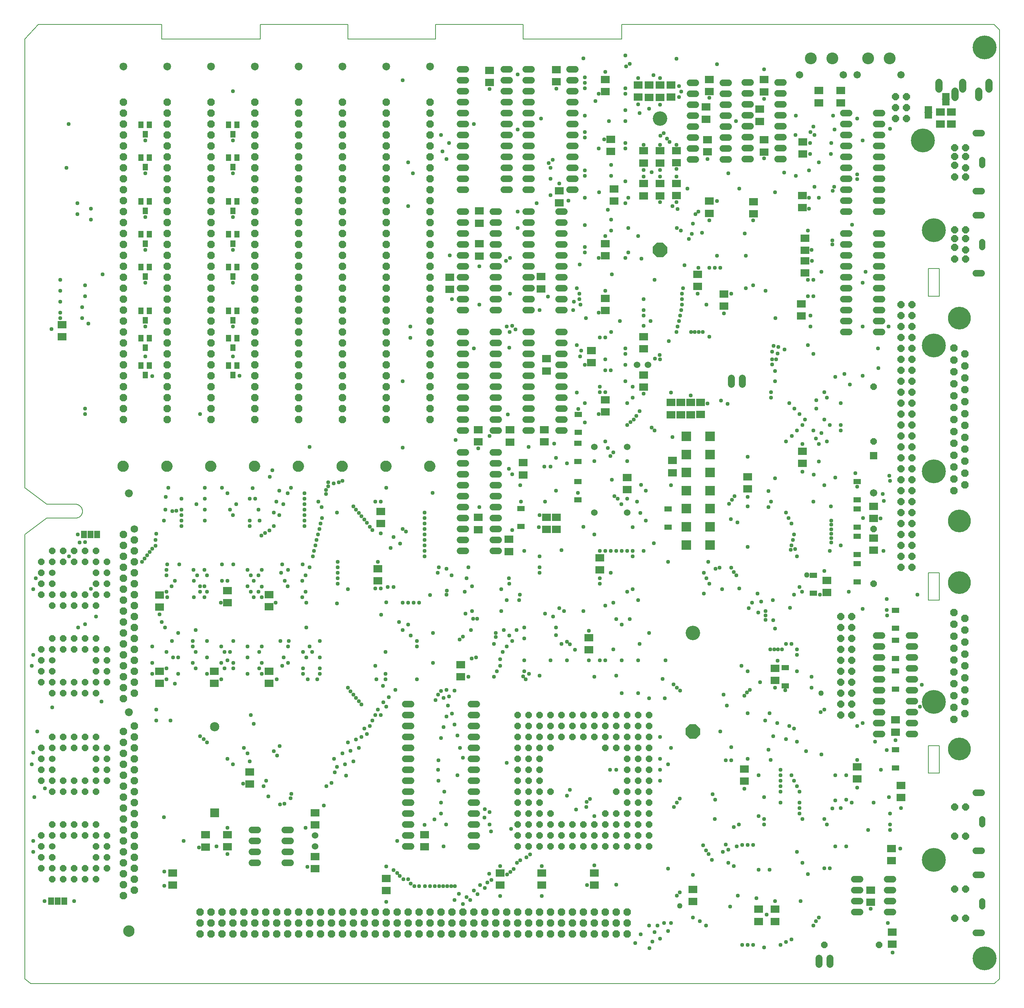
<source format=gbs>
G75*
%MOIN*%
%OFA0B0*%
%FSLAX25Y25*%
%IPPOS*%
%LPD*%
%AMOC8*
5,1,8,0,0,1.08239X$1,22.5*
%
%ADD10C,0.00600*%
%ADD11C,0.00000*%
%ADD12C,0.06706*%
%ADD13OC8,0.06800*%
%ADD14C,0.10300*%
%ADD15C,0.07100*%
%ADD16R,0.04737X0.06312*%
%ADD17R,0.07898X0.07099*%
%ADD18C,0.06800*%
%ADD19C,0.10400*%
%ADD20C,0.07200*%
%ADD21C,0.06000*%
%ADD22OC8,0.06000*%
%ADD23C,0.06000*%
%ADD24R,0.07887X0.07099*%
%ADD25OC8,0.06400*%
%ADD26R,0.07099X0.04737*%
%ADD27OC8,0.06343*%
%ADD28C,0.05556*%
%ADD29C,0.08477*%
%ADD30R,0.08477X0.08477*%
%ADD31C,0.20800*%
%ADD32R,0.06737X0.06737*%
%ADD33C,0.06737*%
%ADD34R,0.09068X0.09068*%
%ADD35C,0.13200*%
%ADD36OC8,0.13200*%
%ADD37C,0.10800*%
%ADD38C,0.06400*%
%ADD39C,0.21800*%
%ADD40R,0.07100X0.05400*%
%ADD41R,0.07200X0.00600*%
%ADD42C,0.06737*%
%ADD43R,0.05400X0.07100*%
%ADD44C,0.03778*%
%ADD45C,0.04959*%
D10*
X0004700Y0005800D02*
X0010200Y0001300D01*
X0890200Y0001300D01*
X0894700Y0005800D01*
X0894700Y0872800D01*
X0889700Y0877800D01*
X0549700Y0877800D01*
X0549700Y0864300D01*
X0459700Y0864300D01*
X0459700Y0877800D01*
X0379700Y0877800D01*
X0379700Y0864300D01*
X0299700Y0864300D01*
X0299700Y0877800D01*
X0219700Y0877800D01*
X0219700Y0864300D01*
X0129700Y0864300D01*
X0129700Y0877800D01*
X0017200Y0877800D01*
X0004700Y0864300D01*
X0004700Y0454300D01*
X0024700Y0439300D01*
X0051700Y0439300D01*
X0051856Y0439286D01*
X0052012Y0439267D01*
X0052168Y0439245D01*
X0052323Y0439219D01*
X0052477Y0439189D01*
X0052631Y0439155D01*
X0052783Y0439117D01*
X0052935Y0439075D01*
X0053085Y0439030D01*
X0053234Y0438981D01*
X0053382Y0438928D01*
X0053529Y0438871D01*
X0053674Y0438811D01*
X0053817Y0438748D01*
X0053959Y0438680D01*
X0054100Y0438609D01*
X0054238Y0438535D01*
X0054374Y0438457D01*
X0054509Y0438376D01*
X0054641Y0438291D01*
X0054772Y0438203D01*
X0054900Y0438112D01*
X0055025Y0438018D01*
X0055149Y0437921D01*
X0055269Y0437820D01*
X0055388Y0437717D01*
X0055503Y0437610D01*
X0055616Y0437501D01*
X0055726Y0437389D01*
X0055834Y0437274D01*
X0055938Y0437157D01*
X0056039Y0437037D01*
X0056138Y0436914D01*
X0056233Y0436789D01*
X0056325Y0436662D01*
X0056414Y0436532D01*
X0056500Y0436401D01*
X0056582Y0436267D01*
X0056661Y0436131D01*
X0056736Y0435993D01*
X0056808Y0435854D01*
X0056877Y0435712D01*
X0056942Y0435569D01*
X0057003Y0435425D01*
X0057061Y0435278D01*
X0057115Y0435131D01*
X0057165Y0434982D01*
X0057211Y0434832D01*
X0057254Y0434681D01*
X0057293Y0434529D01*
X0057328Y0434375D01*
X0057360Y0434221D01*
X0057387Y0434067D01*
X0057411Y0433911D01*
X0057430Y0433756D01*
X0057446Y0433599D01*
X0057458Y0433443D01*
X0057466Y0433286D01*
X0057470Y0433129D01*
X0057470Y0432971D01*
X0057466Y0432814D01*
X0057458Y0432657D01*
X0057446Y0432501D01*
X0057430Y0432344D01*
X0057411Y0432189D01*
X0057387Y0432033D01*
X0057360Y0431879D01*
X0057328Y0431725D01*
X0057293Y0431571D01*
X0057254Y0431419D01*
X0057211Y0431268D01*
X0057165Y0431118D01*
X0057115Y0430969D01*
X0057061Y0430822D01*
X0057003Y0430675D01*
X0056942Y0430531D01*
X0056877Y0430388D01*
X0056808Y0430246D01*
X0056736Y0430107D01*
X0056661Y0429969D01*
X0056582Y0429833D01*
X0056500Y0429699D01*
X0056414Y0429568D01*
X0056325Y0429438D01*
X0056233Y0429311D01*
X0056138Y0429186D01*
X0056039Y0429063D01*
X0055938Y0428943D01*
X0055834Y0428826D01*
X0055726Y0428711D01*
X0055616Y0428599D01*
X0055503Y0428490D01*
X0055388Y0428383D01*
X0055269Y0428280D01*
X0055149Y0428179D01*
X0055025Y0428082D01*
X0054900Y0427988D01*
X0054772Y0427897D01*
X0054641Y0427809D01*
X0054509Y0427724D01*
X0054374Y0427643D01*
X0054238Y0427565D01*
X0054100Y0427491D01*
X0053959Y0427420D01*
X0053817Y0427352D01*
X0053674Y0427289D01*
X0053529Y0427229D01*
X0053382Y0427172D01*
X0053234Y0427119D01*
X0053085Y0427070D01*
X0052935Y0427025D01*
X0052783Y0426983D01*
X0052631Y0426945D01*
X0052477Y0426911D01*
X0052323Y0426881D01*
X0052168Y0426855D01*
X0052012Y0426833D01*
X0051856Y0426814D01*
X0051700Y0426800D01*
X0024700Y0426800D01*
X0004700Y0411800D01*
X0004700Y0005800D01*
X0829700Y0193800D02*
X0829700Y0218800D01*
X0839700Y0218800D01*
X0839700Y0193800D01*
X0829700Y0193800D01*
X0829700Y0351800D02*
X0829700Y0376800D01*
X0839700Y0376800D01*
X0839700Y0351800D01*
X0829700Y0351800D01*
X0829700Y0629300D02*
X0829700Y0654800D01*
X0839700Y0654800D01*
X0839700Y0629300D01*
X0829700Y0629300D01*
D11*
X0801747Y0831800D02*
X0801749Y0831908D01*
X0801755Y0832017D01*
X0801765Y0832125D01*
X0801779Y0832232D01*
X0801797Y0832339D01*
X0801818Y0832446D01*
X0801844Y0832551D01*
X0801874Y0832656D01*
X0801907Y0832759D01*
X0801944Y0832861D01*
X0801985Y0832961D01*
X0802029Y0833060D01*
X0802078Y0833158D01*
X0802129Y0833253D01*
X0802184Y0833346D01*
X0802243Y0833438D01*
X0802305Y0833527D01*
X0802370Y0833614D01*
X0802438Y0833698D01*
X0802509Y0833780D01*
X0802583Y0833859D01*
X0802660Y0833935D01*
X0802740Y0834009D01*
X0802823Y0834079D01*
X0802908Y0834147D01*
X0802995Y0834211D01*
X0803085Y0834272D01*
X0803177Y0834330D01*
X0803271Y0834384D01*
X0803367Y0834435D01*
X0803464Y0834482D01*
X0803564Y0834526D01*
X0803665Y0834566D01*
X0803767Y0834602D01*
X0803870Y0834634D01*
X0803975Y0834663D01*
X0804081Y0834687D01*
X0804187Y0834708D01*
X0804294Y0834725D01*
X0804402Y0834738D01*
X0804510Y0834747D01*
X0804619Y0834752D01*
X0804727Y0834753D01*
X0804836Y0834750D01*
X0804944Y0834743D01*
X0805052Y0834732D01*
X0805159Y0834717D01*
X0805266Y0834698D01*
X0805372Y0834675D01*
X0805477Y0834649D01*
X0805582Y0834618D01*
X0805684Y0834584D01*
X0805786Y0834546D01*
X0805886Y0834504D01*
X0805985Y0834459D01*
X0806082Y0834410D01*
X0806176Y0834357D01*
X0806269Y0834301D01*
X0806360Y0834242D01*
X0806449Y0834179D01*
X0806535Y0834114D01*
X0806619Y0834045D01*
X0806700Y0833973D01*
X0806778Y0833898D01*
X0806854Y0833820D01*
X0806927Y0833739D01*
X0806997Y0833656D01*
X0807063Y0833571D01*
X0807127Y0833483D01*
X0807187Y0833392D01*
X0807244Y0833300D01*
X0807297Y0833205D01*
X0807347Y0833109D01*
X0807393Y0833011D01*
X0807436Y0832911D01*
X0807475Y0832810D01*
X0807510Y0832707D01*
X0807542Y0832604D01*
X0807569Y0832499D01*
X0807593Y0832393D01*
X0807613Y0832286D01*
X0807629Y0832179D01*
X0807641Y0832071D01*
X0807649Y0831963D01*
X0807653Y0831854D01*
X0807653Y0831746D01*
X0807649Y0831637D01*
X0807641Y0831529D01*
X0807629Y0831421D01*
X0807613Y0831314D01*
X0807593Y0831207D01*
X0807569Y0831101D01*
X0807542Y0830996D01*
X0807510Y0830893D01*
X0807475Y0830790D01*
X0807436Y0830689D01*
X0807393Y0830589D01*
X0807347Y0830491D01*
X0807297Y0830395D01*
X0807244Y0830300D01*
X0807187Y0830208D01*
X0807127Y0830117D01*
X0807063Y0830029D01*
X0806997Y0829944D01*
X0806927Y0829861D01*
X0806854Y0829780D01*
X0806778Y0829702D01*
X0806700Y0829627D01*
X0806619Y0829555D01*
X0806535Y0829486D01*
X0806449Y0829421D01*
X0806360Y0829358D01*
X0806269Y0829299D01*
X0806177Y0829243D01*
X0806082Y0829190D01*
X0805985Y0829141D01*
X0805886Y0829096D01*
X0805786Y0829054D01*
X0805684Y0829016D01*
X0805582Y0828982D01*
X0805477Y0828951D01*
X0805372Y0828925D01*
X0805266Y0828902D01*
X0805159Y0828883D01*
X0805052Y0828868D01*
X0804944Y0828857D01*
X0804836Y0828850D01*
X0804727Y0828847D01*
X0804619Y0828848D01*
X0804510Y0828853D01*
X0804402Y0828862D01*
X0804294Y0828875D01*
X0804187Y0828892D01*
X0804081Y0828913D01*
X0803975Y0828937D01*
X0803870Y0828966D01*
X0803767Y0828998D01*
X0803665Y0829034D01*
X0803564Y0829074D01*
X0803464Y0829118D01*
X0803367Y0829165D01*
X0803271Y0829216D01*
X0803177Y0829270D01*
X0803085Y0829328D01*
X0802995Y0829389D01*
X0802908Y0829453D01*
X0802823Y0829521D01*
X0802740Y0829591D01*
X0802660Y0829665D01*
X0802583Y0829741D01*
X0802509Y0829820D01*
X0802438Y0829902D01*
X0802370Y0829986D01*
X0802305Y0830073D01*
X0802243Y0830162D01*
X0802184Y0830254D01*
X0802129Y0830347D01*
X0802078Y0830442D01*
X0802029Y0830540D01*
X0801985Y0830639D01*
X0801944Y0830739D01*
X0801907Y0830841D01*
X0801874Y0830944D01*
X0801844Y0831049D01*
X0801818Y0831154D01*
X0801797Y0831261D01*
X0801779Y0831368D01*
X0801765Y0831475D01*
X0801755Y0831583D01*
X0801749Y0831692D01*
X0801747Y0831800D01*
X0761747Y0831800D02*
X0761749Y0831908D01*
X0761755Y0832017D01*
X0761765Y0832125D01*
X0761779Y0832232D01*
X0761797Y0832339D01*
X0761818Y0832446D01*
X0761844Y0832551D01*
X0761874Y0832656D01*
X0761907Y0832759D01*
X0761944Y0832861D01*
X0761985Y0832961D01*
X0762029Y0833060D01*
X0762078Y0833158D01*
X0762129Y0833253D01*
X0762184Y0833346D01*
X0762243Y0833438D01*
X0762305Y0833527D01*
X0762370Y0833614D01*
X0762438Y0833698D01*
X0762509Y0833780D01*
X0762583Y0833859D01*
X0762660Y0833935D01*
X0762740Y0834009D01*
X0762823Y0834079D01*
X0762908Y0834147D01*
X0762995Y0834211D01*
X0763085Y0834272D01*
X0763177Y0834330D01*
X0763271Y0834384D01*
X0763367Y0834435D01*
X0763464Y0834482D01*
X0763564Y0834526D01*
X0763665Y0834566D01*
X0763767Y0834602D01*
X0763870Y0834634D01*
X0763975Y0834663D01*
X0764081Y0834687D01*
X0764187Y0834708D01*
X0764294Y0834725D01*
X0764402Y0834738D01*
X0764510Y0834747D01*
X0764619Y0834752D01*
X0764727Y0834753D01*
X0764836Y0834750D01*
X0764944Y0834743D01*
X0765052Y0834732D01*
X0765159Y0834717D01*
X0765266Y0834698D01*
X0765372Y0834675D01*
X0765477Y0834649D01*
X0765582Y0834618D01*
X0765684Y0834584D01*
X0765786Y0834546D01*
X0765886Y0834504D01*
X0765985Y0834459D01*
X0766082Y0834410D01*
X0766176Y0834357D01*
X0766269Y0834301D01*
X0766360Y0834242D01*
X0766449Y0834179D01*
X0766535Y0834114D01*
X0766619Y0834045D01*
X0766700Y0833973D01*
X0766778Y0833898D01*
X0766854Y0833820D01*
X0766927Y0833739D01*
X0766997Y0833656D01*
X0767063Y0833571D01*
X0767127Y0833483D01*
X0767187Y0833392D01*
X0767244Y0833300D01*
X0767297Y0833205D01*
X0767347Y0833109D01*
X0767393Y0833011D01*
X0767436Y0832911D01*
X0767475Y0832810D01*
X0767510Y0832707D01*
X0767542Y0832604D01*
X0767569Y0832499D01*
X0767593Y0832393D01*
X0767613Y0832286D01*
X0767629Y0832179D01*
X0767641Y0832071D01*
X0767649Y0831963D01*
X0767653Y0831854D01*
X0767653Y0831746D01*
X0767649Y0831637D01*
X0767641Y0831529D01*
X0767629Y0831421D01*
X0767613Y0831314D01*
X0767593Y0831207D01*
X0767569Y0831101D01*
X0767542Y0830996D01*
X0767510Y0830893D01*
X0767475Y0830790D01*
X0767436Y0830689D01*
X0767393Y0830589D01*
X0767347Y0830491D01*
X0767297Y0830395D01*
X0767244Y0830300D01*
X0767187Y0830208D01*
X0767127Y0830117D01*
X0767063Y0830029D01*
X0766997Y0829944D01*
X0766927Y0829861D01*
X0766854Y0829780D01*
X0766778Y0829702D01*
X0766700Y0829627D01*
X0766619Y0829555D01*
X0766535Y0829486D01*
X0766449Y0829421D01*
X0766360Y0829358D01*
X0766269Y0829299D01*
X0766177Y0829243D01*
X0766082Y0829190D01*
X0765985Y0829141D01*
X0765886Y0829096D01*
X0765786Y0829054D01*
X0765684Y0829016D01*
X0765582Y0828982D01*
X0765477Y0828951D01*
X0765372Y0828925D01*
X0765266Y0828902D01*
X0765159Y0828883D01*
X0765052Y0828868D01*
X0764944Y0828857D01*
X0764836Y0828850D01*
X0764727Y0828847D01*
X0764619Y0828848D01*
X0764510Y0828853D01*
X0764402Y0828862D01*
X0764294Y0828875D01*
X0764187Y0828892D01*
X0764081Y0828913D01*
X0763975Y0828937D01*
X0763870Y0828966D01*
X0763767Y0828998D01*
X0763665Y0829034D01*
X0763564Y0829074D01*
X0763464Y0829118D01*
X0763367Y0829165D01*
X0763271Y0829216D01*
X0763177Y0829270D01*
X0763085Y0829328D01*
X0762995Y0829389D01*
X0762908Y0829453D01*
X0762823Y0829521D01*
X0762740Y0829591D01*
X0762660Y0829665D01*
X0762583Y0829741D01*
X0762509Y0829820D01*
X0762438Y0829902D01*
X0762370Y0829986D01*
X0762305Y0830073D01*
X0762243Y0830162D01*
X0762184Y0830254D01*
X0762129Y0830347D01*
X0762078Y0830442D01*
X0762029Y0830540D01*
X0761985Y0830639D01*
X0761944Y0830739D01*
X0761907Y0830841D01*
X0761874Y0830944D01*
X0761844Y0831049D01*
X0761818Y0831154D01*
X0761797Y0831261D01*
X0761779Y0831368D01*
X0761765Y0831475D01*
X0761755Y0831583D01*
X0761749Y0831692D01*
X0761747Y0831800D01*
X0749247Y0831800D02*
X0749249Y0831908D01*
X0749255Y0832017D01*
X0749265Y0832125D01*
X0749279Y0832232D01*
X0749297Y0832339D01*
X0749318Y0832446D01*
X0749344Y0832551D01*
X0749374Y0832656D01*
X0749407Y0832759D01*
X0749444Y0832861D01*
X0749485Y0832961D01*
X0749529Y0833060D01*
X0749578Y0833158D01*
X0749629Y0833253D01*
X0749684Y0833346D01*
X0749743Y0833438D01*
X0749805Y0833527D01*
X0749870Y0833614D01*
X0749938Y0833698D01*
X0750009Y0833780D01*
X0750083Y0833859D01*
X0750160Y0833935D01*
X0750240Y0834009D01*
X0750323Y0834079D01*
X0750408Y0834147D01*
X0750495Y0834211D01*
X0750585Y0834272D01*
X0750677Y0834330D01*
X0750771Y0834384D01*
X0750867Y0834435D01*
X0750964Y0834482D01*
X0751064Y0834526D01*
X0751165Y0834566D01*
X0751267Y0834602D01*
X0751370Y0834634D01*
X0751475Y0834663D01*
X0751581Y0834687D01*
X0751687Y0834708D01*
X0751794Y0834725D01*
X0751902Y0834738D01*
X0752010Y0834747D01*
X0752119Y0834752D01*
X0752227Y0834753D01*
X0752336Y0834750D01*
X0752444Y0834743D01*
X0752552Y0834732D01*
X0752659Y0834717D01*
X0752766Y0834698D01*
X0752872Y0834675D01*
X0752977Y0834649D01*
X0753082Y0834618D01*
X0753184Y0834584D01*
X0753286Y0834546D01*
X0753386Y0834504D01*
X0753485Y0834459D01*
X0753582Y0834410D01*
X0753676Y0834357D01*
X0753769Y0834301D01*
X0753860Y0834242D01*
X0753949Y0834179D01*
X0754035Y0834114D01*
X0754119Y0834045D01*
X0754200Y0833973D01*
X0754278Y0833898D01*
X0754354Y0833820D01*
X0754427Y0833739D01*
X0754497Y0833656D01*
X0754563Y0833571D01*
X0754627Y0833483D01*
X0754687Y0833392D01*
X0754744Y0833300D01*
X0754797Y0833205D01*
X0754847Y0833109D01*
X0754893Y0833011D01*
X0754936Y0832911D01*
X0754975Y0832810D01*
X0755010Y0832707D01*
X0755042Y0832604D01*
X0755069Y0832499D01*
X0755093Y0832393D01*
X0755113Y0832286D01*
X0755129Y0832179D01*
X0755141Y0832071D01*
X0755149Y0831963D01*
X0755153Y0831854D01*
X0755153Y0831746D01*
X0755149Y0831637D01*
X0755141Y0831529D01*
X0755129Y0831421D01*
X0755113Y0831314D01*
X0755093Y0831207D01*
X0755069Y0831101D01*
X0755042Y0830996D01*
X0755010Y0830893D01*
X0754975Y0830790D01*
X0754936Y0830689D01*
X0754893Y0830589D01*
X0754847Y0830491D01*
X0754797Y0830395D01*
X0754744Y0830300D01*
X0754687Y0830208D01*
X0754627Y0830117D01*
X0754563Y0830029D01*
X0754497Y0829944D01*
X0754427Y0829861D01*
X0754354Y0829780D01*
X0754278Y0829702D01*
X0754200Y0829627D01*
X0754119Y0829555D01*
X0754035Y0829486D01*
X0753949Y0829421D01*
X0753860Y0829358D01*
X0753769Y0829299D01*
X0753677Y0829243D01*
X0753582Y0829190D01*
X0753485Y0829141D01*
X0753386Y0829096D01*
X0753286Y0829054D01*
X0753184Y0829016D01*
X0753082Y0828982D01*
X0752977Y0828951D01*
X0752872Y0828925D01*
X0752766Y0828902D01*
X0752659Y0828883D01*
X0752552Y0828868D01*
X0752444Y0828857D01*
X0752336Y0828850D01*
X0752227Y0828847D01*
X0752119Y0828848D01*
X0752010Y0828853D01*
X0751902Y0828862D01*
X0751794Y0828875D01*
X0751687Y0828892D01*
X0751581Y0828913D01*
X0751475Y0828937D01*
X0751370Y0828966D01*
X0751267Y0828998D01*
X0751165Y0829034D01*
X0751064Y0829074D01*
X0750964Y0829118D01*
X0750867Y0829165D01*
X0750771Y0829216D01*
X0750677Y0829270D01*
X0750585Y0829328D01*
X0750495Y0829389D01*
X0750408Y0829453D01*
X0750323Y0829521D01*
X0750240Y0829591D01*
X0750160Y0829665D01*
X0750083Y0829741D01*
X0750009Y0829820D01*
X0749938Y0829902D01*
X0749870Y0829986D01*
X0749805Y0830073D01*
X0749743Y0830162D01*
X0749684Y0830254D01*
X0749629Y0830347D01*
X0749578Y0830442D01*
X0749529Y0830540D01*
X0749485Y0830639D01*
X0749444Y0830739D01*
X0749407Y0830841D01*
X0749374Y0830944D01*
X0749344Y0831049D01*
X0749318Y0831154D01*
X0749297Y0831261D01*
X0749279Y0831368D01*
X0749265Y0831475D01*
X0749255Y0831583D01*
X0749249Y0831692D01*
X0749247Y0831800D01*
X0709247Y0831800D02*
X0709249Y0831908D01*
X0709255Y0832017D01*
X0709265Y0832125D01*
X0709279Y0832232D01*
X0709297Y0832339D01*
X0709318Y0832446D01*
X0709344Y0832551D01*
X0709374Y0832656D01*
X0709407Y0832759D01*
X0709444Y0832861D01*
X0709485Y0832961D01*
X0709529Y0833060D01*
X0709578Y0833158D01*
X0709629Y0833253D01*
X0709684Y0833346D01*
X0709743Y0833438D01*
X0709805Y0833527D01*
X0709870Y0833614D01*
X0709938Y0833698D01*
X0710009Y0833780D01*
X0710083Y0833859D01*
X0710160Y0833935D01*
X0710240Y0834009D01*
X0710323Y0834079D01*
X0710408Y0834147D01*
X0710495Y0834211D01*
X0710585Y0834272D01*
X0710677Y0834330D01*
X0710771Y0834384D01*
X0710867Y0834435D01*
X0710964Y0834482D01*
X0711064Y0834526D01*
X0711165Y0834566D01*
X0711267Y0834602D01*
X0711370Y0834634D01*
X0711475Y0834663D01*
X0711581Y0834687D01*
X0711687Y0834708D01*
X0711794Y0834725D01*
X0711902Y0834738D01*
X0712010Y0834747D01*
X0712119Y0834752D01*
X0712227Y0834753D01*
X0712336Y0834750D01*
X0712444Y0834743D01*
X0712552Y0834732D01*
X0712659Y0834717D01*
X0712766Y0834698D01*
X0712872Y0834675D01*
X0712977Y0834649D01*
X0713082Y0834618D01*
X0713184Y0834584D01*
X0713286Y0834546D01*
X0713386Y0834504D01*
X0713485Y0834459D01*
X0713582Y0834410D01*
X0713676Y0834357D01*
X0713769Y0834301D01*
X0713860Y0834242D01*
X0713949Y0834179D01*
X0714035Y0834114D01*
X0714119Y0834045D01*
X0714200Y0833973D01*
X0714278Y0833898D01*
X0714354Y0833820D01*
X0714427Y0833739D01*
X0714497Y0833656D01*
X0714563Y0833571D01*
X0714627Y0833483D01*
X0714687Y0833392D01*
X0714744Y0833300D01*
X0714797Y0833205D01*
X0714847Y0833109D01*
X0714893Y0833011D01*
X0714936Y0832911D01*
X0714975Y0832810D01*
X0715010Y0832707D01*
X0715042Y0832604D01*
X0715069Y0832499D01*
X0715093Y0832393D01*
X0715113Y0832286D01*
X0715129Y0832179D01*
X0715141Y0832071D01*
X0715149Y0831963D01*
X0715153Y0831854D01*
X0715153Y0831746D01*
X0715149Y0831637D01*
X0715141Y0831529D01*
X0715129Y0831421D01*
X0715113Y0831314D01*
X0715093Y0831207D01*
X0715069Y0831101D01*
X0715042Y0830996D01*
X0715010Y0830893D01*
X0714975Y0830790D01*
X0714936Y0830689D01*
X0714893Y0830589D01*
X0714847Y0830491D01*
X0714797Y0830395D01*
X0714744Y0830300D01*
X0714687Y0830208D01*
X0714627Y0830117D01*
X0714563Y0830029D01*
X0714497Y0829944D01*
X0714427Y0829861D01*
X0714354Y0829780D01*
X0714278Y0829702D01*
X0714200Y0829627D01*
X0714119Y0829555D01*
X0714035Y0829486D01*
X0713949Y0829421D01*
X0713860Y0829358D01*
X0713769Y0829299D01*
X0713677Y0829243D01*
X0713582Y0829190D01*
X0713485Y0829141D01*
X0713386Y0829096D01*
X0713286Y0829054D01*
X0713184Y0829016D01*
X0713082Y0828982D01*
X0712977Y0828951D01*
X0712872Y0828925D01*
X0712766Y0828902D01*
X0712659Y0828883D01*
X0712552Y0828868D01*
X0712444Y0828857D01*
X0712336Y0828850D01*
X0712227Y0828847D01*
X0712119Y0828848D01*
X0712010Y0828853D01*
X0711902Y0828862D01*
X0711794Y0828875D01*
X0711687Y0828892D01*
X0711581Y0828913D01*
X0711475Y0828937D01*
X0711370Y0828966D01*
X0711267Y0828998D01*
X0711165Y0829034D01*
X0711064Y0829074D01*
X0710964Y0829118D01*
X0710867Y0829165D01*
X0710771Y0829216D01*
X0710677Y0829270D01*
X0710585Y0829328D01*
X0710495Y0829389D01*
X0710408Y0829453D01*
X0710323Y0829521D01*
X0710240Y0829591D01*
X0710160Y0829665D01*
X0710083Y0829741D01*
X0710009Y0829820D01*
X0709938Y0829902D01*
X0709870Y0829986D01*
X0709805Y0830073D01*
X0709743Y0830162D01*
X0709684Y0830254D01*
X0709629Y0830347D01*
X0709578Y0830442D01*
X0709529Y0830540D01*
X0709485Y0830639D01*
X0709444Y0830739D01*
X0709407Y0830841D01*
X0709374Y0830944D01*
X0709344Y0831049D01*
X0709318Y0831154D01*
X0709297Y0831261D01*
X0709279Y0831368D01*
X0709265Y0831475D01*
X0709255Y0831583D01*
X0709249Y0831692D01*
X0709247Y0831800D01*
X0371550Y0839300D02*
X0371552Y0839412D01*
X0371558Y0839523D01*
X0371568Y0839635D01*
X0371582Y0839746D01*
X0371599Y0839856D01*
X0371621Y0839966D01*
X0371647Y0840075D01*
X0371676Y0840183D01*
X0371709Y0840289D01*
X0371746Y0840395D01*
X0371787Y0840499D01*
X0371832Y0840602D01*
X0371880Y0840703D01*
X0371931Y0840802D01*
X0371986Y0840899D01*
X0372045Y0840994D01*
X0372106Y0841088D01*
X0372171Y0841179D01*
X0372240Y0841267D01*
X0372311Y0841353D01*
X0372385Y0841437D01*
X0372463Y0841517D01*
X0372543Y0841595D01*
X0372626Y0841671D01*
X0372711Y0841743D01*
X0372799Y0841812D01*
X0372889Y0841878D01*
X0372982Y0841940D01*
X0373077Y0842000D01*
X0373174Y0842056D01*
X0373272Y0842108D01*
X0373373Y0842157D01*
X0373475Y0842202D01*
X0373579Y0842244D01*
X0373684Y0842282D01*
X0373791Y0842316D01*
X0373898Y0842346D01*
X0374007Y0842373D01*
X0374116Y0842395D01*
X0374227Y0842414D01*
X0374337Y0842429D01*
X0374449Y0842440D01*
X0374560Y0842447D01*
X0374672Y0842450D01*
X0374784Y0842449D01*
X0374896Y0842444D01*
X0375007Y0842435D01*
X0375118Y0842422D01*
X0375229Y0842405D01*
X0375339Y0842385D01*
X0375448Y0842360D01*
X0375556Y0842332D01*
X0375663Y0842299D01*
X0375769Y0842263D01*
X0375873Y0842223D01*
X0375976Y0842180D01*
X0376078Y0842133D01*
X0376177Y0842082D01*
X0376275Y0842028D01*
X0376371Y0841970D01*
X0376465Y0841909D01*
X0376556Y0841845D01*
X0376645Y0841778D01*
X0376732Y0841707D01*
X0376816Y0841633D01*
X0376898Y0841557D01*
X0376976Y0841477D01*
X0377052Y0841395D01*
X0377125Y0841310D01*
X0377195Y0841223D01*
X0377261Y0841133D01*
X0377325Y0841041D01*
X0377385Y0840947D01*
X0377442Y0840851D01*
X0377495Y0840752D01*
X0377545Y0840652D01*
X0377591Y0840551D01*
X0377634Y0840447D01*
X0377673Y0840342D01*
X0377708Y0840236D01*
X0377739Y0840129D01*
X0377767Y0840020D01*
X0377790Y0839911D01*
X0377810Y0839801D01*
X0377826Y0839690D01*
X0377838Y0839579D01*
X0377846Y0839468D01*
X0377850Y0839356D01*
X0377850Y0839244D01*
X0377846Y0839132D01*
X0377838Y0839021D01*
X0377826Y0838910D01*
X0377810Y0838799D01*
X0377790Y0838689D01*
X0377767Y0838580D01*
X0377739Y0838471D01*
X0377708Y0838364D01*
X0377673Y0838258D01*
X0377634Y0838153D01*
X0377591Y0838049D01*
X0377545Y0837948D01*
X0377495Y0837848D01*
X0377442Y0837749D01*
X0377385Y0837653D01*
X0377325Y0837559D01*
X0377261Y0837467D01*
X0377195Y0837377D01*
X0377125Y0837290D01*
X0377052Y0837205D01*
X0376976Y0837123D01*
X0376898Y0837043D01*
X0376816Y0836967D01*
X0376732Y0836893D01*
X0376645Y0836822D01*
X0376556Y0836755D01*
X0376465Y0836691D01*
X0376371Y0836630D01*
X0376275Y0836572D01*
X0376177Y0836518D01*
X0376078Y0836467D01*
X0375976Y0836420D01*
X0375873Y0836377D01*
X0375769Y0836337D01*
X0375663Y0836301D01*
X0375556Y0836268D01*
X0375448Y0836240D01*
X0375339Y0836215D01*
X0375229Y0836195D01*
X0375118Y0836178D01*
X0375007Y0836165D01*
X0374896Y0836156D01*
X0374784Y0836151D01*
X0374672Y0836150D01*
X0374560Y0836153D01*
X0374449Y0836160D01*
X0374337Y0836171D01*
X0374227Y0836186D01*
X0374116Y0836205D01*
X0374007Y0836227D01*
X0373898Y0836254D01*
X0373791Y0836284D01*
X0373684Y0836318D01*
X0373579Y0836356D01*
X0373475Y0836398D01*
X0373373Y0836443D01*
X0373272Y0836492D01*
X0373174Y0836544D01*
X0373077Y0836600D01*
X0372982Y0836660D01*
X0372889Y0836722D01*
X0372799Y0836788D01*
X0372711Y0836857D01*
X0372626Y0836929D01*
X0372543Y0837005D01*
X0372463Y0837083D01*
X0372385Y0837163D01*
X0372311Y0837247D01*
X0372240Y0837333D01*
X0372171Y0837421D01*
X0372106Y0837512D01*
X0372045Y0837606D01*
X0371986Y0837701D01*
X0371931Y0837798D01*
X0371880Y0837897D01*
X0371832Y0837998D01*
X0371787Y0838101D01*
X0371746Y0838205D01*
X0371709Y0838311D01*
X0371676Y0838417D01*
X0371647Y0838525D01*
X0371621Y0838634D01*
X0371599Y0838744D01*
X0371582Y0838854D01*
X0371568Y0838965D01*
X0371558Y0839077D01*
X0371552Y0839188D01*
X0371550Y0839300D01*
X0331550Y0839300D02*
X0331552Y0839412D01*
X0331558Y0839523D01*
X0331568Y0839635D01*
X0331582Y0839746D01*
X0331599Y0839856D01*
X0331621Y0839966D01*
X0331647Y0840075D01*
X0331676Y0840183D01*
X0331709Y0840289D01*
X0331746Y0840395D01*
X0331787Y0840499D01*
X0331832Y0840602D01*
X0331880Y0840703D01*
X0331931Y0840802D01*
X0331986Y0840899D01*
X0332045Y0840994D01*
X0332106Y0841088D01*
X0332171Y0841179D01*
X0332240Y0841267D01*
X0332311Y0841353D01*
X0332385Y0841437D01*
X0332463Y0841517D01*
X0332543Y0841595D01*
X0332626Y0841671D01*
X0332711Y0841743D01*
X0332799Y0841812D01*
X0332889Y0841878D01*
X0332982Y0841940D01*
X0333077Y0842000D01*
X0333174Y0842056D01*
X0333272Y0842108D01*
X0333373Y0842157D01*
X0333475Y0842202D01*
X0333579Y0842244D01*
X0333684Y0842282D01*
X0333791Y0842316D01*
X0333898Y0842346D01*
X0334007Y0842373D01*
X0334116Y0842395D01*
X0334227Y0842414D01*
X0334337Y0842429D01*
X0334449Y0842440D01*
X0334560Y0842447D01*
X0334672Y0842450D01*
X0334784Y0842449D01*
X0334896Y0842444D01*
X0335007Y0842435D01*
X0335118Y0842422D01*
X0335229Y0842405D01*
X0335339Y0842385D01*
X0335448Y0842360D01*
X0335556Y0842332D01*
X0335663Y0842299D01*
X0335769Y0842263D01*
X0335873Y0842223D01*
X0335976Y0842180D01*
X0336078Y0842133D01*
X0336177Y0842082D01*
X0336275Y0842028D01*
X0336371Y0841970D01*
X0336465Y0841909D01*
X0336556Y0841845D01*
X0336645Y0841778D01*
X0336732Y0841707D01*
X0336816Y0841633D01*
X0336898Y0841557D01*
X0336976Y0841477D01*
X0337052Y0841395D01*
X0337125Y0841310D01*
X0337195Y0841223D01*
X0337261Y0841133D01*
X0337325Y0841041D01*
X0337385Y0840947D01*
X0337442Y0840851D01*
X0337495Y0840752D01*
X0337545Y0840652D01*
X0337591Y0840551D01*
X0337634Y0840447D01*
X0337673Y0840342D01*
X0337708Y0840236D01*
X0337739Y0840129D01*
X0337767Y0840020D01*
X0337790Y0839911D01*
X0337810Y0839801D01*
X0337826Y0839690D01*
X0337838Y0839579D01*
X0337846Y0839468D01*
X0337850Y0839356D01*
X0337850Y0839244D01*
X0337846Y0839132D01*
X0337838Y0839021D01*
X0337826Y0838910D01*
X0337810Y0838799D01*
X0337790Y0838689D01*
X0337767Y0838580D01*
X0337739Y0838471D01*
X0337708Y0838364D01*
X0337673Y0838258D01*
X0337634Y0838153D01*
X0337591Y0838049D01*
X0337545Y0837948D01*
X0337495Y0837848D01*
X0337442Y0837749D01*
X0337385Y0837653D01*
X0337325Y0837559D01*
X0337261Y0837467D01*
X0337195Y0837377D01*
X0337125Y0837290D01*
X0337052Y0837205D01*
X0336976Y0837123D01*
X0336898Y0837043D01*
X0336816Y0836967D01*
X0336732Y0836893D01*
X0336645Y0836822D01*
X0336556Y0836755D01*
X0336465Y0836691D01*
X0336371Y0836630D01*
X0336275Y0836572D01*
X0336177Y0836518D01*
X0336078Y0836467D01*
X0335976Y0836420D01*
X0335873Y0836377D01*
X0335769Y0836337D01*
X0335663Y0836301D01*
X0335556Y0836268D01*
X0335448Y0836240D01*
X0335339Y0836215D01*
X0335229Y0836195D01*
X0335118Y0836178D01*
X0335007Y0836165D01*
X0334896Y0836156D01*
X0334784Y0836151D01*
X0334672Y0836150D01*
X0334560Y0836153D01*
X0334449Y0836160D01*
X0334337Y0836171D01*
X0334227Y0836186D01*
X0334116Y0836205D01*
X0334007Y0836227D01*
X0333898Y0836254D01*
X0333791Y0836284D01*
X0333684Y0836318D01*
X0333579Y0836356D01*
X0333475Y0836398D01*
X0333373Y0836443D01*
X0333272Y0836492D01*
X0333174Y0836544D01*
X0333077Y0836600D01*
X0332982Y0836660D01*
X0332889Y0836722D01*
X0332799Y0836788D01*
X0332711Y0836857D01*
X0332626Y0836929D01*
X0332543Y0837005D01*
X0332463Y0837083D01*
X0332385Y0837163D01*
X0332311Y0837247D01*
X0332240Y0837333D01*
X0332171Y0837421D01*
X0332106Y0837512D01*
X0332045Y0837606D01*
X0331986Y0837701D01*
X0331931Y0837798D01*
X0331880Y0837897D01*
X0331832Y0837998D01*
X0331787Y0838101D01*
X0331746Y0838205D01*
X0331709Y0838311D01*
X0331676Y0838417D01*
X0331647Y0838525D01*
X0331621Y0838634D01*
X0331599Y0838744D01*
X0331582Y0838854D01*
X0331568Y0838965D01*
X0331558Y0839077D01*
X0331552Y0839188D01*
X0331550Y0839300D01*
X0291550Y0839300D02*
X0291552Y0839412D01*
X0291558Y0839523D01*
X0291568Y0839635D01*
X0291582Y0839746D01*
X0291599Y0839856D01*
X0291621Y0839966D01*
X0291647Y0840075D01*
X0291676Y0840183D01*
X0291709Y0840289D01*
X0291746Y0840395D01*
X0291787Y0840499D01*
X0291832Y0840602D01*
X0291880Y0840703D01*
X0291931Y0840802D01*
X0291986Y0840899D01*
X0292045Y0840994D01*
X0292106Y0841088D01*
X0292171Y0841179D01*
X0292240Y0841267D01*
X0292311Y0841353D01*
X0292385Y0841437D01*
X0292463Y0841517D01*
X0292543Y0841595D01*
X0292626Y0841671D01*
X0292711Y0841743D01*
X0292799Y0841812D01*
X0292889Y0841878D01*
X0292982Y0841940D01*
X0293077Y0842000D01*
X0293174Y0842056D01*
X0293272Y0842108D01*
X0293373Y0842157D01*
X0293475Y0842202D01*
X0293579Y0842244D01*
X0293684Y0842282D01*
X0293791Y0842316D01*
X0293898Y0842346D01*
X0294007Y0842373D01*
X0294116Y0842395D01*
X0294227Y0842414D01*
X0294337Y0842429D01*
X0294449Y0842440D01*
X0294560Y0842447D01*
X0294672Y0842450D01*
X0294784Y0842449D01*
X0294896Y0842444D01*
X0295007Y0842435D01*
X0295118Y0842422D01*
X0295229Y0842405D01*
X0295339Y0842385D01*
X0295448Y0842360D01*
X0295556Y0842332D01*
X0295663Y0842299D01*
X0295769Y0842263D01*
X0295873Y0842223D01*
X0295976Y0842180D01*
X0296078Y0842133D01*
X0296177Y0842082D01*
X0296275Y0842028D01*
X0296371Y0841970D01*
X0296465Y0841909D01*
X0296556Y0841845D01*
X0296645Y0841778D01*
X0296732Y0841707D01*
X0296816Y0841633D01*
X0296898Y0841557D01*
X0296976Y0841477D01*
X0297052Y0841395D01*
X0297125Y0841310D01*
X0297195Y0841223D01*
X0297261Y0841133D01*
X0297325Y0841041D01*
X0297385Y0840947D01*
X0297442Y0840851D01*
X0297495Y0840752D01*
X0297545Y0840652D01*
X0297591Y0840551D01*
X0297634Y0840447D01*
X0297673Y0840342D01*
X0297708Y0840236D01*
X0297739Y0840129D01*
X0297767Y0840020D01*
X0297790Y0839911D01*
X0297810Y0839801D01*
X0297826Y0839690D01*
X0297838Y0839579D01*
X0297846Y0839468D01*
X0297850Y0839356D01*
X0297850Y0839244D01*
X0297846Y0839132D01*
X0297838Y0839021D01*
X0297826Y0838910D01*
X0297810Y0838799D01*
X0297790Y0838689D01*
X0297767Y0838580D01*
X0297739Y0838471D01*
X0297708Y0838364D01*
X0297673Y0838258D01*
X0297634Y0838153D01*
X0297591Y0838049D01*
X0297545Y0837948D01*
X0297495Y0837848D01*
X0297442Y0837749D01*
X0297385Y0837653D01*
X0297325Y0837559D01*
X0297261Y0837467D01*
X0297195Y0837377D01*
X0297125Y0837290D01*
X0297052Y0837205D01*
X0296976Y0837123D01*
X0296898Y0837043D01*
X0296816Y0836967D01*
X0296732Y0836893D01*
X0296645Y0836822D01*
X0296556Y0836755D01*
X0296465Y0836691D01*
X0296371Y0836630D01*
X0296275Y0836572D01*
X0296177Y0836518D01*
X0296078Y0836467D01*
X0295976Y0836420D01*
X0295873Y0836377D01*
X0295769Y0836337D01*
X0295663Y0836301D01*
X0295556Y0836268D01*
X0295448Y0836240D01*
X0295339Y0836215D01*
X0295229Y0836195D01*
X0295118Y0836178D01*
X0295007Y0836165D01*
X0294896Y0836156D01*
X0294784Y0836151D01*
X0294672Y0836150D01*
X0294560Y0836153D01*
X0294449Y0836160D01*
X0294337Y0836171D01*
X0294227Y0836186D01*
X0294116Y0836205D01*
X0294007Y0836227D01*
X0293898Y0836254D01*
X0293791Y0836284D01*
X0293684Y0836318D01*
X0293579Y0836356D01*
X0293475Y0836398D01*
X0293373Y0836443D01*
X0293272Y0836492D01*
X0293174Y0836544D01*
X0293077Y0836600D01*
X0292982Y0836660D01*
X0292889Y0836722D01*
X0292799Y0836788D01*
X0292711Y0836857D01*
X0292626Y0836929D01*
X0292543Y0837005D01*
X0292463Y0837083D01*
X0292385Y0837163D01*
X0292311Y0837247D01*
X0292240Y0837333D01*
X0292171Y0837421D01*
X0292106Y0837512D01*
X0292045Y0837606D01*
X0291986Y0837701D01*
X0291931Y0837798D01*
X0291880Y0837897D01*
X0291832Y0837998D01*
X0291787Y0838101D01*
X0291746Y0838205D01*
X0291709Y0838311D01*
X0291676Y0838417D01*
X0291647Y0838525D01*
X0291621Y0838634D01*
X0291599Y0838744D01*
X0291582Y0838854D01*
X0291568Y0838965D01*
X0291558Y0839077D01*
X0291552Y0839188D01*
X0291550Y0839300D01*
X0251550Y0839300D02*
X0251552Y0839412D01*
X0251558Y0839523D01*
X0251568Y0839635D01*
X0251582Y0839746D01*
X0251599Y0839856D01*
X0251621Y0839966D01*
X0251647Y0840075D01*
X0251676Y0840183D01*
X0251709Y0840289D01*
X0251746Y0840395D01*
X0251787Y0840499D01*
X0251832Y0840602D01*
X0251880Y0840703D01*
X0251931Y0840802D01*
X0251986Y0840899D01*
X0252045Y0840994D01*
X0252106Y0841088D01*
X0252171Y0841179D01*
X0252240Y0841267D01*
X0252311Y0841353D01*
X0252385Y0841437D01*
X0252463Y0841517D01*
X0252543Y0841595D01*
X0252626Y0841671D01*
X0252711Y0841743D01*
X0252799Y0841812D01*
X0252889Y0841878D01*
X0252982Y0841940D01*
X0253077Y0842000D01*
X0253174Y0842056D01*
X0253272Y0842108D01*
X0253373Y0842157D01*
X0253475Y0842202D01*
X0253579Y0842244D01*
X0253684Y0842282D01*
X0253791Y0842316D01*
X0253898Y0842346D01*
X0254007Y0842373D01*
X0254116Y0842395D01*
X0254227Y0842414D01*
X0254337Y0842429D01*
X0254449Y0842440D01*
X0254560Y0842447D01*
X0254672Y0842450D01*
X0254784Y0842449D01*
X0254896Y0842444D01*
X0255007Y0842435D01*
X0255118Y0842422D01*
X0255229Y0842405D01*
X0255339Y0842385D01*
X0255448Y0842360D01*
X0255556Y0842332D01*
X0255663Y0842299D01*
X0255769Y0842263D01*
X0255873Y0842223D01*
X0255976Y0842180D01*
X0256078Y0842133D01*
X0256177Y0842082D01*
X0256275Y0842028D01*
X0256371Y0841970D01*
X0256465Y0841909D01*
X0256556Y0841845D01*
X0256645Y0841778D01*
X0256732Y0841707D01*
X0256816Y0841633D01*
X0256898Y0841557D01*
X0256976Y0841477D01*
X0257052Y0841395D01*
X0257125Y0841310D01*
X0257195Y0841223D01*
X0257261Y0841133D01*
X0257325Y0841041D01*
X0257385Y0840947D01*
X0257442Y0840851D01*
X0257495Y0840752D01*
X0257545Y0840652D01*
X0257591Y0840551D01*
X0257634Y0840447D01*
X0257673Y0840342D01*
X0257708Y0840236D01*
X0257739Y0840129D01*
X0257767Y0840020D01*
X0257790Y0839911D01*
X0257810Y0839801D01*
X0257826Y0839690D01*
X0257838Y0839579D01*
X0257846Y0839468D01*
X0257850Y0839356D01*
X0257850Y0839244D01*
X0257846Y0839132D01*
X0257838Y0839021D01*
X0257826Y0838910D01*
X0257810Y0838799D01*
X0257790Y0838689D01*
X0257767Y0838580D01*
X0257739Y0838471D01*
X0257708Y0838364D01*
X0257673Y0838258D01*
X0257634Y0838153D01*
X0257591Y0838049D01*
X0257545Y0837948D01*
X0257495Y0837848D01*
X0257442Y0837749D01*
X0257385Y0837653D01*
X0257325Y0837559D01*
X0257261Y0837467D01*
X0257195Y0837377D01*
X0257125Y0837290D01*
X0257052Y0837205D01*
X0256976Y0837123D01*
X0256898Y0837043D01*
X0256816Y0836967D01*
X0256732Y0836893D01*
X0256645Y0836822D01*
X0256556Y0836755D01*
X0256465Y0836691D01*
X0256371Y0836630D01*
X0256275Y0836572D01*
X0256177Y0836518D01*
X0256078Y0836467D01*
X0255976Y0836420D01*
X0255873Y0836377D01*
X0255769Y0836337D01*
X0255663Y0836301D01*
X0255556Y0836268D01*
X0255448Y0836240D01*
X0255339Y0836215D01*
X0255229Y0836195D01*
X0255118Y0836178D01*
X0255007Y0836165D01*
X0254896Y0836156D01*
X0254784Y0836151D01*
X0254672Y0836150D01*
X0254560Y0836153D01*
X0254449Y0836160D01*
X0254337Y0836171D01*
X0254227Y0836186D01*
X0254116Y0836205D01*
X0254007Y0836227D01*
X0253898Y0836254D01*
X0253791Y0836284D01*
X0253684Y0836318D01*
X0253579Y0836356D01*
X0253475Y0836398D01*
X0253373Y0836443D01*
X0253272Y0836492D01*
X0253174Y0836544D01*
X0253077Y0836600D01*
X0252982Y0836660D01*
X0252889Y0836722D01*
X0252799Y0836788D01*
X0252711Y0836857D01*
X0252626Y0836929D01*
X0252543Y0837005D01*
X0252463Y0837083D01*
X0252385Y0837163D01*
X0252311Y0837247D01*
X0252240Y0837333D01*
X0252171Y0837421D01*
X0252106Y0837512D01*
X0252045Y0837606D01*
X0251986Y0837701D01*
X0251931Y0837798D01*
X0251880Y0837897D01*
X0251832Y0837998D01*
X0251787Y0838101D01*
X0251746Y0838205D01*
X0251709Y0838311D01*
X0251676Y0838417D01*
X0251647Y0838525D01*
X0251621Y0838634D01*
X0251599Y0838744D01*
X0251582Y0838854D01*
X0251568Y0838965D01*
X0251558Y0839077D01*
X0251552Y0839188D01*
X0251550Y0839300D01*
X0211550Y0839300D02*
X0211552Y0839412D01*
X0211558Y0839523D01*
X0211568Y0839635D01*
X0211582Y0839746D01*
X0211599Y0839856D01*
X0211621Y0839966D01*
X0211647Y0840075D01*
X0211676Y0840183D01*
X0211709Y0840289D01*
X0211746Y0840395D01*
X0211787Y0840499D01*
X0211832Y0840602D01*
X0211880Y0840703D01*
X0211931Y0840802D01*
X0211986Y0840899D01*
X0212045Y0840994D01*
X0212106Y0841088D01*
X0212171Y0841179D01*
X0212240Y0841267D01*
X0212311Y0841353D01*
X0212385Y0841437D01*
X0212463Y0841517D01*
X0212543Y0841595D01*
X0212626Y0841671D01*
X0212711Y0841743D01*
X0212799Y0841812D01*
X0212889Y0841878D01*
X0212982Y0841940D01*
X0213077Y0842000D01*
X0213174Y0842056D01*
X0213272Y0842108D01*
X0213373Y0842157D01*
X0213475Y0842202D01*
X0213579Y0842244D01*
X0213684Y0842282D01*
X0213791Y0842316D01*
X0213898Y0842346D01*
X0214007Y0842373D01*
X0214116Y0842395D01*
X0214227Y0842414D01*
X0214337Y0842429D01*
X0214449Y0842440D01*
X0214560Y0842447D01*
X0214672Y0842450D01*
X0214784Y0842449D01*
X0214896Y0842444D01*
X0215007Y0842435D01*
X0215118Y0842422D01*
X0215229Y0842405D01*
X0215339Y0842385D01*
X0215448Y0842360D01*
X0215556Y0842332D01*
X0215663Y0842299D01*
X0215769Y0842263D01*
X0215873Y0842223D01*
X0215976Y0842180D01*
X0216078Y0842133D01*
X0216177Y0842082D01*
X0216275Y0842028D01*
X0216371Y0841970D01*
X0216465Y0841909D01*
X0216556Y0841845D01*
X0216645Y0841778D01*
X0216732Y0841707D01*
X0216816Y0841633D01*
X0216898Y0841557D01*
X0216976Y0841477D01*
X0217052Y0841395D01*
X0217125Y0841310D01*
X0217195Y0841223D01*
X0217261Y0841133D01*
X0217325Y0841041D01*
X0217385Y0840947D01*
X0217442Y0840851D01*
X0217495Y0840752D01*
X0217545Y0840652D01*
X0217591Y0840551D01*
X0217634Y0840447D01*
X0217673Y0840342D01*
X0217708Y0840236D01*
X0217739Y0840129D01*
X0217767Y0840020D01*
X0217790Y0839911D01*
X0217810Y0839801D01*
X0217826Y0839690D01*
X0217838Y0839579D01*
X0217846Y0839468D01*
X0217850Y0839356D01*
X0217850Y0839244D01*
X0217846Y0839132D01*
X0217838Y0839021D01*
X0217826Y0838910D01*
X0217810Y0838799D01*
X0217790Y0838689D01*
X0217767Y0838580D01*
X0217739Y0838471D01*
X0217708Y0838364D01*
X0217673Y0838258D01*
X0217634Y0838153D01*
X0217591Y0838049D01*
X0217545Y0837948D01*
X0217495Y0837848D01*
X0217442Y0837749D01*
X0217385Y0837653D01*
X0217325Y0837559D01*
X0217261Y0837467D01*
X0217195Y0837377D01*
X0217125Y0837290D01*
X0217052Y0837205D01*
X0216976Y0837123D01*
X0216898Y0837043D01*
X0216816Y0836967D01*
X0216732Y0836893D01*
X0216645Y0836822D01*
X0216556Y0836755D01*
X0216465Y0836691D01*
X0216371Y0836630D01*
X0216275Y0836572D01*
X0216177Y0836518D01*
X0216078Y0836467D01*
X0215976Y0836420D01*
X0215873Y0836377D01*
X0215769Y0836337D01*
X0215663Y0836301D01*
X0215556Y0836268D01*
X0215448Y0836240D01*
X0215339Y0836215D01*
X0215229Y0836195D01*
X0215118Y0836178D01*
X0215007Y0836165D01*
X0214896Y0836156D01*
X0214784Y0836151D01*
X0214672Y0836150D01*
X0214560Y0836153D01*
X0214449Y0836160D01*
X0214337Y0836171D01*
X0214227Y0836186D01*
X0214116Y0836205D01*
X0214007Y0836227D01*
X0213898Y0836254D01*
X0213791Y0836284D01*
X0213684Y0836318D01*
X0213579Y0836356D01*
X0213475Y0836398D01*
X0213373Y0836443D01*
X0213272Y0836492D01*
X0213174Y0836544D01*
X0213077Y0836600D01*
X0212982Y0836660D01*
X0212889Y0836722D01*
X0212799Y0836788D01*
X0212711Y0836857D01*
X0212626Y0836929D01*
X0212543Y0837005D01*
X0212463Y0837083D01*
X0212385Y0837163D01*
X0212311Y0837247D01*
X0212240Y0837333D01*
X0212171Y0837421D01*
X0212106Y0837512D01*
X0212045Y0837606D01*
X0211986Y0837701D01*
X0211931Y0837798D01*
X0211880Y0837897D01*
X0211832Y0837998D01*
X0211787Y0838101D01*
X0211746Y0838205D01*
X0211709Y0838311D01*
X0211676Y0838417D01*
X0211647Y0838525D01*
X0211621Y0838634D01*
X0211599Y0838744D01*
X0211582Y0838854D01*
X0211568Y0838965D01*
X0211558Y0839077D01*
X0211552Y0839188D01*
X0211550Y0839300D01*
X0171550Y0839300D02*
X0171552Y0839412D01*
X0171558Y0839523D01*
X0171568Y0839635D01*
X0171582Y0839746D01*
X0171599Y0839856D01*
X0171621Y0839966D01*
X0171647Y0840075D01*
X0171676Y0840183D01*
X0171709Y0840289D01*
X0171746Y0840395D01*
X0171787Y0840499D01*
X0171832Y0840602D01*
X0171880Y0840703D01*
X0171931Y0840802D01*
X0171986Y0840899D01*
X0172045Y0840994D01*
X0172106Y0841088D01*
X0172171Y0841179D01*
X0172240Y0841267D01*
X0172311Y0841353D01*
X0172385Y0841437D01*
X0172463Y0841517D01*
X0172543Y0841595D01*
X0172626Y0841671D01*
X0172711Y0841743D01*
X0172799Y0841812D01*
X0172889Y0841878D01*
X0172982Y0841940D01*
X0173077Y0842000D01*
X0173174Y0842056D01*
X0173272Y0842108D01*
X0173373Y0842157D01*
X0173475Y0842202D01*
X0173579Y0842244D01*
X0173684Y0842282D01*
X0173791Y0842316D01*
X0173898Y0842346D01*
X0174007Y0842373D01*
X0174116Y0842395D01*
X0174227Y0842414D01*
X0174337Y0842429D01*
X0174449Y0842440D01*
X0174560Y0842447D01*
X0174672Y0842450D01*
X0174784Y0842449D01*
X0174896Y0842444D01*
X0175007Y0842435D01*
X0175118Y0842422D01*
X0175229Y0842405D01*
X0175339Y0842385D01*
X0175448Y0842360D01*
X0175556Y0842332D01*
X0175663Y0842299D01*
X0175769Y0842263D01*
X0175873Y0842223D01*
X0175976Y0842180D01*
X0176078Y0842133D01*
X0176177Y0842082D01*
X0176275Y0842028D01*
X0176371Y0841970D01*
X0176465Y0841909D01*
X0176556Y0841845D01*
X0176645Y0841778D01*
X0176732Y0841707D01*
X0176816Y0841633D01*
X0176898Y0841557D01*
X0176976Y0841477D01*
X0177052Y0841395D01*
X0177125Y0841310D01*
X0177195Y0841223D01*
X0177261Y0841133D01*
X0177325Y0841041D01*
X0177385Y0840947D01*
X0177442Y0840851D01*
X0177495Y0840752D01*
X0177545Y0840652D01*
X0177591Y0840551D01*
X0177634Y0840447D01*
X0177673Y0840342D01*
X0177708Y0840236D01*
X0177739Y0840129D01*
X0177767Y0840020D01*
X0177790Y0839911D01*
X0177810Y0839801D01*
X0177826Y0839690D01*
X0177838Y0839579D01*
X0177846Y0839468D01*
X0177850Y0839356D01*
X0177850Y0839244D01*
X0177846Y0839132D01*
X0177838Y0839021D01*
X0177826Y0838910D01*
X0177810Y0838799D01*
X0177790Y0838689D01*
X0177767Y0838580D01*
X0177739Y0838471D01*
X0177708Y0838364D01*
X0177673Y0838258D01*
X0177634Y0838153D01*
X0177591Y0838049D01*
X0177545Y0837948D01*
X0177495Y0837848D01*
X0177442Y0837749D01*
X0177385Y0837653D01*
X0177325Y0837559D01*
X0177261Y0837467D01*
X0177195Y0837377D01*
X0177125Y0837290D01*
X0177052Y0837205D01*
X0176976Y0837123D01*
X0176898Y0837043D01*
X0176816Y0836967D01*
X0176732Y0836893D01*
X0176645Y0836822D01*
X0176556Y0836755D01*
X0176465Y0836691D01*
X0176371Y0836630D01*
X0176275Y0836572D01*
X0176177Y0836518D01*
X0176078Y0836467D01*
X0175976Y0836420D01*
X0175873Y0836377D01*
X0175769Y0836337D01*
X0175663Y0836301D01*
X0175556Y0836268D01*
X0175448Y0836240D01*
X0175339Y0836215D01*
X0175229Y0836195D01*
X0175118Y0836178D01*
X0175007Y0836165D01*
X0174896Y0836156D01*
X0174784Y0836151D01*
X0174672Y0836150D01*
X0174560Y0836153D01*
X0174449Y0836160D01*
X0174337Y0836171D01*
X0174227Y0836186D01*
X0174116Y0836205D01*
X0174007Y0836227D01*
X0173898Y0836254D01*
X0173791Y0836284D01*
X0173684Y0836318D01*
X0173579Y0836356D01*
X0173475Y0836398D01*
X0173373Y0836443D01*
X0173272Y0836492D01*
X0173174Y0836544D01*
X0173077Y0836600D01*
X0172982Y0836660D01*
X0172889Y0836722D01*
X0172799Y0836788D01*
X0172711Y0836857D01*
X0172626Y0836929D01*
X0172543Y0837005D01*
X0172463Y0837083D01*
X0172385Y0837163D01*
X0172311Y0837247D01*
X0172240Y0837333D01*
X0172171Y0837421D01*
X0172106Y0837512D01*
X0172045Y0837606D01*
X0171986Y0837701D01*
X0171931Y0837798D01*
X0171880Y0837897D01*
X0171832Y0837998D01*
X0171787Y0838101D01*
X0171746Y0838205D01*
X0171709Y0838311D01*
X0171676Y0838417D01*
X0171647Y0838525D01*
X0171621Y0838634D01*
X0171599Y0838744D01*
X0171582Y0838854D01*
X0171568Y0838965D01*
X0171558Y0839077D01*
X0171552Y0839188D01*
X0171550Y0839300D01*
X0131550Y0839300D02*
X0131552Y0839412D01*
X0131558Y0839523D01*
X0131568Y0839635D01*
X0131582Y0839746D01*
X0131599Y0839856D01*
X0131621Y0839966D01*
X0131647Y0840075D01*
X0131676Y0840183D01*
X0131709Y0840289D01*
X0131746Y0840395D01*
X0131787Y0840499D01*
X0131832Y0840602D01*
X0131880Y0840703D01*
X0131931Y0840802D01*
X0131986Y0840899D01*
X0132045Y0840994D01*
X0132106Y0841088D01*
X0132171Y0841179D01*
X0132240Y0841267D01*
X0132311Y0841353D01*
X0132385Y0841437D01*
X0132463Y0841517D01*
X0132543Y0841595D01*
X0132626Y0841671D01*
X0132711Y0841743D01*
X0132799Y0841812D01*
X0132889Y0841878D01*
X0132982Y0841940D01*
X0133077Y0842000D01*
X0133174Y0842056D01*
X0133272Y0842108D01*
X0133373Y0842157D01*
X0133475Y0842202D01*
X0133579Y0842244D01*
X0133684Y0842282D01*
X0133791Y0842316D01*
X0133898Y0842346D01*
X0134007Y0842373D01*
X0134116Y0842395D01*
X0134227Y0842414D01*
X0134337Y0842429D01*
X0134449Y0842440D01*
X0134560Y0842447D01*
X0134672Y0842450D01*
X0134784Y0842449D01*
X0134896Y0842444D01*
X0135007Y0842435D01*
X0135118Y0842422D01*
X0135229Y0842405D01*
X0135339Y0842385D01*
X0135448Y0842360D01*
X0135556Y0842332D01*
X0135663Y0842299D01*
X0135769Y0842263D01*
X0135873Y0842223D01*
X0135976Y0842180D01*
X0136078Y0842133D01*
X0136177Y0842082D01*
X0136275Y0842028D01*
X0136371Y0841970D01*
X0136465Y0841909D01*
X0136556Y0841845D01*
X0136645Y0841778D01*
X0136732Y0841707D01*
X0136816Y0841633D01*
X0136898Y0841557D01*
X0136976Y0841477D01*
X0137052Y0841395D01*
X0137125Y0841310D01*
X0137195Y0841223D01*
X0137261Y0841133D01*
X0137325Y0841041D01*
X0137385Y0840947D01*
X0137442Y0840851D01*
X0137495Y0840752D01*
X0137545Y0840652D01*
X0137591Y0840551D01*
X0137634Y0840447D01*
X0137673Y0840342D01*
X0137708Y0840236D01*
X0137739Y0840129D01*
X0137767Y0840020D01*
X0137790Y0839911D01*
X0137810Y0839801D01*
X0137826Y0839690D01*
X0137838Y0839579D01*
X0137846Y0839468D01*
X0137850Y0839356D01*
X0137850Y0839244D01*
X0137846Y0839132D01*
X0137838Y0839021D01*
X0137826Y0838910D01*
X0137810Y0838799D01*
X0137790Y0838689D01*
X0137767Y0838580D01*
X0137739Y0838471D01*
X0137708Y0838364D01*
X0137673Y0838258D01*
X0137634Y0838153D01*
X0137591Y0838049D01*
X0137545Y0837948D01*
X0137495Y0837848D01*
X0137442Y0837749D01*
X0137385Y0837653D01*
X0137325Y0837559D01*
X0137261Y0837467D01*
X0137195Y0837377D01*
X0137125Y0837290D01*
X0137052Y0837205D01*
X0136976Y0837123D01*
X0136898Y0837043D01*
X0136816Y0836967D01*
X0136732Y0836893D01*
X0136645Y0836822D01*
X0136556Y0836755D01*
X0136465Y0836691D01*
X0136371Y0836630D01*
X0136275Y0836572D01*
X0136177Y0836518D01*
X0136078Y0836467D01*
X0135976Y0836420D01*
X0135873Y0836377D01*
X0135769Y0836337D01*
X0135663Y0836301D01*
X0135556Y0836268D01*
X0135448Y0836240D01*
X0135339Y0836215D01*
X0135229Y0836195D01*
X0135118Y0836178D01*
X0135007Y0836165D01*
X0134896Y0836156D01*
X0134784Y0836151D01*
X0134672Y0836150D01*
X0134560Y0836153D01*
X0134449Y0836160D01*
X0134337Y0836171D01*
X0134227Y0836186D01*
X0134116Y0836205D01*
X0134007Y0836227D01*
X0133898Y0836254D01*
X0133791Y0836284D01*
X0133684Y0836318D01*
X0133579Y0836356D01*
X0133475Y0836398D01*
X0133373Y0836443D01*
X0133272Y0836492D01*
X0133174Y0836544D01*
X0133077Y0836600D01*
X0132982Y0836660D01*
X0132889Y0836722D01*
X0132799Y0836788D01*
X0132711Y0836857D01*
X0132626Y0836929D01*
X0132543Y0837005D01*
X0132463Y0837083D01*
X0132385Y0837163D01*
X0132311Y0837247D01*
X0132240Y0837333D01*
X0132171Y0837421D01*
X0132106Y0837512D01*
X0132045Y0837606D01*
X0131986Y0837701D01*
X0131931Y0837798D01*
X0131880Y0837897D01*
X0131832Y0837998D01*
X0131787Y0838101D01*
X0131746Y0838205D01*
X0131709Y0838311D01*
X0131676Y0838417D01*
X0131647Y0838525D01*
X0131621Y0838634D01*
X0131599Y0838744D01*
X0131582Y0838854D01*
X0131568Y0838965D01*
X0131558Y0839077D01*
X0131552Y0839188D01*
X0131550Y0839300D01*
X0091550Y0839300D02*
X0091552Y0839412D01*
X0091558Y0839523D01*
X0091568Y0839635D01*
X0091582Y0839746D01*
X0091599Y0839856D01*
X0091621Y0839966D01*
X0091647Y0840075D01*
X0091676Y0840183D01*
X0091709Y0840289D01*
X0091746Y0840395D01*
X0091787Y0840499D01*
X0091832Y0840602D01*
X0091880Y0840703D01*
X0091931Y0840802D01*
X0091986Y0840899D01*
X0092045Y0840994D01*
X0092106Y0841088D01*
X0092171Y0841179D01*
X0092240Y0841267D01*
X0092311Y0841353D01*
X0092385Y0841437D01*
X0092463Y0841517D01*
X0092543Y0841595D01*
X0092626Y0841671D01*
X0092711Y0841743D01*
X0092799Y0841812D01*
X0092889Y0841878D01*
X0092982Y0841940D01*
X0093077Y0842000D01*
X0093174Y0842056D01*
X0093272Y0842108D01*
X0093373Y0842157D01*
X0093475Y0842202D01*
X0093579Y0842244D01*
X0093684Y0842282D01*
X0093791Y0842316D01*
X0093898Y0842346D01*
X0094007Y0842373D01*
X0094116Y0842395D01*
X0094227Y0842414D01*
X0094337Y0842429D01*
X0094449Y0842440D01*
X0094560Y0842447D01*
X0094672Y0842450D01*
X0094784Y0842449D01*
X0094896Y0842444D01*
X0095007Y0842435D01*
X0095118Y0842422D01*
X0095229Y0842405D01*
X0095339Y0842385D01*
X0095448Y0842360D01*
X0095556Y0842332D01*
X0095663Y0842299D01*
X0095769Y0842263D01*
X0095873Y0842223D01*
X0095976Y0842180D01*
X0096078Y0842133D01*
X0096177Y0842082D01*
X0096275Y0842028D01*
X0096371Y0841970D01*
X0096465Y0841909D01*
X0096556Y0841845D01*
X0096645Y0841778D01*
X0096732Y0841707D01*
X0096816Y0841633D01*
X0096898Y0841557D01*
X0096976Y0841477D01*
X0097052Y0841395D01*
X0097125Y0841310D01*
X0097195Y0841223D01*
X0097261Y0841133D01*
X0097325Y0841041D01*
X0097385Y0840947D01*
X0097442Y0840851D01*
X0097495Y0840752D01*
X0097545Y0840652D01*
X0097591Y0840551D01*
X0097634Y0840447D01*
X0097673Y0840342D01*
X0097708Y0840236D01*
X0097739Y0840129D01*
X0097767Y0840020D01*
X0097790Y0839911D01*
X0097810Y0839801D01*
X0097826Y0839690D01*
X0097838Y0839579D01*
X0097846Y0839468D01*
X0097850Y0839356D01*
X0097850Y0839244D01*
X0097846Y0839132D01*
X0097838Y0839021D01*
X0097826Y0838910D01*
X0097810Y0838799D01*
X0097790Y0838689D01*
X0097767Y0838580D01*
X0097739Y0838471D01*
X0097708Y0838364D01*
X0097673Y0838258D01*
X0097634Y0838153D01*
X0097591Y0838049D01*
X0097545Y0837948D01*
X0097495Y0837848D01*
X0097442Y0837749D01*
X0097385Y0837653D01*
X0097325Y0837559D01*
X0097261Y0837467D01*
X0097195Y0837377D01*
X0097125Y0837290D01*
X0097052Y0837205D01*
X0096976Y0837123D01*
X0096898Y0837043D01*
X0096816Y0836967D01*
X0096732Y0836893D01*
X0096645Y0836822D01*
X0096556Y0836755D01*
X0096465Y0836691D01*
X0096371Y0836630D01*
X0096275Y0836572D01*
X0096177Y0836518D01*
X0096078Y0836467D01*
X0095976Y0836420D01*
X0095873Y0836377D01*
X0095769Y0836337D01*
X0095663Y0836301D01*
X0095556Y0836268D01*
X0095448Y0836240D01*
X0095339Y0836215D01*
X0095229Y0836195D01*
X0095118Y0836178D01*
X0095007Y0836165D01*
X0094896Y0836156D01*
X0094784Y0836151D01*
X0094672Y0836150D01*
X0094560Y0836153D01*
X0094449Y0836160D01*
X0094337Y0836171D01*
X0094227Y0836186D01*
X0094116Y0836205D01*
X0094007Y0836227D01*
X0093898Y0836254D01*
X0093791Y0836284D01*
X0093684Y0836318D01*
X0093579Y0836356D01*
X0093475Y0836398D01*
X0093373Y0836443D01*
X0093272Y0836492D01*
X0093174Y0836544D01*
X0093077Y0836600D01*
X0092982Y0836660D01*
X0092889Y0836722D01*
X0092799Y0836788D01*
X0092711Y0836857D01*
X0092626Y0836929D01*
X0092543Y0837005D01*
X0092463Y0837083D01*
X0092385Y0837163D01*
X0092311Y0837247D01*
X0092240Y0837333D01*
X0092171Y0837421D01*
X0092106Y0837512D01*
X0092045Y0837606D01*
X0091986Y0837701D01*
X0091931Y0837798D01*
X0091880Y0837897D01*
X0091832Y0837998D01*
X0091787Y0838101D01*
X0091746Y0838205D01*
X0091709Y0838311D01*
X0091676Y0838417D01*
X0091647Y0838525D01*
X0091621Y0838634D01*
X0091599Y0838744D01*
X0091582Y0838854D01*
X0091568Y0838965D01*
X0091558Y0839077D01*
X0091552Y0839188D01*
X0091550Y0839300D01*
X0089850Y0474200D02*
X0089852Y0474338D01*
X0089858Y0474475D01*
X0089868Y0474612D01*
X0089882Y0474749D01*
X0089900Y0474885D01*
X0089922Y0475021D01*
X0089947Y0475156D01*
X0089977Y0475290D01*
X0090010Y0475424D01*
X0090048Y0475556D01*
X0090089Y0475687D01*
X0090134Y0475817D01*
X0090183Y0475946D01*
X0090235Y0476073D01*
X0090291Y0476199D01*
X0090351Y0476323D01*
X0090414Y0476445D01*
X0090481Y0476565D01*
X0090551Y0476683D01*
X0090624Y0476800D01*
X0090701Y0476914D01*
X0090782Y0477025D01*
X0090865Y0477135D01*
X0090951Y0477242D01*
X0091041Y0477346D01*
X0091134Y0477448D01*
X0091229Y0477547D01*
X0091327Y0477643D01*
X0091428Y0477736D01*
X0091532Y0477826D01*
X0091638Y0477914D01*
X0091747Y0477998D01*
X0091858Y0478079D01*
X0091972Y0478157D01*
X0092087Y0478231D01*
X0092205Y0478302D01*
X0092325Y0478370D01*
X0092447Y0478434D01*
X0092570Y0478494D01*
X0092695Y0478551D01*
X0092822Y0478605D01*
X0092950Y0478654D01*
X0093080Y0478700D01*
X0093211Y0478742D01*
X0093343Y0478781D01*
X0093476Y0478815D01*
X0093610Y0478846D01*
X0093745Y0478872D01*
X0093881Y0478895D01*
X0094017Y0478914D01*
X0094154Y0478929D01*
X0094291Y0478940D01*
X0094428Y0478947D01*
X0094566Y0478950D01*
X0094703Y0478949D01*
X0094841Y0478944D01*
X0094978Y0478935D01*
X0095115Y0478922D01*
X0095251Y0478905D01*
X0095387Y0478884D01*
X0095522Y0478860D01*
X0095657Y0478831D01*
X0095791Y0478798D01*
X0095923Y0478762D01*
X0096055Y0478722D01*
X0096185Y0478678D01*
X0096314Y0478630D01*
X0096442Y0478578D01*
X0096568Y0478523D01*
X0096692Y0478465D01*
X0096814Y0478402D01*
X0096935Y0478336D01*
X0097054Y0478267D01*
X0097171Y0478194D01*
X0097285Y0478118D01*
X0097398Y0478039D01*
X0097508Y0477956D01*
X0097615Y0477870D01*
X0097720Y0477782D01*
X0097822Y0477690D01*
X0097922Y0477595D01*
X0098019Y0477497D01*
X0098113Y0477397D01*
X0098204Y0477294D01*
X0098292Y0477188D01*
X0098377Y0477080D01*
X0098459Y0476970D01*
X0098538Y0476857D01*
X0098613Y0476742D01*
X0098685Y0476624D01*
X0098753Y0476505D01*
X0098818Y0476384D01*
X0098880Y0476261D01*
X0098937Y0476136D01*
X0098992Y0476010D01*
X0099042Y0475882D01*
X0099089Y0475753D01*
X0099132Y0475622D01*
X0099171Y0475490D01*
X0099207Y0475357D01*
X0099238Y0475223D01*
X0099266Y0475089D01*
X0099290Y0474953D01*
X0099310Y0474817D01*
X0099326Y0474681D01*
X0099338Y0474544D01*
X0099346Y0474406D01*
X0099350Y0474269D01*
X0099350Y0474131D01*
X0099346Y0473994D01*
X0099338Y0473856D01*
X0099326Y0473719D01*
X0099310Y0473583D01*
X0099290Y0473447D01*
X0099266Y0473311D01*
X0099238Y0473177D01*
X0099207Y0473043D01*
X0099171Y0472910D01*
X0099132Y0472778D01*
X0099089Y0472647D01*
X0099042Y0472518D01*
X0098992Y0472390D01*
X0098937Y0472264D01*
X0098880Y0472139D01*
X0098818Y0472016D01*
X0098753Y0471895D01*
X0098685Y0471776D01*
X0098613Y0471658D01*
X0098538Y0471543D01*
X0098459Y0471430D01*
X0098377Y0471320D01*
X0098292Y0471212D01*
X0098204Y0471106D01*
X0098113Y0471003D01*
X0098019Y0470903D01*
X0097922Y0470805D01*
X0097822Y0470710D01*
X0097720Y0470618D01*
X0097615Y0470530D01*
X0097508Y0470444D01*
X0097398Y0470361D01*
X0097285Y0470282D01*
X0097171Y0470206D01*
X0097054Y0470133D01*
X0096935Y0470064D01*
X0096814Y0469998D01*
X0096692Y0469935D01*
X0096568Y0469877D01*
X0096442Y0469822D01*
X0096314Y0469770D01*
X0096185Y0469722D01*
X0096055Y0469678D01*
X0095923Y0469638D01*
X0095791Y0469602D01*
X0095657Y0469569D01*
X0095522Y0469540D01*
X0095387Y0469516D01*
X0095251Y0469495D01*
X0095115Y0469478D01*
X0094978Y0469465D01*
X0094841Y0469456D01*
X0094703Y0469451D01*
X0094566Y0469450D01*
X0094428Y0469453D01*
X0094291Y0469460D01*
X0094154Y0469471D01*
X0094017Y0469486D01*
X0093881Y0469505D01*
X0093745Y0469528D01*
X0093610Y0469554D01*
X0093476Y0469585D01*
X0093343Y0469619D01*
X0093211Y0469658D01*
X0093080Y0469700D01*
X0092950Y0469746D01*
X0092822Y0469795D01*
X0092695Y0469849D01*
X0092570Y0469906D01*
X0092447Y0469966D01*
X0092325Y0470030D01*
X0092205Y0470098D01*
X0092087Y0470169D01*
X0091972Y0470243D01*
X0091858Y0470321D01*
X0091747Y0470402D01*
X0091638Y0470486D01*
X0091532Y0470574D01*
X0091428Y0470664D01*
X0091327Y0470757D01*
X0091229Y0470853D01*
X0091134Y0470952D01*
X0091041Y0471054D01*
X0090951Y0471158D01*
X0090865Y0471265D01*
X0090782Y0471375D01*
X0090701Y0471486D01*
X0090624Y0471600D01*
X0090551Y0471717D01*
X0090481Y0471835D01*
X0090414Y0471955D01*
X0090351Y0472077D01*
X0090291Y0472201D01*
X0090235Y0472327D01*
X0090183Y0472454D01*
X0090134Y0472583D01*
X0090089Y0472713D01*
X0090048Y0472844D01*
X0090010Y0472976D01*
X0089977Y0473110D01*
X0089947Y0473244D01*
X0089922Y0473379D01*
X0089900Y0473515D01*
X0089882Y0473651D01*
X0089868Y0473788D01*
X0089858Y0473925D01*
X0089852Y0474062D01*
X0089850Y0474200D01*
X0096500Y0449300D02*
X0096502Y0449413D01*
X0096508Y0449526D01*
X0096518Y0449638D01*
X0096532Y0449750D01*
X0096550Y0449862D01*
X0096572Y0449973D01*
X0096597Y0450083D01*
X0096627Y0450192D01*
X0096660Y0450300D01*
X0096697Y0450406D01*
X0096738Y0450512D01*
X0096783Y0450615D01*
X0096831Y0450717D01*
X0096883Y0450818D01*
X0096938Y0450916D01*
X0096997Y0451013D01*
X0097059Y0451107D01*
X0097124Y0451199D01*
X0097193Y0451289D01*
X0097265Y0451376D01*
X0097340Y0451461D01*
X0097417Y0451543D01*
X0097498Y0451622D01*
X0097581Y0451698D01*
X0097667Y0451771D01*
X0097756Y0451842D01*
X0097847Y0451909D01*
X0097940Y0451972D01*
X0098035Y0452033D01*
X0098133Y0452090D01*
X0098232Y0452143D01*
X0098333Y0452194D01*
X0098436Y0452240D01*
X0098541Y0452283D01*
X0098647Y0452322D01*
X0098754Y0452357D01*
X0098863Y0452389D01*
X0098972Y0452416D01*
X0099083Y0452440D01*
X0099194Y0452460D01*
X0099306Y0452476D01*
X0099418Y0452488D01*
X0099531Y0452496D01*
X0099644Y0452500D01*
X0099756Y0452500D01*
X0099869Y0452496D01*
X0099982Y0452488D01*
X0100094Y0452476D01*
X0100206Y0452460D01*
X0100317Y0452440D01*
X0100428Y0452416D01*
X0100537Y0452389D01*
X0100646Y0452357D01*
X0100753Y0452322D01*
X0100859Y0452283D01*
X0100964Y0452240D01*
X0101067Y0452194D01*
X0101168Y0452143D01*
X0101267Y0452090D01*
X0101365Y0452033D01*
X0101460Y0451972D01*
X0101553Y0451909D01*
X0101644Y0451842D01*
X0101733Y0451771D01*
X0101819Y0451698D01*
X0101902Y0451622D01*
X0101983Y0451543D01*
X0102060Y0451461D01*
X0102135Y0451376D01*
X0102207Y0451289D01*
X0102276Y0451199D01*
X0102341Y0451107D01*
X0102403Y0451013D01*
X0102462Y0450916D01*
X0102517Y0450818D01*
X0102569Y0450717D01*
X0102617Y0450615D01*
X0102662Y0450512D01*
X0102703Y0450406D01*
X0102740Y0450300D01*
X0102773Y0450192D01*
X0102803Y0450083D01*
X0102828Y0449973D01*
X0102850Y0449862D01*
X0102868Y0449750D01*
X0102882Y0449638D01*
X0102892Y0449526D01*
X0102898Y0449413D01*
X0102900Y0449300D01*
X0102898Y0449187D01*
X0102892Y0449074D01*
X0102882Y0448962D01*
X0102868Y0448850D01*
X0102850Y0448738D01*
X0102828Y0448627D01*
X0102803Y0448517D01*
X0102773Y0448408D01*
X0102740Y0448300D01*
X0102703Y0448194D01*
X0102662Y0448088D01*
X0102617Y0447985D01*
X0102569Y0447883D01*
X0102517Y0447782D01*
X0102462Y0447684D01*
X0102403Y0447587D01*
X0102341Y0447493D01*
X0102276Y0447401D01*
X0102207Y0447311D01*
X0102135Y0447224D01*
X0102060Y0447139D01*
X0101983Y0447057D01*
X0101902Y0446978D01*
X0101819Y0446902D01*
X0101733Y0446829D01*
X0101644Y0446758D01*
X0101553Y0446691D01*
X0101460Y0446628D01*
X0101365Y0446567D01*
X0101267Y0446510D01*
X0101168Y0446457D01*
X0101067Y0446406D01*
X0100964Y0446360D01*
X0100859Y0446317D01*
X0100753Y0446278D01*
X0100646Y0446243D01*
X0100537Y0446211D01*
X0100428Y0446184D01*
X0100317Y0446160D01*
X0100206Y0446140D01*
X0100094Y0446124D01*
X0099982Y0446112D01*
X0099869Y0446104D01*
X0099756Y0446100D01*
X0099644Y0446100D01*
X0099531Y0446104D01*
X0099418Y0446112D01*
X0099306Y0446124D01*
X0099194Y0446140D01*
X0099083Y0446160D01*
X0098972Y0446184D01*
X0098863Y0446211D01*
X0098754Y0446243D01*
X0098647Y0446278D01*
X0098541Y0446317D01*
X0098436Y0446360D01*
X0098333Y0446406D01*
X0098232Y0446457D01*
X0098133Y0446510D01*
X0098035Y0446567D01*
X0097940Y0446628D01*
X0097847Y0446691D01*
X0097756Y0446758D01*
X0097667Y0446829D01*
X0097581Y0446902D01*
X0097498Y0446978D01*
X0097417Y0447057D01*
X0097340Y0447139D01*
X0097265Y0447224D01*
X0097193Y0447311D01*
X0097124Y0447401D01*
X0097059Y0447493D01*
X0096997Y0447587D01*
X0096938Y0447684D01*
X0096883Y0447782D01*
X0096831Y0447883D01*
X0096783Y0447985D01*
X0096738Y0448088D01*
X0096697Y0448194D01*
X0096660Y0448300D01*
X0096627Y0448408D01*
X0096597Y0448517D01*
X0096572Y0448627D01*
X0096550Y0448738D01*
X0096532Y0448850D01*
X0096518Y0448962D01*
X0096508Y0449074D01*
X0096502Y0449187D01*
X0096500Y0449300D01*
X0129850Y0474200D02*
X0129852Y0474338D01*
X0129858Y0474475D01*
X0129868Y0474612D01*
X0129882Y0474749D01*
X0129900Y0474885D01*
X0129922Y0475021D01*
X0129947Y0475156D01*
X0129977Y0475290D01*
X0130010Y0475424D01*
X0130048Y0475556D01*
X0130089Y0475687D01*
X0130134Y0475817D01*
X0130183Y0475946D01*
X0130235Y0476073D01*
X0130291Y0476199D01*
X0130351Y0476323D01*
X0130414Y0476445D01*
X0130481Y0476565D01*
X0130551Y0476683D01*
X0130624Y0476800D01*
X0130701Y0476914D01*
X0130782Y0477025D01*
X0130865Y0477135D01*
X0130951Y0477242D01*
X0131041Y0477346D01*
X0131134Y0477448D01*
X0131229Y0477547D01*
X0131327Y0477643D01*
X0131428Y0477736D01*
X0131532Y0477826D01*
X0131638Y0477914D01*
X0131747Y0477998D01*
X0131858Y0478079D01*
X0131972Y0478157D01*
X0132087Y0478231D01*
X0132205Y0478302D01*
X0132325Y0478370D01*
X0132447Y0478434D01*
X0132570Y0478494D01*
X0132695Y0478551D01*
X0132822Y0478605D01*
X0132950Y0478654D01*
X0133080Y0478700D01*
X0133211Y0478742D01*
X0133343Y0478781D01*
X0133476Y0478815D01*
X0133610Y0478846D01*
X0133745Y0478872D01*
X0133881Y0478895D01*
X0134017Y0478914D01*
X0134154Y0478929D01*
X0134291Y0478940D01*
X0134428Y0478947D01*
X0134566Y0478950D01*
X0134703Y0478949D01*
X0134841Y0478944D01*
X0134978Y0478935D01*
X0135115Y0478922D01*
X0135251Y0478905D01*
X0135387Y0478884D01*
X0135522Y0478860D01*
X0135657Y0478831D01*
X0135791Y0478798D01*
X0135923Y0478762D01*
X0136055Y0478722D01*
X0136185Y0478678D01*
X0136314Y0478630D01*
X0136442Y0478578D01*
X0136568Y0478523D01*
X0136692Y0478465D01*
X0136814Y0478402D01*
X0136935Y0478336D01*
X0137054Y0478267D01*
X0137171Y0478194D01*
X0137285Y0478118D01*
X0137398Y0478039D01*
X0137508Y0477956D01*
X0137615Y0477870D01*
X0137720Y0477782D01*
X0137822Y0477690D01*
X0137922Y0477595D01*
X0138019Y0477497D01*
X0138113Y0477397D01*
X0138204Y0477294D01*
X0138292Y0477188D01*
X0138377Y0477080D01*
X0138459Y0476970D01*
X0138538Y0476857D01*
X0138613Y0476742D01*
X0138685Y0476624D01*
X0138753Y0476505D01*
X0138818Y0476384D01*
X0138880Y0476261D01*
X0138937Y0476136D01*
X0138992Y0476010D01*
X0139042Y0475882D01*
X0139089Y0475753D01*
X0139132Y0475622D01*
X0139171Y0475490D01*
X0139207Y0475357D01*
X0139238Y0475223D01*
X0139266Y0475089D01*
X0139290Y0474953D01*
X0139310Y0474817D01*
X0139326Y0474681D01*
X0139338Y0474544D01*
X0139346Y0474406D01*
X0139350Y0474269D01*
X0139350Y0474131D01*
X0139346Y0473994D01*
X0139338Y0473856D01*
X0139326Y0473719D01*
X0139310Y0473583D01*
X0139290Y0473447D01*
X0139266Y0473311D01*
X0139238Y0473177D01*
X0139207Y0473043D01*
X0139171Y0472910D01*
X0139132Y0472778D01*
X0139089Y0472647D01*
X0139042Y0472518D01*
X0138992Y0472390D01*
X0138937Y0472264D01*
X0138880Y0472139D01*
X0138818Y0472016D01*
X0138753Y0471895D01*
X0138685Y0471776D01*
X0138613Y0471658D01*
X0138538Y0471543D01*
X0138459Y0471430D01*
X0138377Y0471320D01*
X0138292Y0471212D01*
X0138204Y0471106D01*
X0138113Y0471003D01*
X0138019Y0470903D01*
X0137922Y0470805D01*
X0137822Y0470710D01*
X0137720Y0470618D01*
X0137615Y0470530D01*
X0137508Y0470444D01*
X0137398Y0470361D01*
X0137285Y0470282D01*
X0137171Y0470206D01*
X0137054Y0470133D01*
X0136935Y0470064D01*
X0136814Y0469998D01*
X0136692Y0469935D01*
X0136568Y0469877D01*
X0136442Y0469822D01*
X0136314Y0469770D01*
X0136185Y0469722D01*
X0136055Y0469678D01*
X0135923Y0469638D01*
X0135791Y0469602D01*
X0135657Y0469569D01*
X0135522Y0469540D01*
X0135387Y0469516D01*
X0135251Y0469495D01*
X0135115Y0469478D01*
X0134978Y0469465D01*
X0134841Y0469456D01*
X0134703Y0469451D01*
X0134566Y0469450D01*
X0134428Y0469453D01*
X0134291Y0469460D01*
X0134154Y0469471D01*
X0134017Y0469486D01*
X0133881Y0469505D01*
X0133745Y0469528D01*
X0133610Y0469554D01*
X0133476Y0469585D01*
X0133343Y0469619D01*
X0133211Y0469658D01*
X0133080Y0469700D01*
X0132950Y0469746D01*
X0132822Y0469795D01*
X0132695Y0469849D01*
X0132570Y0469906D01*
X0132447Y0469966D01*
X0132325Y0470030D01*
X0132205Y0470098D01*
X0132087Y0470169D01*
X0131972Y0470243D01*
X0131858Y0470321D01*
X0131747Y0470402D01*
X0131638Y0470486D01*
X0131532Y0470574D01*
X0131428Y0470664D01*
X0131327Y0470757D01*
X0131229Y0470853D01*
X0131134Y0470952D01*
X0131041Y0471054D01*
X0130951Y0471158D01*
X0130865Y0471265D01*
X0130782Y0471375D01*
X0130701Y0471486D01*
X0130624Y0471600D01*
X0130551Y0471717D01*
X0130481Y0471835D01*
X0130414Y0471955D01*
X0130351Y0472077D01*
X0130291Y0472201D01*
X0130235Y0472327D01*
X0130183Y0472454D01*
X0130134Y0472583D01*
X0130089Y0472713D01*
X0130048Y0472844D01*
X0130010Y0472976D01*
X0129977Y0473110D01*
X0129947Y0473244D01*
X0129922Y0473379D01*
X0129900Y0473515D01*
X0129882Y0473651D01*
X0129868Y0473788D01*
X0129858Y0473925D01*
X0129852Y0474062D01*
X0129850Y0474200D01*
X0169850Y0474200D02*
X0169852Y0474338D01*
X0169858Y0474475D01*
X0169868Y0474612D01*
X0169882Y0474749D01*
X0169900Y0474885D01*
X0169922Y0475021D01*
X0169947Y0475156D01*
X0169977Y0475290D01*
X0170010Y0475424D01*
X0170048Y0475556D01*
X0170089Y0475687D01*
X0170134Y0475817D01*
X0170183Y0475946D01*
X0170235Y0476073D01*
X0170291Y0476199D01*
X0170351Y0476323D01*
X0170414Y0476445D01*
X0170481Y0476565D01*
X0170551Y0476683D01*
X0170624Y0476800D01*
X0170701Y0476914D01*
X0170782Y0477025D01*
X0170865Y0477135D01*
X0170951Y0477242D01*
X0171041Y0477346D01*
X0171134Y0477448D01*
X0171229Y0477547D01*
X0171327Y0477643D01*
X0171428Y0477736D01*
X0171532Y0477826D01*
X0171638Y0477914D01*
X0171747Y0477998D01*
X0171858Y0478079D01*
X0171972Y0478157D01*
X0172087Y0478231D01*
X0172205Y0478302D01*
X0172325Y0478370D01*
X0172447Y0478434D01*
X0172570Y0478494D01*
X0172695Y0478551D01*
X0172822Y0478605D01*
X0172950Y0478654D01*
X0173080Y0478700D01*
X0173211Y0478742D01*
X0173343Y0478781D01*
X0173476Y0478815D01*
X0173610Y0478846D01*
X0173745Y0478872D01*
X0173881Y0478895D01*
X0174017Y0478914D01*
X0174154Y0478929D01*
X0174291Y0478940D01*
X0174428Y0478947D01*
X0174566Y0478950D01*
X0174703Y0478949D01*
X0174841Y0478944D01*
X0174978Y0478935D01*
X0175115Y0478922D01*
X0175251Y0478905D01*
X0175387Y0478884D01*
X0175522Y0478860D01*
X0175657Y0478831D01*
X0175791Y0478798D01*
X0175923Y0478762D01*
X0176055Y0478722D01*
X0176185Y0478678D01*
X0176314Y0478630D01*
X0176442Y0478578D01*
X0176568Y0478523D01*
X0176692Y0478465D01*
X0176814Y0478402D01*
X0176935Y0478336D01*
X0177054Y0478267D01*
X0177171Y0478194D01*
X0177285Y0478118D01*
X0177398Y0478039D01*
X0177508Y0477956D01*
X0177615Y0477870D01*
X0177720Y0477782D01*
X0177822Y0477690D01*
X0177922Y0477595D01*
X0178019Y0477497D01*
X0178113Y0477397D01*
X0178204Y0477294D01*
X0178292Y0477188D01*
X0178377Y0477080D01*
X0178459Y0476970D01*
X0178538Y0476857D01*
X0178613Y0476742D01*
X0178685Y0476624D01*
X0178753Y0476505D01*
X0178818Y0476384D01*
X0178880Y0476261D01*
X0178937Y0476136D01*
X0178992Y0476010D01*
X0179042Y0475882D01*
X0179089Y0475753D01*
X0179132Y0475622D01*
X0179171Y0475490D01*
X0179207Y0475357D01*
X0179238Y0475223D01*
X0179266Y0475089D01*
X0179290Y0474953D01*
X0179310Y0474817D01*
X0179326Y0474681D01*
X0179338Y0474544D01*
X0179346Y0474406D01*
X0179350Y0474269D01*
X0179350Y0474131D01*
X0179346Y0473994D01*
X0179338Y0473856D01*
X0179326Y0473719D01*
X0179310Y0473583D01*
X0179290Y0473447D01*
X0179266Y0473311D01*
X0179238Y0473177D01*
X0179207Y0473043D01*
X0179171Y0472910D01*
X0179132Y0472778D01*
X0179089Y0472647D01*
X0179042Y0472518D01*
X0178992Y0472390D01*
X0178937Y0472264D01*
X0178880Y0472139D01*
X0178818Y0472016D01*
X0178753Y0471895D01*
X0178685Y0471776D01*
X0178613Y0471658D01*
X0178538Y0471543D01*
X0178459Y0471430D01*
X0178377Y0471320D01*
X0178292Y0471212D01*
X0178204Y0471106D01*
X0178113Y0471003D01*
X0178019Y0470903D01*
X0177922Y0470805D01*
X0177822Y0470710D01*
X0177720Y0470618D01*
X0177615Y0470530D01*
X0177508Y0470444D01*
X0177398Y0470361D01*
X0177285Y0470282D01*
X0177171Y0470206D01*
X0177054Y0470133D01*
X0176935Y0470064D01*
X0176814Y0469998D01*
X0176692Y0469935D01*
X0176568Y0469877D01*
X0176442Y0469822D01*
X0176314Y0469770D01*
X0176185Y0469722D01*
X0176055Y0469678D01*
X0175923Y0469638D01*
X0175791Y0469602D01*
X0175657Y0469569D01*
X0175522Y0469540D01*
X0175387Y0469516D01*
X0175251Y0469495D01*
X0175115Y0469478D01*
X0174978Y0469465D01*
X0174841Y0469456D01*
X0174703Y0469451D01*
X0174566Y0469450D01*
X0174428Y0469453D01*
X0174291Y0469460D01*
X0174154Y0469471D01*
X0174017Y0469486D01*
X0173881Y0469505D01*
X0173745Y0469528D01*
X0173610Y0469554D01*
X0173476Y0469585D01*
X0173343Y0469619D01*
X0173211Y0469658D01*
X0173080Y0469700D01*
X0172950Y0469746D01*
X0172822Y0469795D01*
X0172695Y0469849D01*
X0172570Y0469906D01*
X0172447Y0469966D01*
X0172325Y0470030D01*
X0172205Y0470098D01*
X0172087Y0470169D01*
X0171972Y0470243D01*
X0171858Y0470321D01*
X0171747Y0470402D01*
X0171638Y0470486D01*
X0171532Y0470574D01*
X0171428Y0470664D01*
X0171327Y0470757D01*
X0171229Y0470853D01*
X0171134Y0470952D01*
X0171041Y0471054D01*
X0170951Y0471158D01*
X0170865Y0471265D01*
X0170782Y0471375D01*
X0170701Y0471486D01*
X0170624Y0471600D01*
X0170551Y0471717D01*
X0170481Y0471835D01*
X0170414Y0471955D01*
X0170351Y0472077D01*
X0170291Y0472201D01*
X0170235Y0472327D01*
X0170183Y0472454D01*
X0170134Y0472583D01*
X0170089Y0472713D01*
X0170048Y0472844D01*
X0170010Y0472976D01*
X0169977Y0473110D01*
X0169947Y0473244D01*
X0169922Y0473379D01*
X0169900Y0473515D01*
X0169882Y0473651D01*
X0169868Y0473788D01*
X0169858Y0473925D01*
X0169852Y0474062D01*
X0169850Y0474200D01*
X0209850Y0474200D02*
X0209852Y0474338D01*
X0209858Y0474475D01*
X0209868Y0474612D01*
X0209882Y0474749D01*
X0209900Y0474885D01*
X0209922Y0475021D01*
X0209947Y0475156D01*
X0209977Y0475290D01*
X0210010Y0475424D01*
X0210048Y0475556D01*
X0210089Y0475687D01*
X0210134Y0475817D01*
X0210183Y0475946D01*
X0210235Y0476073D01*
X0210291Y0476199D01*
X0210351Y0476323D01*
X0210414Y0476445D01*
X0210481Y0476565D01*
X0210551Y0476683D01*
X0210624Y0476800D01*
X0210701Y0476914D01*
X0210782Y0477025D01*
X0210865Y0477135D01*
X0210951Y0477242D01*
X0211041Y0477346D01*
X0211134Y0477448D01*
X0211229Y0477547D01*
X0211327Y0477643D01*
X0211428Y0477736D01*
X0211532Y0477826D01*
X0211638Y0477914D01*
X0211747Y0477998D01*
X0211858Y0478079D01*
X0211972Y0478157D01*
X0212087Y0478231D01*
X0212205Y0478302D01*
X0212325Y0478370D01*
X0212447Y0478434D01*
X0212570Y0478494D01*
X0212695Y0478551D01*
X0212822Y0478605D01*
X0212950Y0478654D01*
X0213080Y0478700D01*
X0213211Y0478742D01*
X0213343Y0478781D01*
X0213476Y0478815D01*
X0213610Y0478846D01*
X0213745Y0478872D01*
X0213881Y0478895D01*
X0214017Y0478914D01*
X0214154Y0478929D01*
X0214291Y0478940D01*
X0214428Y0478947D01*
X0214566Y0478950D01*
X0214703Y0478949D01*
X0214841Y0478944D01*
X0214978Y0478935D01*
X0215115Y0478922D01*
X0215251Y0478905D01*
X0215387Y0478884D01*
X0215522Y0478860D01*
X0215657Y0478831D01*
X0215791Y0478798D01*
X0215923Y0478762D01*
X0216055Y0478722D01*
X0216185Y0478678D01*
X0216314Y0478630D01*
X0216442Y0478578D01*
X0216568Y0478523D01*
X0216692Y0478465D01*
X0216814Y0478402D01*
X0216935Y0478336D01*
X0217054Y0478267D01*
X0217171Y0478194D01*
X0217285Y0478118D01*
X0217398Y0478039D01*
X0217508Y0477956D01*
X0217615Y0477870D01*
X0217720Y0477782D01*
X0217822Y0477690D01*
X0217922Y0477595D01*
X0218019Y0477497D01*
X0218113Y0477397D01*
X0218204Y0477294D01*
X0218292Y0477188D01*
X0218377Y0477080D01*
X0218459Y0476970D01*
X0218538Y0476857D01*
X0218613Y0476742D01*
X0218685Y0476624D01*
X0218753Y0476505D01*
X0218818Y0476384D01*
X0218880Y0476261D01*
X0218937Y0476136D01*
X0218992Y0476010D01*
X0219042Y0475882D01*
X0219089Y0475753D01*
X0219132Y0475622D01*
X0219171Y0475490D01*
X0219207Y0475357D01*
X0219238Y0475223D01*
X0219266Y0475089D01*
X0219290Y0474953D01*
X0219310Y0474817D01*
X0219326Y0474681D01*
X0219338Y0474544D01*
X0219346Y0474406D01*
X0219350Y0474269D01*
X0219350Y0474131D01*
X0219346Y0473994D01*
X0219338Y0473856D01*
X0219326Y0473719D01*
X0219310Y0473583D01*
X0219290Y0473447D01*
X0219266Y0473311D01*
X0219238Y0473177D01*
X0219207Y0473043D01*
X0219171Y0472910D01*
X0219132Y0472778D01*
X0219089Y0472647D01*
X0219042Y0472518D01*
X0218992Y0472390D01*
X0218937Y0472264D01*
X0218880Y0472139D01*
X0218818Y0472016D01*
X0218753Y0471895D01*
X0218685Y0471776D01*
X0218613Y0471658D01*
X0218538Y0471543D01*
X0218459Y0471430D01*
X0218377Y0471320D01*
X0218292Y0471212D01*
X0218204Y0471106D01*
X0218113Y0471003D01*
X0218019Y0470903D01*
X0217922Y0470805D01*
X0217822Y0470710D01*
X0217720Y0470618D01*
X0217615Y0470530D01*
X0217508Y0470444D01*
X0217398Y0470361D01*
X0217285Y0470282D01*
X0217171Y0470206D01*
X0217054Y0470133D01*
X0216935Y0470064D01*
X0216814Y0469998D01*
X0216692Y0469935D01*
X0216568Y0469877D01*
X0216442Y0469822D01*
X0216314Y0469770D01*
X0216185Y0469722D01*
X0216055Y0469678D01*
X0215923Y0469638D01*
X0215791Y0469602D01*
X0215657Y0469569D01*
X0215522Y0469540D01*
X0215387Y0469516D01*
X0215251Y0469495D01*
X0215115Y0469478D01*
X0214978Y0469465D01*
X0214841Y0469456D01*
X0214703Y0469451D01*
X0214566Y0469450D01*
X0214428Y0469453D01*
X0214291Y0469460D01*
X0214154Y0469471D01*
X0214017Y0469486D01*
X0213881Y0469505D01*
X0213745Y0469528D01*
X0213610Y0469554D01*
X0213476Y0469585D01*
X0213343Y0469619D01*
X0213211Y0469658D01*
X0213080Y0469700D01*
X0212950Y0469746D01*
X0212822Y0469795D01*
X0212695Y0469849D01*
X0212570Y0469906D01*
X0212447Y0469966D01*
X0212325Y0470030D01*
X0212205Y0470098D01*
X0212087Y0470169D01*
X0211972Y0470243D01*
X0211858Y0470321D01*
X0211747Y0470402D01*
X0211638Y0470486D01*
X0211532Y0470574D01*
X0211428Y0470664D01*
X0211327Y0470757D01*
X0211229Y0470853D01*
X0211134Y0470952D01*
X0211041Y0471054D01*
X0210951Y0471158D01*
X0210865Y0471265D01*
X0210782Y0471375D01*
X0210701Y0471486D01*
X0210624Y0471600D01*
X0210551Y0471717D01*
X0210481Y0471835D01*
X0210414Y0471955D01*
X0210351Y0472077D01*
X0210291Y0472201D01*
X0210235Y0472327D01*
X0210183Y0472454D01*
X0210134Y0472583D01*
X0210089Y0472713D01*
X0210048Y0472844D01*
X0210010Y0472976D01*
X0209977Y0473110D01*
X0209947Y0473244D01*
X0209922Y0473379D01*
X0209900Y0473515D01*
X0209882Y0473651D01*
X0209868Y0473788D01*
X0209858Y0473925D01*
X0209852Y0474062D01*
X0209850Y0474200D01*
X0249850Y0474200D02*
X0249852Y0474338D01*
X0249858Y0474475D01*
X0249868Y0474612D01*
X0249882Y0474749D01*
X0249900Y0474885D01*
X0249922Y0475021D01*
X0249947Y0475156D01*
X0249977Y0475290D01*
X0250010Y0475424D01*
X0250048Y0475556D01*
X0250089Y0475687D01*
X0250134Y0475817D01*
X0250183Y0475946D01*
X0250235Y0476073D01*
X0250291Y0476199D01*
X0250351Y0476323D01*
X0250414Y0476445D01*
X0250481Y0476565D01*
X0250551Y0476683D01*
X0250624Y0476800D01*
X0250701Y0476914D01*
X0250782Y0477025D01*
X0250865Y0477135D01*
X0250951Y0477242D01*
X0251041Y0477346D01*
X0251134Y0477448D01*
X0251229Y0477547D01*
X0251327Y0477643D01*
X0251428Y0477736D01*
X0251532Y0477826D01*
X0251638Y0477914D01*
X0251747Y0477998D01*
X0251858Y0478079D01*
X0251972Y0478157D01*
X0252087Y0478231D01*
X0252205Y0478302D01*
X0252325Y0478370D01*
X0252447Y0478434D01*
X0252570Y0478494D01*
X0252695Y0478551D01*
X0252822Y0478605D01*
X0252950Y0478654D01*
X0253080Y0478700D01*
X0253211Y0478742D01*
X0253343Y0478781D01*
X0253476Y0478815D01*
X0253610Y0478846D01*
X0253745Y0478872D01*
X0253881Y0478895D01*
X0254017Y0478914D01*
X0254154Y0478929D01*
X0254291Y0478940D01*
X0254428Y0478947D01*
X0254566Y0478950D01*
X0254703Y0478949D01*
X0254841Y0478944D01*
X0254978Y0478935D01*
X0255115Y0478922D01*
X0255251Y0478905D01*
X0255387Y0478884D01*
X0255522Y0478860D01*
X0255657Y0478831D01*
X0255791Y0478798D01*
X0255923Y0478762D01*
X0256055Y0478722D01*
X0256185Y0478678D01*
X0256314Y0478630D01*
X0256442Y0478578D01*
X0256568Y0478523D01*
X0256692Y0478465D01*
X0256814Y0478402D01*
X0256935Y0478336D01*
X0257054Y0478267D01*
X0257171Y0478194D01*
X0257285Y0478118D01*
X0257398Y0478039D01*
X0257508Y0477956D01*
X0257615Y0477870D01*
X0257720Y0477782D01*
X0257822Y0477690D01*
X0257922Y0477595D01*
X0258019Y0477497D01*
X0258113Y0477397D01*
X0258204Y0477294D01*
X0258292Y0477188D01*
X0258377Y0477080D01*
X0258459Y0476970D01*
X0258538Y0476857D01*
X0258613Y0476742D01*
X0258685Y0476624D01*
X0258753Y0476505D01*
X0258818Y0476384D01*
X0258880Y0476261D01*
X0258937Y0476136D01*
X0258992Y0476010D01*
X0259042Y0475882D01*
X0259089Y0475753D01*
X0259132Y0475622D01*
X0259171Y0475490D01*
X0259207Y0475357D01*
X0259238Y0475223D01*
X0259266Y0475089D01*
X0259290Y0474953D01*
X0259310Y0474817D01*
X0259326Y0474681D01*
X0259338Y0474544D01*
X0259346Y0474406D01*
X0259350Y0474269D01*
X0259350Y0474131D01*
X0259346Y0473994D01*
X0259338Y0473856D01*
X0259326Y0473719D01*
X0259310Y0473583D01*
X0259290Y0473447D01*
X0259266Y0473311D01*
X0259238Y0473177D01*
X0259207Y0473043D01*
X0259171Y0472910D01*
X0259132Y0472778D01*
X0259089Y0472647D01*
X0259042Y0472518D01*
X0258992Y0472390D01*
X0258937Y0472264D01*
X0258880Y0472139D01*
X0258818Y0472016D01*
X0258753Y0471895D01*
X0258685Y0471776D01*
X0258613Y0471658D01*
X0258538Y0471543D01*
X0258459Y0471430D01*
X0258377Y0471320D01*
X0258292Y0471212D01*
X0258204Y0471106D01*
X0258113Y0471003D01*
X0258019Y0470903D01*
X0257922Y0470805D01*
X0257822Y0470710D01*
X0257720Y0470618D01*
X0257615Y0470530D01*
X0257508Y0470444D01*
X0257398Y0470361D01*
X0257285Y0470282D01*
X0257171Y0470206D01*
X0257054Y0470133D01*
X0256935Y0470064D01*
X0256814Y0469998D01*
X0256692Y0469935D01*
X0256568Y0469877D01*
X0256442Y0469822D01*
X0256314Y0469770D01*
X0256185Y0469722D01*
X0256055Y0469678D01*
X0255923Y0469638D01*
X0255791Y0469602D01*
X0255657Y0469569D01*
X0255522Y0469540D01*
X0255387Y0469516D01*
X0255251Y0469495D01*
X0255115Y0469478D01*
X0254978Y0469465D01*
X0254841Y0469456D01*
X0254703Y0469451D01*
X0254566Y0469450D01*
X0254428Y0469453D01*
X0254291Y0469460D01*
X0254154Y0469471D01*
X0254017Y0469486D01*
X0253881Y0469505D01*
X0253745Y0469528D01*
X0253610Y0469554D01*
X0253476Y0469585D01*
X0253343Y0469619D01*
X0253211Y0469658D01*
X0253080Y0469700D01*
X0252950Y0469746D01*
X0252822Y0469795D01*
X0252695Y0469849D01*
X0252570Y0469906D01*
X0252447Y0469966D01*
X0252325Y0470030D01*
X0252205Y0470098D01*
X0252087Y0470169D01*
X0251972Y0470243D01*
X0251858Y0470321D01*
X0251747Y0470402D01*
X0251638Y0470486D01*
X0251532Y0470574D01*
X0251428Y0470664D01*
X0251327Y0470757D01*
X0251229Y0470853D01*
X0251134Y0470952D01*
X0251041Y0471054D01*
X0250951Y0471158D01*
X0250865Y0471265D01*
X0250782Y0471375D01*
X0250701Y0471486D01*
X0250624Y0471600D01*
X0250551Y0471717D01*
X0250481Y0471835D01*
X0250414Y0471955D01*
X0250351Y0472077D01*
X0250291Y0472201D01*
X0250235Y0472327D01*
X0250183Y0472454D01*
X0250134Y0472583D01*
X0250089Y0472713D01*
X0250048Y0472844D01*
X0250010Y0472976D01*
X0249977Y0473110D01*
X0249947Y0473244D01*
X0249922Y0473379D01*
X0249900Y0473515D01*
X0249882Y0473651D01*
X0249868Y0473788D01*
X0249858Y0473925D01*
X0249852Y0474062D01*
X0249850Y0474200D01*
X0289850Y0474200D02*
X0289852Y0474338D01*
X0289858Y0474475D01*
X0289868Y0474612D01*
X0289882Y0474749D01*
X0289900Y0474885D01*
X0289922Y0475021D01*
X0289947Y0475156D01*
X0289977Y0475290D01*
X0290010Y0475424D01*
X0290048Y0475556D01*
X0290089Y0475687D01*
X0290134Y0475817D01*
X0290183Y0475946D01*
X0290235Y0476073D01*
X0290291Y0476199D01*
X0290351Y0476323D01*
X0290414Y0476445D01*
X0290481Y0476565D01*
X0290551Y0476683D01*
X0290624Y0476800D01*
X0290701Y0476914D01*
X0290782Y0477025D01*
X0290865Y0477135D01*
X0290951Y0477242D01*
X0291041Y0477346D01*
X0291134Y0477448D01*
X0291229Y0477547D01*
X0291327Y0477643D01*
X0291428Y0477736D01*
X0291532Y0477826D01*
X0291638Y0477914D01*
X0291747Y0477998D01*
X0291858Y0478079D01*
X0291972Y0478157D01*
X0292087Y0478231D01*
X0292205Y0478302D01*
X0292325Y0478370D01*
X0292447Y0478434D01*
X0292570Y0478494D01*
X0292695Y0478551D01*
X0292822Y0478605D01*
X0292950Y0478654D01*
X0293080Y0478700D01*
X0293211Y0478742D01*
X0293343Y0478781D01*
X0293476Y0478815D01*
X0293610Y0478846D01*
X0293745Y0478872D01*
X0293881Y0478895D01*
X0294017Y0478914D01*
X0294154Y0478929D01*
X0294291Y0478940D01*
X0294428Y0478947D01*
X0294566Y0478950D01*
X0294703Y0478949D01*
X0294841Y0478944D01*
X0294978Y0478935D01*
X0295115Y0478922D01*
X0295251Y0478905D01*
X0295387Y0478884D01*
X0295522Y0478860D01*
X0295657Y0478831D01*
X0295791Y0478798D01*
X0295923Y0478762D01*
X0296055Y0478722D01*
X0296185Y0478678D01*
X0296314Y0478630D01*
X0296442Y0478578D01*
X0296568Y0478523D01*
X0296692Y0478465D01*
X0296814Y0478402D01*
X0296935Y0478336D01*
X0297054Y0478267D01*
X0297171Y0478194D01*
X0297285Y0478118D01*
X0297398Y0478039D01*
X0297508Y0477956D01*
X0297615Y0477870D01*
X0297720Y0477782D01*
X0297822Y0477690D01*
X0297922Y0477595D01*
X0298019Y0477497D01*
X0298113Y0477397D01*
X0298204Y0477294D01*
X0298292Y0477188D01*
X0298377Y0477080D01*
X0298459Y0476970D01*
X0298538Y0476857D01*
X0298613Y0476742D01*
X0298685Y0476624D01*
X0298753Y0476505D01*
X0298818Y0476384D01*
X0298880Y0476261D01*
X0298937Y0476136D01*
X0298992Y0476010D01*
X0299042Y0475882D01*
X0299089Y0475753D01*
X0299132Y0475622D01*
X0299171Y0475490D01*
X0299207Y0475357D01*
X0299238Y0475223D01*
X0299266Y0475089D01*
X0299290Y0474953D01*
X0299310Y0474817D01*
X0299326Y0474681D01*
X0299338Y0474544D01*
X0299346Y0474406D01*
X0299350Y0474269D01*
X0299350Y0474131D01*
X0299346Y0473994D01*
X0299338Y0473856D01*
X0299326Y0473719D01*
X0299310Y0473583D01*
X0299290Y0473447D01*
X0299266Y0473311D01*
X0299238Y0473177D01*
X0299207Y0473043D01*
X0299171Y0472910D01*
X0299132Y0472778D01*
X0299089Y0472647D01*
X0299042Y0472518D01*
X0298992Y0472390D01*
X0298937Y0472264D01*
X0298880Y0472139D01*
X0298818Y0472016D01*
X0298753Y0471895D01*
X0298685Y0471776D01*
X0298613Y0471658D01*
X0298538Y0471543D01*
X0298459Y0471430D01*
X0298377Y0471320D01*
X0298292Y0471212D01*
X0298204Y0471106D01*
X0298113Y0471003D01*
X0298019Y0470903D01*
X0297922Y0470805D01*
X0297822Y0470710D01*
X0297720Y0470618D01*
X0297615Y0470530D01*
X0297508Y0470444D01*
X0297398Y0470361D01*
X0297285Y0470282D01*
X0297171Y0470206D01*
X0297054Y0470133D01*
X0296935Y0470064D01*
X0296814Y0469998D01*
X0296692Y0469935D01*
X0296568Y0469877D01*
X0296442Y0469822D01*
X0296314Y0469770D01*
X0296185Y0469722D01*
X0296055Y0469678D01*
X0295923Y0469638D01*
X0295791Y0469602D01*
X0295657Y0469569D01*
X0295522Y0469540D01*
X0295387Y0469516D01*
X0295251Y0469495D01*
X0295115Y0469478D01*
X0294978Y0469465D01*
X0294841Y0469456D01*
X0294703Y0469451D01*
X0294566Y0469450D01*
X0294428Y0469453D01*
X0294291Y0469460D01*
X0294154Y0469471D01*
X0294017Y0469486D01*
X0293881Y0469505D01*
X0293745Y0469528D01*
X0293610Y0469554D01*
X0293476Y0469585D01*
X0293343Y0469619D01*
X0293211Y0469658D01*
X0293080Y0469700D01*
X0292950Y0469746D01*
X0292822Y0469795D01*
X0292695Y0469849D01*
X0292570Y0469906D01*
X0292447Y0469966D01*
X0292325Y0470030D01*
X0292205Y0470098D01*
X0292087Y0470169D01*
X0291972Y0470243D01*
X0291858Y0470321D01*
X0291747Y0470402D01*
X0291638Y0470486D01*
X0291532Y0470574D01*
X0291428Y0470664D01*
X0291327Y0470757D01*
X0291229Y0470853D01*
X0291134Y0470952D01*
X0291041Y0471054D01*
X0290951Y0471158D01*
X0290865Y0471265D01*
X0290782Y0471375D01*
X0290701Y0471486D01*
X0290624Y0471600D01*
X0290551Y0471717D01*
X0290481Y0471835D01*
X0290414Y0471955D01*
X0290351Y0472077D01*
X0290291Y0472201D01*
X0290235Y0472327D01*
X0290183Y0472454D01*
X0290134Y0472583D01*
X0290089Y0472713D01*
X0290048Y0472844D01*
X0290010Y0472976D01*
X0289977Y0473110D01*
X0289947Y0473244D01*
X0289922Y0473379D01*
X0289900Y0473515D01*
X0289882Y0473651D01*
X0289868Y0473788D01*
X0289858Y0473925D01*
X0289852Y0474062D01*
X0289850Y0474200D01*
X0329850Y0474200D02*
X0329852Y0474338D01*
X0329858Y0474475D01*
X0329868Y0474612D01*
X0329882Y0474749D01*
X0329900Y0474885D01*
X0329922Y0475021D01*
X0329947Y0475156D01*
X0329977Y0475290D01*
X0330010Y0475424D01*
X0330048Y0475556D01*
X0330089Y0475687D01*
X0330134Y0475817D01*
X0330183Y0475946D01*
X0330235Y0476073D01*
X0330291Y0476199D01*
X0330351Y0476323D01*
X0330414Y0476445D01*
X0330481Y0476565D01*
X0330551Y0476683D01*
X0330624Y0476800D01*
X0330701Y0476914D01*
X0330782Y0477025D01*
X0330865Y0477135D01*
X0330951Y0477242D01*
X0331041Y0477346D01*
X0331134Y0477448D01*
X0331229Y0477547D01*
X0331327Y0477643D01*
X0331428Y0477736D01*
X0331532Y0477826D01*
X0331638Y0477914D01*
X0331747Y0477998D01*
X0331858Y0478079D01*
X0331972Y0478157D01*
X0332087Y0478231D01*
X0332205Y0478302D01*
X0332325Y0478370D01*
X0332447Y0478434D01*
X0332570Y0478494D01*
X0332695Y0478551D01*
X0332822Y0478605D01*
X0332950Y0478654D01*
X0333080Y0478700D01*
X0333211Y0478742D01*
X0333343Y0478781D01*
X0333476Y0478815D01*
X0333610Y0478846D01*
X0333745Y0478872D01*
X0333881Y0478895D01*
X0334017Y0478914D01*
X0334154Y0478929D01*
X0334291Y0478940D01*
X0334428Y0478947D01*
X0334566Y0478950D01*
X0334703Y0478949D01*
X0334841Y0478944D01*
X0334978Y0478935D01*
X0335115Y0478922D01*
X0335251Y0478905D01*
X0335387Y0478884D01*
X0335522Y0478860D01*
X0335657Y0478831D01*
X0335791Y0478798D01*
X0335923Y0478762D01*
X0336055Y0478722D01*
X0336185Y0478678D01*
X0336314Y0478630D01*
X0336442Y0478578D01*
X0336568Y0478523D01*
X0336692Y0478465D01*
X0336814Y0478402D01*
X0336935Y0478336D01*
X0337054Y0478267D01*
X0337171Y0478194D01*
X0337285Y0478118D01*
X0337398Y0478039D01*
X0337508Y0477956D01*
X0337615Y0477870D01*
X0337720Y0477782D01*
X0337822Y0477690D01*
X0337922Y0477595D01*
X0338019Y0477497D01*
X0338113Y0477397D01*
X0338204Y0477294D01*
X0338292Y0477188D01*
X0338377Y0477080D01*
X0338459Y0476970D01*
X0338538Y0476857D01*
X0338613Y0476742D01*
X0338685Y0476624D01*
X0338753Y0476505D01*
X0338818Y0476384D01*
X0338880Y0476261D01*
X0338937Y0476136D01*
X0338992Y0476010D01*
X0339042Y0475882D01*
X0339089Y0475753D01*
X0339132Y0475622D01*
X0339171Y0475490D01*
X0339207Y0475357D01*
X0339238Y0475223D01*
X0339266Y0475089D01*
X0339290Y0474953D01*
X0339310Y0474817D01*
X0339326Y0474681D01*
X0339338Y0474544D01*
X0339346Y0474406D01*
X0339350Y0474269D01*
X0339350Y0474131D01*
X0339346Y0473994D01*
X0339338Y0473856D01*
X0339326Y0473719D01*
X0339310Y0473583D01*
X0339290Y0473447D01*
X0339266Y0473311D01*
X0339238Y0473177D01*
X0339207Y0473043D01*
X0339171Y0472910D01*
X0339132Y0472778D01*
X0339089Y0472647D01*
X0339042Y0472518D01*
X0338992Y0472390D01*
X0338937Y0472264D01*
X0338880Y0472139D01*
X0338818Y0472016D01*
X0338753Y0471895D01*
X0338685Y0471776D01*
X0338613Y0471658D01*
X0338538Y0471543D01*
X0338459Y0471430D01*
X0338377Y0471320D01*
X0338292Y0471212D01*
X0338204Y0471106D01*
X0338113Y0471003D01*
X0338019Y0470903D01*
X0337922Y0470805D01*
X0337822Y0470710D01*
X0337720Y0470618D01*
X0337615Y0470530D01*
X0337508Y0470444D01*
X0337398Y0470361D01*
X0337285Y0470282D01*
X0337171Y0470206D01*
X0337054Y0470133D01*
X0336935Y0470064D01*
X0336814Y0469998D01*
X0336692Y0469935D01*
X0336568Y0469877D01*
X0336442Y0469822D01*
X0336314Y0469770D01*
X0336185Y0469722D01*
X0336055Y0469678D01*
X0335923Y0469638D01*
X0335791Y0469602D01*
X0335657Y0469569D01*
X0335522Y0469540D01*
X0335387Y0469516D01*
X0335251Y0469495D01*
X0335115Y0469478D01*
X0334978Y0469465D01*
X0334841Y0469456D01*
X0334703Y0469451D01*
X0334566Y0469450D01*
X0334428Y0469453D01*
X0334291Y0469460D01*
X0334154Y0469471D01*
X0334017Y0469486D01*
X0333881Y0469505D01*
X0333745Y0469528D01*
X0333610Y0469554D01*
X0333476Y0469585D01*
X0333343Y0469619D01*
X0333211Y0469658D01*
X0333080Y0469700D01*
X0332950Y0469746D01*
X0332822Y0469795D01*
X0332695Y0469849D01*
X0332570Y0469906D01*
X0332447Y0469966D01*
X0332325Y0470030D01*
X0332205Y0470098D01*
X0332087Y0470169D01*
X0331972Y0470243D01*
X0331858Y0470321D01*
X0331747Y0470402D01*
X0331638Y0470486D01*
X0331532Y0470574D01*
X0331428Y0470664D01*
X0331327Y0470757D01*
X0331229Y0470853D01*
X0331134Y0470952D01*
X0331041Y0471054D01*
X0330951Y0471158D01*
X0330865Y0471265D01*
X0330782Y0471375D01*
X0330701Y0471486D01*
X0330624Y0471600D01*
X0330551Y0471717D01*
X0330481Y0471835D01*
X0330414Y0471955D01*
X0330351Y0472077D01*
X0330291Y0472201D01*
X0330235Y0472327D01*
X0330183Y0472454D01*
X0330134Y0472583D01*
X0330089Y0472713D01*
X0330048Y0472844D01*
X0330010Y0472976D01*
X0329977Y0473110D01*
X0329947Y0473244D01*
X0329922Y0473379D01*
X0329900Y0473515D01*
X0329882Y0473651D01*
X0329868Y0473788D01*
X0329858Y0473925D01*
X0329852Y0474062D01*
X0329850Y0474200D01*
X0369850Y0474200D02*
X0369852Y0474338D01*
X0369858Y0474475D01*
X0369868Y0474612D01*
X0369882Y0474749D01*
X0369900Y0474885D01*
X0369922Y0475021D01*
X0369947Y0475156D01*
X0369977Y0475290D01*
X0370010Y0475424D01*
X0370048Y0475556D01*
X0370089Y0475687D01*
X0370134Y0475817D01*
X0370183Y0475946D01*
X0370235Y0476073D01*
X0370291Y0476199D01*
X0370351Y0476323D01*
X0370414Y0476445D01*
X0370481Y0476565D01*
X0370551Y0476683D01*
X0370624Y0476800D01*
X0370701Y0476914D01*
X0370782Y0477025D01*
X0370865Y0477135D01*
X0370951Y0477242D01*
X0371041Y0477346D01*
X0371134Y0477448D01*
X0371229Y0477547D01*
X0371327Y0477643D01*
X0371428Y0477736D01*
X0371532Y0477826D01*
X0371638Y0477914D01*
X0371747Y0477998D01*
X0371858Y0478079D01*
X0371972Y0478157D01*
X0372087Y0478231D01*
X0372205Y0478302D01*
X0372325Y0478370D01*
X0372447Y0478434D01*
X0372570Y0478494D01*
X0372695Y0478551D01*
X0372822Y0478605D01*
X0372950Y0478654D01*
X0373080Y0478700D01*
X0373211Y0478742D01*
X0373343Y0478781D01*
X0373476Y0478815D01*
X0373610Y0478846D01*
X0373745Y0478872D01*
X0373881Y0478895D01*
X0374017Y0478914D01*
X0374154Y0478929D01*
X0374291Y0478940D01*
X0374428Y0478947D01*
X0374566Y0478950D01*
X0374703Y0478949D01*
X0374841Y0478944D01*
X0374978Y0478935D01*
X0375115Y0478922D01*
X0375251Y0478905D01*
X0375387Y0478884D01*
X0375522Y0478860D01*
X0375657Y0478831D01*
X0375791Y0478798D01*
X0375923Y0478762D01*
X0376055Y0478722D01*
X0376185Y0478678D01*
X0376314Y0478630D01*
X0376442Y0478578D01*
X0376568Y0478523D01*
X0376692Y0478465D01*
X0376814Y0478402D01*
X0376935Y0478336D01*
X0377054Y0478267D01*
X0377171Y0478194D01*
X0377285Y0478118D01*
X0377398Y0478039D01*
X0377508Y0477956D01*
X0377615Y0477870D01*
X0377720Y0477782D01*
X0377822Y0477690D01*
X0377922Y0477595D01*
X0378019Y0477497D01*
X0378113Y0477397D01*
X0378204Y0477294D01*
X0378292Y0477188D01*
X0378377Y0477080D01*
X0378459Y0476970D01*
X0378538Y0476857D01*
X0378613Y0476742D01*
X0378685Y0476624D01*
X0378753Y0476505D01*
X0378818Y0476384D01*
X0378880Y0476261D01*
X0378937Y0476136D01*
X0378992Y0476010D01*
X0379042Y0475882D01*
X0379089Y0475753D01*
X0379132Y0475622D01*
X0379171Y0475490D01*
X0379207Y0475357D01*
X0379238Y0475223D01*
X0379266Y0475089D01*
X0379290Y0474953D01*
X0379310Y0474817D01*
X0379326Y0474681D01*
X0379338Y0474544D01*
X0379346Y0474406D01*
X0379350Y0474269D01*
X0379350Y0474131D01*
X0379346Y0473994D01*
X0379338Y0473856D01*
X0379326Y0473719D01*
X0379310Y0473583D01*
X0379290Y0473447D01*
X0379266Y0473311D01*
X0379238Y0473177D01*
X0379207Y0473043D01*
X0379171Y0472910D01*
X0379132Y0472778D01*
X0379089Y0472647D01*
X0379042Y0472518D01*
X0378992Y0472390D01*
X0378937Y0472264D01*
X0378880Y0472139D01*
X0378818Y0472016D01*
X0378753Y0471895D01*
X0378685Y0471776D01*
X0378613Y0471658D01*
X0378538Y0471543D01*
X0378459Y0471430D01*
X0378377Y0471320D01*
X0378292Y0471212D01*
X0378204Y0471106D01*
X0378113Y0471003D01*
X0378019Y0470903D01*
X0377922Y0470805D01*
X0377822Y0470710D01*
X0377720Y0470618D01*
X0377615Y0470530D01*
X0377508Y0470444D01*
X0377398Y0470361D01*
X0377285Y0470282D01*
X0377171Y0470206D01*
X0377054Y0470133D01*
X0376935Y0470064D01*
X0376814Y0469998D01*
X0376692Y0469935D01*
X0376568Y0469877D01*
X0376442Y0469822D01*
X0376314Y0469770D01*
X0376185Y0469722D01*
X0376055Y0469678D01*
X0375923Y0469638D01*
X0375791Y0469602D01*
X0375657Y0469569D01*
X0375522Y0469540D01*
X0375387Y0469516D01*
X0375251Y0469495D01*
X0375115Y0469478D01*
X0374978Y0469465D01*
X0374841Y0469456D01*
X0374703Y0469451D01*
X0374566Y0469450D01*
X0374428Y0469453D01*
X0374291Y0469460D01*
X0374154Y0469471D01*
X0374017Y0469486D01*
X0373881Y0469505D01*
X0373745Y0469528D01*
X0373610Y0469554D01*
X0373476Y0469585D01*
X0373343Y0469619D01*
X0373211Y0469658D01*
X0373080Y0469700D01*
X0372950Y0469746D01*
X0372822Y0469795D01*
X0372695Y0469849D01*
X0372570Y0469906D01*
X0372447Y0469966D01*
X0372325Y0470030D01*
X0372205Y0470098D01*
X0372087Y0470169D01*
X0371972Y0470243D01*
X0371858Y0470321D01*
X0371747Y0470402D01*
X0371638Y0470486D01*
X0371532Y0470574D01*
X0371428Y0470664D01*
X0371327Y0470757D01*
X0371229Y0470853D01*
X0371134Y0470952D01*
X0371041Y0471054D01*
X0370951Y0471158D01*
X0370865Y0471265D01*
X0370782Y0471375D01*
X0370701Y0471486D01*
X0370624Y0471600D01*
X0370551Y0471717D01*
X0370481Y0471835D01*
X0370414Y0471955D01*
X0370351Y0472077D01*
X0370291Y0472201D01*
X0370235Y0472327D01*
X0370183Y0472454D01*
X0370134Y0472583D01*
X0370089Y0472713D01*
X0370048Y0472844D01*
X0370010Y0472976D01*
X0369977Y0473110D01*
X0369947Y0473244D01*
X0369922Y0473379D01*
X0369900Y0473515D01*
X0369882Y0473651D01*
X0369868Y0473788D01*
X0369858Y0473925D01*
X0369852Y0474062D01*
X0369850Y0474200D01*
X0096500Y0249300D02*
X0096502Y0249413D01*
X0096508Y0249526D01*
X0096518Y0249638D01*
X0096532Y0249750D01*
X0096550Y0249862D01*
X0096572Y0249973D01*
X0096597Y0250083D01*
X0096627Y0250192D01*
X0096660Y0250300D01*
X0096697Y0250406D01*
X0096738Y0250512D01*
X0096783Y0250615D01*
X0096831Y0250717D01*
X0096883Y0250818D01*
X0096938Y0250916D01*
X0096997Y0251013D01*
X0097059Y0251107D01*
X0097124Y0251199D01*
X0097193Y0251289D01*
X0097265Y0251376D01*
X0097340Y0251461D01*
X0097417Y0251543D01*
X0097498Y0251622D01*
X0097581Y0251698D01*
X0097667Y0251771D01*
X0097756Y0251842D01*
X0097847Y0251909D01*
X0097940Y0251972D01*
X0098035Y0252033D01*
X0098133Y0252090D01*
X0098232Y0252143D01*
X0098333Y0252194D01*
X0098436Y0252240D01*
X0098541Y0252283D01*
X0098647Y0252322D01*
X0098754Y0252357D01*
X0098863Y0252389D01*
X0098972Y0252416D01*
X0099083Y0252440D01*
X0099194Y0252460D01*
X0099306Y0252476D01*
X0099418Y0252488D01*
X0099531Y0252496D01*
X0099644Y0252500D01*
X0099756Y0252500D01*
X0099869Y0252496D01*
X0099982Y0252488D01*
X0100094Y0252476D01*
X0100206Y0252460D01*
X0100317Y0252440D01*
X0100428Y0252416D01*
X0100537Y0252389D01*
X0100646Y0252357D01*
X0100753Y0252322D01*
X0100859Y0252283D01*
X0100964Y0252240D01*
X0101067Y0252194D01*
X0101168Y0252143D01*
X0101267Y0252090D01*
X0101365Y0252033D01*
X0101460Y0251972D01*
X0101553Y0251909D01*
X0101644Y0251842D01*
X0101733Y0251771D01*
X0101819Y0251698D01*
X0101902Y0251622D01*
X0101983Y0251543D01*
X0102060Y0251461D01*
X0102135Y0251376D01*
X0102207Y0251289D01*
X0102276Y0251199D01*
X0102341Y0251107D01*
X0102403Y0251013D01*
X0102462Y0250916D01*
X0102517Y0250818D01*
X0102569Y0250717D01*
X0102617Y0250615D01*
X0102662Y0250512D01*
X0102703Y0250406D01*
X0102740Y0250300D01*
X0102773Y0250192D01*
X0102803Y0250083D01*
X0102828Y0249973D01*
X0102850Y0249862D01*
X0102868Y0249750D01*
X0102882Y0249638D01*
X0102892Y0249526D01*
X0102898Y0249413D01*
X0102900Y0249300D01*
X0102898Y0249187D01*
X0102892Y0249074D01*
X0102882Y0248962D01*
X0102868Y0248850D01*
X0102850Y0248738D01*
X0102828Y0248627D01*
X0102803Y0248517D01*
X0102773Y0248408D01*
X0102740Y0248300D01*
X0102703Y0248194D01*
X0102662Y0248088D01*
X0102617Y0247985D01*
X0102569Y0247883D01*
X0102517Y0247782D01*
X0102462Y0247684D01*
X0102403Y0247587D01*
X0102341Y0247493D01*
X0102276Y0247401D01*
X0102207Y0247311D01*
X0102135Y0247224D01*
X0102060Y0247139D01*
X0101983Y0247057D01*
X0101902Y0246978D01*
X0101819Y0246902D01*
X0101733Y0246829D01*
X0101644Y0246758D01*
X0101553Y0246691D01*
X0101460Y0246628D01*
X0101365Y0246567D01*
X0101267Y0246510D01*
X0101168Y0246457D01*
X0101067Y0246406D01*
X0100964Y0246360D01*
X0100859Y0246317D01*
X0100753Y0246278D01*
X0100646Y0246243D01*
X0100537Y0246211D01*
X0100428Y0246184D01*
X0100317Y0246160D01*
X0100206Y0246140D01*
X0100094Y0246124D01*
X0099982Y0246112D01*
X0099869Y0246104D01*
X0099756Y0246100D01*
X0099644Y0246100D01*
X0099531Y0246104D01*
X0099418Y0246112D01*
X0099306Y0246124D01*
X0099194Y0246140D01*
X0099083Y0246160D01*
X0098972Y0246184D01*
X0098863Y0246211D01*
X0098754Y0246243D01*
X0098647Y0246278D01*
X0098541Y0246317D01*
X0098436Y0246360D01*
X0098333Y0246406D01*
X0098232Y0246457D01*
X0098133Y0246510D01*
X0098035Y0246567D01*
X0097940Y0246628D01*
X0097847Y0246691D01*
X0097756Y0246758D01*
X0097667Y0246829D01*
X0097581Y0246902D01*
X0097498Y0246978D01*
X0097417Y0247057D01*
X0097340Y0247139D01*
X0097265Y0247224D01*
X0097193Y0247311D01*
X0097124Y0247401D01*
X0097059Y0247493D01*
X0096997Y0247587D01*
X0096938Y0247684D01*
X0096883Y0247782D01*
X0096831Y0247883D01*
X0096783Y0247985D01*
X0096738Y0248088D01*
X0096697Y0248194D01*
X0096660Y0248300D01*
X0096627Y0248408D01*
X0096597Y0248517D01*
X0096572Y0248627D01*
X0096550Y0248738D01*
X0096532Y0248850D01*
X0096518Y0248962D01*
X0096508Y0249074D01*
X0096502Y0249187D01*
X0096500Y0249300D01*
X0094900Y0049300D02*
X0094902Y0049438D01*
X0094908Y0049577D01*
X0094918Y0049715D01*
X0094932Y0049852D01*
X0094950Y0049989D01*
X0094972Y0050126D01*
X0094997Y0050262D01*
X0095027Y0050397D01*
X0095061Y0050531D01*
X0095098Y0050664D01*
X0095139Y0050796D01*
X0095184Y0050927D01*
X0095233Y0051057D01*
X0095285Y0051185D01*
X0095342Y0051311D01*
X0095401Y0051436D01*
X0095465Y0051559D01*
X0095532Y0051680D01*
X0095602Y0051799D01*
X0095676Y0051916D01*
X0095753Y0052031D01*
X0095833Y0052144D01*
X0095917Y0052254D01*
X0096003Y0052362D01*
X0096093Y0052467D01*
X0096186Y0052570D01*
X0096282Y0052670D01*
X0096380Y0052767D01*
X0096481Y0052861D01*
X0096585Y0052952D01*
X0096692Y0053040D01*
X0096801Y0053126D01*
X0096912Y0053208D01*
X0097026Y0053286D01*
X0097142Y0053362D01*
X0097260Y0053434D01*
X0097380Y0053502D01*
X0097502Y0053567D01*
X0097626Y0053629D01*
X0097752Y0053687D01*
X0097879Y0053741D01*
X0098008Y0053792D01*
X0098138Y0053839D01*
X0098269Y0053882D01*
X0098402Y0053921D01*
X0098536Y0053957D01*
X0098670Y0053988D01*
X0098806Y0054016D01*
X0098942Y0054040D01*
X0099079Y0054060D01*
X0099217Y0054076D01*
X0099354Y0054088D01*
X0099493Y0054096D01*
X0099631Y0054100D01*
X0099769Y0054100D01*
X0099907Y0054096D01*
X0100046Y0054088D01*
X0100183Y0054076D01*
X0100321Y0054060D01*
X0100458Y0054040D01*
X0100594Y0054016D01*
X0100730Y0053988D01*
X0100864Y0053957D01*
X0100998Y0053921D01*
X0101131Y0053882D01*
X0101262Y0053839D01*
X0101392Y0053792D01*
X0101521Y0053741D01*
X0101648Y0053687D01*
X0101774Y0053629D01*
X0101898Y0053567D01*
X0102020Y0053502D01*
X0102140Y0053434D01*
X0102258Y0053362D01*
X0102374Y0053286D01*
X0102488Y0053208D01*
X0102599Y0053126D01*
X0102708Y0053040D01*
X0102815Y0052952D01*
X0102919Y0052861D01*
X0103020Y0052767D01*
X0103118Y0052670D01*
X0103214Y0052570D01*
X0103307Y0052467D01*
X0103397Y0052362D01*
X0103483Y0052254D01*
X0103567Y0052144D01*
X0103647Y0052031D01*
X0103724Y0051916D01*
X0103798Y0051799D01*
X0103868Y0051680D01*
X0103935Y0051559D01*
X0103999Y0051436D01*
X0104058Y0051311D01*
X0104115Y0051185D01*
X0104167Y0051057D01*
X0104216Y0050927D01*
X0104261Y0050796D01*
X0104302Y0050664D01*
X0104339Y0050531D01*
X0104373Y0050397D01*
X0104403Y0050262D01*
X0104428Y0050126D01*
X0104450Y0049989D01*
X0104468Y0049852D01*
X0104482Y0049715D01*
X0104492Y0049577D01*
X0104498Y0049438D01*
X0104500Y0049300D01*
X0104498Y0049162D01*
X0104492Y0049023D01*
X0104482Y0048885D01*
X0104468Y0048748D01*
X0104450Y0048611D01*
X0104428Y0048474D01*
X0104403Y0048338D01*
X0104373Y0048203D01*
X0104339Y0048069D01*
X0104302Y0047936D01*
X0104261Y0047804D01*
X0104216Y0047673D01*
X0104167Y0047543D01*
X0104115Y0047415D01*
X0104058Y0047289D01*
X0103999Y0047164D01*
X0103935Y0047041D01*
X0103868Y0046920D01*
X0103798Y0046801D01*
X0103724Y0046684D01*
X0103647Y0046569D01*
X0103567Y0046456D01*
X0103483Y0046346D01*
X0103397Y0046238D01*
X0103307Y0046133D01*
X0103214Y0046030D01*
X0103118Y0045930D01*
X0103020Y0045833D01*
X0102919Y0045739D01*
X0102815Y0045648D01*
X0102708Y0045560D01*
X0102599Y0045474D01*
X0102488Y0045392D01*
X0102374Y0045314D01*
X0102258Y0045238D01*
X0102140Y0045166D01*
X0102020Y0045098D01*
X0101898Y0045033D01*
X0101774Y0044971D01*
X0101648Y0044913D01*
X0101521Y0044859D01*
X0101392Y0044808D01*
X0101262Y0044761D01*
X0101131Y0044718D01*
X0100998Y0044679D01*
X0100864Y0044643D01*
X0100730Y0044612D01*
X0100594Y0044584D01*
X0100458Y0044560D01*
X0100321Y0044540D01*
X0100183Y0044524D01*
X0100046Y0044512D01*
X0099907Y0044504D01*
X0099769Y0044500D01*
X0099631Y0044500D01*
X0099493Y0044504D01*
X0099354Y0044512D01*
X0099217Y0044524D01*
X0099079Y0044540D01*
X0098942Y0044560D01*
X0098806Y0044584D01*
X0098670Y0044612D01*
X0098536Y0044643D01*
X0098402Y0044679D01*
X0098269Y0044718D01*
X0098138Y0044761D01*
X0098008Y0044808D01*
X0097879Y0044859D01*
X0097752Y0044913D01*
X0097626Y0044971D01*
X0097502Y0045033D01*
X0097380Y0045098D01*
X0097260Y0045166D01*
X0097142Y0045238D01*
X0097026Y0045314D01*
X0096912Y0045392D01*
X0096801Y0045474D01*
X0096692Y0045560D01*
X0096585Y0045648D01*
X0096481Y0045739D01*
X0096380Y0045833D01*
X0096282Y0045930D01*
X0096186Y0046030D01*
X0096093Y0046133D01*
X0096003Y0046238D01*
X0095917Y0046346D01*
X0095833Y0046456D01*
X0095753Y0046569D01*
X0095676Y0046684D01*
X0095602Y0046801D01*
X0095532Y0046920D01*
X0095465Y0047041D01*
X0095401Y0047164D01*
X0095342Y0047289D01*
X0095285Y0047415D01*
X0095233Y0047543D01*
X0095184Y0047673D01*
X0095139Y0047804D01*
X0095098Y0047936D01*
X0095061Y0048069D01*
X0095027Y0048203D01*
X0094997Y0048338D01*
X0094972Y0048474D01*
X0094950Y0048611D01*
X0094932Y0048748D01*
X0094918Y0048885D01*
X0094908Y0049023D01*
X0094902Y0049162D01*
X0094900Y0049300D01*
D12*
X0712200Y0831800D03*
X0752200Y0831800D03*
X0764700Y0831800D03*
X0804700Y0831800D03*
D13*
X0853200Y0582000D03*
X0863200Y0576600D03*
X0863200Y0565700D03*
X0863200Y0554800D03*
X0853200Y0549400D03*
X0853200Y0538500D03*
X0853200Y0527700D03*
X0863200Y0533100D03*
X0863200Y0522200D03*
X0863200Y0511400D03*
X0853200Y0516800D03*
X0853200Y0505900D03*
X0853200Y0495100D03*
X0853200Y0484200D03*
X0863200Y0478800D03*
X0863200Y0489600D03*
X0863200Y0500500D03*
X0853200Y0473300D03*
X0853200Y0462500D03*
X0853200Y0451600D03*
X0863200Y0457000D03*
X0863200Y0467900D03*
X0863200Y0544000D03*
X0853200Y0560300D03*
X0853200Y0571100D03*
X0853200Y0340500D03*
X0853200Y0329600D03*
X0853200Y0318800D03*
X0853200Y0307900D03*
X0863200Y0302500D03*
X0863200Y0313300D03*
X0863200Y0324300D03*
X0863200Y0335100D03*
X0853200Y0297000D03*
X0853200Y0286200D03*
X0853200Y0275300D03*
X0853200Y0264400D03*
X0863200Y0259000D03*
X0863200Y0248100D03*
X0853200Y0242700D03*
X0853200Y0253600D03*
X0863200Y0269900D03*
X0863200Y0280800D03*
X0863200Y0291600D03*
X0554700Y0066800D03*
X0554700Y0056800D03*
X0554700Y0046800D03*
X0544700Y0046800D03*
X0544700Y0056800D03*
X0544700Y0066800D03*
X0534700Y0066800D03*
X0534700Y0056800D03*
X0534700Y0046800D03*
X0524700Y0046800D03*
X0524700Y0056800D03*
X0524700Y0066800D03*
X0514700Y0066800D03*
X0514700Y0056800D03*
X0514700Y0046800D03*
X0504700Y0046800D03*
X0504700Y0056800D03*
X0504700Y0066800D03*
X0494700Y0066800D03*
X0494700Y0056800D03*
X0494700Y0046800D03*
X0484700Y0046800D03*
X0484700Y0056800D03*
X0484700Y0066800D03*
X0474700Y0066800D03*
X0474700Y0056800D03*
X0474700Y0046800D03*
X0464700Y0046800D03*
X0464700Y0056800D03*
X0464700Y0066800D03*
X0454700Y0066800D03*
X0454700Y0056800D03*
X0454700Y0046800D03*
X0444700Y0046800D03*
X0444700Y0056800D03*
X0444700Y0066800D03*
X0434700Y0066800D03*
X0434700Y0056800D03*
X0434700Y0046800D03*
X0424700Y0046800D03*
X0424700Y0056800D03*
X0424700Y0066800D03*
X0414700Y0066800D03*
X0414700Y0056800D03*
X0414700Y0046800D03*
X0404700Y0046800D03*
X0404700Y0056800D03*
X0404700Y0066800D03*
X0394700Y0066800D03*
X0394700Y0056800D03*
X0394700Y0046800D03*
X0384700Y0046800D03*
X0384700Y0056800D03*
X0384700Y0066800D03*
X0374700Y0066800D03*
X0374700Y0056800D03*
X0374700Y0046800D03*
X0364700Y0046800D03*
X0364700Y0056800D03*
X0364700Y0066800D03*
X0354700Y0066800D03*
X0354700Y0056800D03*
X0354700Y0046800D03*
X0344700Y0046800D03*
X0344700Y0056800D03*
X0344700Y0066800D03*
X0334700Y0066800D03*
X0334700Y0056800D03*
X0334700Y0046800D03*
X0324700Y0046800D03*
X0324700Y0056800D03*
X0324700Y0066800D03*
X0314700Y0066800D03*
X0314700Y0056800D03*
X0314700Y0046800D03*
X0304700Y0046800D03*
X0304700Y0056800D03*
X0304700Y0066800D03*
X0294700Y0066800D03*
X0294700Y0056800D03*
X0294700Y0046800D03*
X0284700Y0046800D03*
X0284700Y0056800D03*
X0284700Y0066800D03*
X0274700Y0066800D03*
X0274700Y0056800D03*
X0274700Y0046800D03*
X0264700Y0046800D03*
X0264700Y0056800D03*
X0264700Y0066800D03*
X0254700Y0066800D03*
X0254700Y0056800D03*
X0254700Y0046800D03*
X0244700Y0046800D03*
X0244700Y0056800D03*
X0244700Y0066800D03*
X0234700Y0066800D03*
X0234700Y0056800D03*
X0234700Y0046800D03*
X0224700Y0046800D03*
X0224700Y0056800D03*
X0224700Y0066800D03*
X0214700Y0066800D03*
X0214700Y0056800D03*
X0214700Y0046800D03*
X0204700Y0046800D03*
X0204700Y0056800D03*
X0204700Y0066800D03*
X0194700Y0066800D03*
X0194700Y0056800D03*
X0194700Y0046800D03*
X0184700Y0046800D03*
X0184700Y0056800D03*
X0184700Y0066800D03*
X0174700Y0066800D03*
X0174700Y0056800D03*
X0174700Y0046800D03*
X0164700Y0046800D03*
X0164700Y0056800D03*
X0164700Y0066800D03*
X0104700Y0086800D03*
X0094700Y0091800D03*
X0094700Y0081800D03*
X0104700Y0096800D03*
X0104700Y0106800D03*
X0104700Y0116800D03*
X0104700Y0126800D03*
X0104700Y0136800D03*
X0104700Y0146800D03*
X0104700Y0156800D03*
X0104700Y0166800D03*
X0094700Y0171800D03*
X0094700Y0161800D03*
X0094700Y0151800D03*
X0094700Y0141800D03*
X0094700Y0131800D03*
X0094700Y0121800D03*
X0094700Y0111800D03*
X0094700Y0101800D03*
X0104700Y0176800D03*
X0104700Y0186800D03*
X0104700Y0196800D03*
X0104700Y0206800D03*
X0104700Y0216800D03*
X0104700Y0226800D03*
X0104700Y0236800D03*
X0094700Y0231800D03*
X0094700Y0221800D03*
X0094700Y0211800D03*
X0094700Y0201800D03*
X0094700Y0191800D03*
X0094700Y0181800D03*
X0094700Y0261800D03*
X0094700Y0271800D03*
X0104700Y0276800D03*
X0104700Y0266800D03*
X0094700Y0281800D03*
X0094700Y0291800D03*
X0094700Y0301800D03*
X0094700Y0311800D03*
X0094700Y0321800D03*
X0094700Y0331800D03*
X0094700Y0341800D03*
X0104700Y0346800D03*
X0104700Y0336800D03*
X0104700Y0326800D03*
X0104700Y0316800D03*
X0104700Y0306800D03*
X0104700Y0296800D03*
X0104700Y0286800D03*
X0094700Y0351800D03*
X0094700Y0361800D03*
X0094700Y0371800D03*
X0094700Y0381800D03*
X0094700Y0391800D03*
X0094700Y0401800D03*
X0094700Y0411800D03*
X0104700Y0406800D03*
X0104700Y0396800D03*
X0104700Y0386800D03*
X0104700Y0376800D03*
X0104700Y0366800D03*
X0104700Y0356800D03*
X0094700Y0516800D03*
X0094700Y0526800D03*
X0094700Y0536800D03*
X0094700Y0546800D03*
X0094700Y0556800D03*
X0094700Y0566800D03*
X0094700Y0576800D03*
X0094700Y0586800D03*
X0094700Y0596800D03*
X0094700Y0606800D03*
X0094700Y0616800D03*
X0094700Y0626800D03*
X0094700Y0636800D03*
X0094700Y0646800D03*
X0094700Y0656800D03*
X0094700Y0666800D03*
X0094700Y0676800D03*
X0094700Y0686800D03*
X0094700Y0696800D03*
X0094700Y0706800D03*
X0094700Y0716800D03*
X0094700Y0726800D03*
X0094700Y0736800D03*
X0094700Y0746800D03*
X0094700Y0756800D03*
X0094700Y0766800D03*
X0094700Y0776800D03*
X0094700Y0786800D03*
X0094700Y0796800D03*
X0094700Y0806800D03*
X0134700Y0806800D03*
X0134700Y0796800D03*
X0134700Y0786800D03*
X0134700Y0776800D03*
X0134700Y0766800D03*
X0134700Y0756800D03*
X0134700Y0746800D03*
X0134700Y0736800D03*
X0134700Y0726800D03*
X0134700Y0716800D03*
X0134700Y0706800D03*
X0134700Y0696800D03*
X0134700Y0686800D03*
X0134700Y0676800D03*
X0134700Y0666800D03*
X0134700Y0656800D03*
X0134700Y0646800D03*
X0134700Y0636800D03*
X0134700Y0626800D03*
X0134700Y0616800D03*
X0134700Y0606800D03*
X0134700Y0596800D03*
X0134700Y0586800D03*
X0134700Y0576800D03*
X0134700Y0566800D03*
X0134700Y0556800D03*
X0134700Y0546800D03*
X0134700Y0536800D03*
X0134700Y0526800D03*
X0134700Y0516800D03*
X0174700Y0516800D03*
X0174700Y0526800D03*
X0174700Y0536800D03*
X0174700Y0546800D03*
X0174700Y0556800D03*
X0174700Y0566800D03*
X0174700Y0576800D03*
X0174700Y0586800D03*
X0174700Y0596800D03*
X0174700Y0606800D03*
X0174700Y0616800D03*
X0174700Y0626800D03*
X0174700Y0636800D03*
X0174700Y0646800D03*
X0174700Y0656800D03*
X0174700Y0666800D03*
X0174700Y0676800D03*
X0174700Y0686800D03*
X0174700Y0696800D03*
X0174700Y0706800D03*
X0174700Y0716800D03*
X0174700Y0726800D03*
X0174700Y0736800D03*
X0174700Y0746800D03*
X0174700Y0756800D03*
X0174700Y0766800D03*
X0174700Y0776800D03*
X0174700Y0786800D03*
X0174700Y0796800D03*
X0174700Y0806800D03*
X0214700Y0806800D03*
X0214700Y0796800D03*
X0214700Y0786800D03*
X0214700Y0776800D03*
X0214700Y0766800D03*
X0214700Y0756800D03*
X0214700Y0746800D03*
X0214700Y0736800D03*
X0214700Y0726800D03*
X0214700Y0716800D03*
X0214700Y0706800D03*
X0214700Y0696800D03*
X0214700Y0686800D03*
X0214700Y0676800D03*
X0214700Y0666800D03*
X0214700Y0656800D03*
X0214700Y0646800D03*
X0214700Y0636800D03*
X0214700Y0626800D03*
X0214700Y0616800D03*
X0214700Y0606800D03*
X0214700Y0596800D03*
X0214700Y0586800D03*
X0214700Y0576800D03*
X0214700Y0566800D03*
X0214700Y0556800D03*
X0214700Y0546800D03*
X0214700Y0536800D03*
X0214700Y0526800D03*
X0214700Y0516800D03*
X0254700Y0516800D03*
X0254700Y0526800D03*
X0254700Y0536800D03*
X0254700Y0546800D03*
X0254700Y0556800D03*
X0254700Y0566800D03*
X0254700Y0576800D03*
X0254700Y0586800D03*
X0254700Y0596800D03*
X0254700Y0606800D03*
X0254700Y0616800D03*
X0254700Y0626800D03*
X0254700Y0636800D03*
X0254700Y0646800D03*
X0254700Y0656800D03*
X0254700Y0666800D03*
X0254700Y0676800D03*
X0254700Y0686800D03*
X0254700Y0696800D03*
X0254700Y0706800D03*
X0254700Y0716800D03*
X0254700Y0726800D03*
X0254700Y0736800D03*
X0254700Y0746800D03*
X0254700Y0756800D03*
X0254700Y0766800D03*
X0254700Y0776800D03*
X0254700Y0786800D03*
X0254700Y0796800D03*
X0254700Y0806800D03*
X0294700Y0806800D03*
X0294700Y0796800D03*
X0294700Y0786800D03*
X0294700Y0776800D03*
X0294700Y0766800D03*
X0294700Y0756800D03*
X0294700Y0746800D03*
X0294700Y0736800D03*
X0294700Y0726800D03*
X0294700Y0716800D03*
X0294700Y0706800D03*
X0294700Y0696800D03*
X0294700Y0686800D03*
X0294700Y0676800D03*
X0294700Y0666800D03*
X0294700Y0656800D03*
X0294700Y0646800D03*
X0294700Y0636800D03*
X0294700Y0626800D03*
X0294700Y0616800D03*
X0294700Y0606800D03*
X0294700Y0596800D03*
X0294700Y0586800D03*
X0294700Y0576800D03*
X0294700Y0566800D03*
X0294700Y0556800D03*
X0294700Y0546800D03*
X0294700Y0536800D03*
X0294700Y0526800D03*
X0294700Y0516800D03*
X0334700Y0516800D03*
X0334700Y0526800D03*
X0334700Y0536800D03*
X0334700Y0546800D03*
X0334700Y0556800D03*
X0334700Y0566800D03*
X0334700Y0576800D03*
X0334700Y0586800D03*
X0334700Y0596800D03*
X0334700Y0606800D03*
X0334700Y0616800D03*
X0334700Y0626800D03*
X0334700Y0636800D03*
X0334700Y0646800D03*
X0334700Y0656800D03*
X0334700Y0666800D03*
X0334700Y0676800D03*
X0334700Y0686800D03*
X0334700Y0696800D03*
X0334700Y0706800D03*
X0334700Y0716800D03*
X0334700Y0726800D03*
X0334700Y0736800D03*
X0334700Y0746800D03*
X0334700Y0756800D03*
X0334700Y0766800D03*
X0334700Y0776800D03*
X0334700Y0786800D03*
X0334700Y0796800D03*
X0334700Y0806800D03*
X0374700Y0806800D03*
X0374700Y0796800D03*
X0374700Y0786800D03*
X0374700Y0776800D03*
X0374700Y0766800D03*
X0374700Y0756800D03*
X0374700Y0746800D03*
X0374700Y0736800D03*
X0374700Y0726800D03*
X0374700Y0716800D03*
X0374700Y0706800D03*
X0374700Y0696800D03*
X0374700Y0686800D03*
X0374700Y0676800D03*
X0374700Y0666800D03*
X0374700Y0656800D03*
X0374700Y0646800D03*
X0374700Y0636800D03*
X0374700Y0626800D03*
X0374700Y0616800D03*
X0374700Y0606800D03*
X0374700Y0596800D03*
X0374700Y0586800D03*
X0374700Y0576800D03*
X0374700Y0566800D03*
X0374700Y0556800D03*
X0374700Y0546800D03*
X0374700Y0536800D03*
X0374700Y0526800D03*
X0374700Y0516800D03*
D14*
X0374600Y0474200D03*
X0334600Y0474200D03*
X0294600Y0474200D03*
X0254600Y0474200D03*
X0214600Y0474200D03*
X0174600Y0474200D03*
X0134600Y0474200D03*
X0094600Y0474200D03*
D15*
X0094700Y0839300D03*
X0134700Y0839300D03*
X0174700Y0839300D03*
X0214700Y0839300D03*
X0254700Y0839300D03*
X0294700Y0839300D03*
X0334700Y0839300D03*
X0374700Y0839300D03*
D16*
X0198440Y0786131D03*
X0190960Y0786131D03*
X0194700Y0777469D03*
X0190960Y0756131D03*
X0198440Y0756131D03*
X0194700Y0747469D03*
X0190960Y0716131D03*
X0198440Y0716131D03*
X0194700Y0707469D03*
X0190960Y0686131D03*
X0198440Y0686131D03*
X0194700Y0677469D03*
X0190960Y0656131D03*
X0198440Y0656131D03*
X0194700Y0647469D03*
X0190960Y0616131D03*
X0198440Y0616131D03*
X0194700Y0607469D03*
X0190960Y0591131D03*
X0198440Y0591131D03*
X0194700Y0582469D03*
X0190960Y0566131D03*
X0198440Y0566131D03*
X0194700Y0557469D03*
X0118440Y0566131D03*
X0110960Y0566131D03*
X0114700Y0557469D03*
X0114700Y0582469D03*
X0110960Y0591131D03*
X0118440Y0591131D03*
X0114700Y0607469D03*
X0110960Y0616131D03*
X0118440Y0616131D03*
X0114700Y0647469D03*
X0110960Y0656131D03*
X0118440Y0656131D03*
X0114700Y0677469D03*
X0110960Y0686131D03*
X0118440Y0686131D03*
X0114700Y0707469D03*
X0110960Y0716131D03*
X0118440Y0716131D03*
X0114700Y0747469D03*
X0110960Y0756131D03*
X0118440Y0756131D03*
X0114700Y0777469D03*
X0110960Y0786131D03*
X0118440Y0786131D03*
D17*
X0392700Y0646898D03*
X0392700Y0635702D03*
X0419700Y0666202D03*
X0419700Y0677398D03*
X0419700Y0696202D03*
X0419700Y0707398D03*
X0476200Y0647398D03*
X0476200Y0636202D03*
X0481200Y0572398D03*
X0481200Y0561202D03*
X0447700Y0507398D03*
X0447700Y0496202D03*
X0459700Y0477398D03*
X0459700Y0466202D03*
X0418700Y0427398D03*
X0418700Y0416202D03*
X0446700Y0407398D03*
X0446700Y0396202D03*
X0594700Y0521202D03*
X0603700Y0521202D03*
X0612700Y0521202D03*
X0612700Y0532398D03*
X0603700Y0532398D03*
X0594700Y0532398D03*
X0596200Y0479398D03*
X0596200Y0468202D03*
X0799700Y0242398D03*
X0799700Y0231202D03*
X0777200Y0086898D03*
X0777200Y0075702D03*
X0689700Y0069398D03*
X0689700Y0058202D03*
X0674700Y0058202D03*
X0674700Y0069398D03*
X0169700Y0126202D03*
X0169700Y0137398D03*
X0629700Y0705202D03*
X0629700Y0716398D03*
X0670200Y0715898D03*
X0670200Y0704702D03*
X0679700Y0761202D03*
X0679700Y0772398D03*
X0675700Y0789202D03*
X0675700Y0800398D03*
X0679700Y0816202D03*
X0679700Y0827398D03*
X0729700Y0817398D03*
X0729700Y0806202D03*
X0749700Y0806202D03*
X0749700Y0817398D03*
X0840700Y0797898D03*
X0850700Y0797898D03*
X0850700Y0786702D03*
X0840700Y0786702D03*
X0626700Y0791202D03*
X0626700Y0802398D03*
X0584700Y0811202D03*
X0574700Y0811202D03*
X0574700Y0822398D03*
X0584700Y0822398D03*
X0584700Y0762398D03*
X0584700Y0751202D03*
X0569700Y0751202D03*
X0569700Y0762398D03*
X0569700Y0732398D03*
X0569700Y0721202D03*
X0584700Y0721202D03*
X0584700Y0732398D03*
D18*
X0104700Y0416800D03*
D19*
X0099700Y0049300D03*
D20*
X0099700Y0249300D03*
X0099700Y0449300D03*
D21*
X0352100Y0256800D02*
X0357300Y0256800D01*
X0357300Y0246800D02*
X0352100Y0246800D01*
X0352100Y0236800D02*
X0357300Y0236800D01*
X0357300Y0226800D02*
X0352100Y0226800D01*
X0352100Y0216800D02*
X0357300Y0216800D01*
X0357300Y0206800D02*
X0352100Y0206800D01*
X0352100Y0196800D02*
X0357300Y0196800D01*
X0357300Y0186800D02*
X0352100Y0186800D01*
X0352100Y0176800D02*
X0357300Y0176800D01*
X0357300Y0166800D02*
X0352100Y0166800D01*
X0352100Y0156800D02*
X0357300Y0156800D01*
X0357300Y0146800D02*
X0352100Y0146800D01*
X0352100Y0136800D02*
X0357300Y0136800D01*
X0357300Y0126800D02*
X0352100Y0126800D01*
X0412100Y0126800D02*
X0417300Y0126800D01*
X0417300Y0136800D02*
X0412100Y0136800D01*
X0412100Y0146800D02*
X0417300Y0146800D01*
X0417300Y0156800D02*
X0412100Y0156800D01*
X0412100Y0166800D02*
X0417300Y0166800D01*
X0417300Y0176800D02*
X0412100Y0176800D01*
X0412100Y0186800D02*
X0417300Y0186800D01*
X0417300Y0196800D02*
X0412100Y0196800D01*
X0412100Y0206800D02*
X0417300Y0206800D01*
X0417300Y0216800D02*
X0412100Y0216800D01*
X0412100Y0226800D02*
X0417300Y0226800D01*
X0417300Y0236800D02*
X0412100Y0236800D01*
X0412100Y0246800D02*
X0417300Y0246800D01*
X0417300Y0256800D02*
X0412100Y0256800D01*
X0407300Y0396800D02*
X0402100Y0396800D01*
X0402100Y0406800D02*
X0407300Y0406800D01*
X0407300Y0416800D02*
X0402100Y0416800D01*
X0402100Y0426800D02*
X0407300Y0426800D01*
X0407300Y0436800D02*
X0402100Y0436800D01*
X0402100Y0446800D02*
X0407300Y0446800D01*
X0407300Y0456800D02*
X0402100Y0456800D01*
X0402100Y0466800D02*
X0407300Y0466800D01*
X0407300Y0476800D02*
X0402100Y0476800D01*
X0402100Y0486800D02*
X0407300Y0486800D01*
X0407300Y0506800D02*
X0402100Y0506800D01*
X0402100Y0516800D02*
X0407300Y0516800D01*
X0407300Y0526800D02*
X0402100Y0526800D01*
X0402100Y0536800D02*
X0407300Y0536800D01*
X0407300Y0546800D02*
X0402100Y0546800D01*
X0402100Y0556800D02*
X0407300Y0556800D01*
X0407300Y0566800D02*
X0402100Y0566800D01*
X0402100Y0576800D02*
X0407300Y0576800D01*
X0407300Y0586800D02*
X0402100Y0586800D01*
X0402100Y0596800D02*
X0407300Y0596800D01*
X0407300Y0616800D02*
X0402100Y0616800D01*
X0402100Y0626800D02*
X0407300Y0626800D01*
X0407300Y0636800D02*
X0402100Y0636800D01*
X0402100Y0646800D02*
X0407300Y0646800D01*
X0407300Y0656800D02*
X0402100Y0656800D01*
X0402100Y0666800D02*
X0407300Y0666800D01*
X0407300Y0676800D02*
X0402100Y0676800D01*
X0402100Y0686800D02*
X0407300Y0686800D01*
X0407300Y0696800D02*
X0402100Y0696800D01*
X0402100Y0706800D02*
X0407300Y0706800D01*
X0407300Y0726800D02*
X0402100Y0726800D01*
X0402100Y0736800D02*
X0407300Y0736800D01*
X0407300Y0746800D02*
X0402100Y0746800D01*
X0402100Y0756800D02*
X0407300Y0756800D01*
X0407300Y0766800D02*
X0402100Y0766800D01*
X0402100Y0776800D02*
X0407300Y0776800D01*
X0407300Y0786800D02*
X0402100Y0786800D01*
X0402100Y0796800D02*
X0407300Y0796800D01*
X0407300Y0806800D02*
X0402100Y0806800D01*
X0402100Y0816800D02*
X0407300Y0816800D01*
X0407300Y0826800D02*
X0402100Y0826800D01*
X0402100Y0836800D02*
X0407300Y0836800D01*
X0442100Y0836800D02*
X0447300Y0836800D01*
X0447300Y0826800D02*
X0442100Y0826800D01*
X0442100Y0816800D02*
X0447300Y0816800D01*
X0447300Y0806800D02*
X0442100Y0806800D01*
X0442100Y0796800D02*
X0447300Y0796800D01*
X0447300Y0786800D02*
X0442100Y0786800D01*
X0442100Y0776800D02*
X0447300Y0776800D01*
X0447300Y0766800D02*
X0442100Y0766800D01*
X0442100Y0756800D02*
X0447300Y0756800D01*
X0462100Y0756800D02*
X0467300Y0756800D01*
X0467300Y0766800D02*
X0462100Y0766800D01*
X0462100Y0776800D02*
X0467300Y0776800D01*
X0467300Y0786800D02*
X0462100Y0786800D01*
X0462100Y0796800D02*
X0467300Y0796800D01*
X0467300Y0806800D02*
X0462100Y0806800D01*
X0462100Y0816800D02*
X0467300Y0816800D01*
X0467300Y0826800D02*
X0462100Y0826800D01*
X0462100Y0836800D02*
X0467300Y0836800D01*
X0502100Y0836800D02*
X0507300Y0836800D01*
X0507300Y0826800D02*
X0502100Y0826800D01*
X0502100Y0816800D02*
X0507300Y0816800D01*
X0507300Y0806800D02*
X0502100Y0806800D01*
X0502100Y0796800D02*
X0507300Y0796800D01*
X0507300Y0786800D02*
X0502100Y0786800D01*
X0502100Y0776800D02*
X0507300Y0776800D01*
X0507300Y0766800D02*
X0502100Y0766800D01*
X0502100Y0756800D02*
X0507300Y0756800D01*
X0507300Y0746800D02*
X0502100Y0746800D01*
X0502100Y0736800D02*
X0507300Y0736800D01*
X0507300Y0726800D02*
X0502100Y0726800D01*
X0497300Y0706800D02*
X0492100Y0706800D01*
X0492100Y0696800D02*
X0497300Y0696800D01*
X0497300Y0686800D02*
X0492100Y0686800D01*
X0492100Y0676800D02*
X0497300Y0676800D01*
X0497300Y0666800D02*
X0492100Y0666800D01*
X0492100Y0656800D02*
X0497300Y0656800D01*
X0497300Y0646800D02*
X0492100Y0646800D01*
X0492100Y0636800D02*
X0497300Y0636800D01*
X0497300Y0626800D02*
X0492100Y0626800D01*
X0492100Y0616800D02*
X0497300Y0616800D01*
X0497300Y0596800D02*
X0492100Y0596800D01*
X0492100Y0586800D02*
X0497300Y0586800D01*
X0497300Y0576800D02*
X0492100Y0576800D01*
X0492100Y0566800D02*
X0497300Y0566800D01*
X0497300Y0556800D02*
X0492100Y0556800D01*
X0492100Y0546800D02*
X0497300Y0546800D01*
X0497300Y0536800D02*
X0492100Y0536800D01*
X0492100Y0526800D02*
X0497300Y0526800D01*
X0497300Y0516800D02*
X0492100Y0516800D01*
X0492100Y0506800D02*
X0497300Y0506800D01*
X0467300Y0506800D02*
X0462100Y0506800D01*
X0462100Y0516800D02*
X0467300Y0516800D01*
X0467300Y0526800D02*
X0462100Y0526800D01*
X0462100Y0536800D02*
X0467300Y0536800D01*
X0467300Y0546800D02*
X0462100Y0546800D01*
X0462100Y0556800D02*
X0467300Y0556800D01*
X0467300Y0566800D02*
X0462100Y0566800D01*
X0462100Y0576800D02*
X0467300Y0576800D01*
X0467300Y0586800D02*
X0462100Y0586800D01*
X0462100Y0596800D02*
X0467300Y0596800D01*
X0467300Y0616800D02*
X0462100Y0616800D01*
X0462100Y0626800D02*
X0467300Y0626800D01*
X0467300Y0636800D02*
X0462100Y0636800D01*
X0462100Y0646800D02*
X0467300Y0646800D01*
X0467300Y0656800D02*
X0462100Y0656800D01*
X0462100Y0666800D02*
X0467300Y0666800D01*
X0467300Y0676800D02*
X0462100Y0676800D01*
X0462100Y0686800D02*
X0467300Y0686800D01*
X0467300Y0696800D02*
X0462100Y0696800D01*
X0462100Y0706800D02*
X0467300Y0706800D01*
X0467300Y0726800D02*
X0462100Y0726800D01*
X0462100Y0736800D02*
X0467300Y0736800D01*
X0467300Y0746800D02*
X0462100Y0746800D01*
X0447300Y0746800D02*
X0442100Y0746800D01*
X0442100Y0736800D02*
X0447300Y0736800D01*
X0447300Y0726800D02*
X0442100Y0726800D01*
X0437300Y0706800D02*
X0432100Y0706800D01*
X0432100Y0696800D02*
X0437300Y0696800D01*
X0437300Y0686800D02*
X0432100Y0686800D01*
X0432100Y0676800D02*
X0437300Y0676800D01*
X0437300Y0666800D02*
X0432100Y0666800D01*
X0432100Y0656800D02*
X0437300Y0656800D01*
X0437300Y0646800D02*
X0432100Y0646800D01*
X0432100Y0636800D02*
X0437300Y0636800D01*
X0437300Y0626800D02*
X0432100Y0626800D01*
X0432100Y0616800D02*
X0437300Y0616800D01*
X0437300Y0596800D02*
X0432100Y0596800D01*
X0432100Y0586800D02*
X0437300Y0586800D01*
X0437300Y0576800D02*
X0432100Y0576800D01*
X0432100Y0566800D02*
X0437300Y0566800D01*
X0437300Y0556800D02*
X0432100Y0556800D01*
X0432100Y0546800D02*
X0437300Y0546800D01*
X0437300Y0536800D02*
X0432100Y0536800D01*
X0432100Y0526800D02*
X0437300Y0526800D01*
X0437300Y0516800D02*
X0432100Y0516800D01*
X0432100Y0506800D02*
X0437300Y0506800D01*
X0437300Y0486800D02*
X0432100Y0486800D01*
X0432100Y0476800D02*
X0437300Y0476800D01*
X0437300Y0466800D02*
X0432100Y0466800D01*
X0432100Y0456800D02*
X0437300Y0456800D01*
X0437300Y0446800D02*
X0432100Y0446800D01*
X0432100Y0436800D02*
X0437300Y0436800D01*
X0437300Y0426800D02*
X0432100Y0426800D01*
X0432100Y0416800D02*
X0437300Y0416800D01*
X0437300Y0406800D02*
X0432100Y0406800D01*
X0432100Y0396800D02*
X0437300Y0396800D01*
X0247300Y0141800D02*
X0242100Y0141800D01*
X0242100Y0131800D02*
X0247300Y0131800D01*
X0247300Y0121800D02*
X0242100Y0121800D01*
X0242100Y0111800D02*
X0247300Y0111800D01*
X0217300Y0111800D02*
X0212100Y0111800D01*
X0212100Y0121800D02*
X0217300Y0121800D01*
X0217300Y0131800D02*
X0212100Y0131800D01*
X0212100Y0141800D02*
X0217300Y0141800D01*
X0752100Y0596800D02*
X0757300Y0596800D01*
X0757300Y0606800D02*
X0752100Y0606800D01*
X0752100Y0616800D02*
X0757300Y0616800D01*
X0757300Y0626800D02*
X0752100Y0626800D01*
X0752100Y0636800D02*
X0757300Y0636800D01*
X0757300Y0646800D02*
X0752100Y0646800D01*
X0752100Y0656800D02*
X0757300Y0656800D01*
X0757300Y0666800D02*
X0752100Y0666800D01*
X0752100Y0676800D02*
X0757300Y0676800D01*
X0757300Y0686800D02*
X0752100Y0686800D01*
X0752100Y0706800D02*
X0757300Y0706800D01*
X0757300Y0716800D02*
X0752100Y0716800D01*
X0752100Y0726800D02*
X0757300Y0726800D01*
X0757300Y0736800D02*
X0752100Y0736800D01*
X0752100Y0746800D02*
X0757300Y0746800D01*
X0757300Y0756800D02*
X0752100Y0756800D01*
X0752100Y0766800D02*
X0757300Y0766800D01*
X0757300Y0776800D02*
X0752100Y0776800D01*
X0752100Y0786800D02*
X0757300Y0786800D01*
X0757300Y0796800D02*
X0752100Y0796800D01*
X0782100Y0796800D02*
X0787300Y0796800D01*
X0787300Y0786800D02*
X0782100Y0786800D01*
X0782100Y0776800D02*
X0787300Y0776800D01*
X0787300Y0766800D02*
X0782100Y0766800D01*
X0782100Y0756800D02*
X0787300Y0756800D01*
X0787300Y0746800D02*
X0782100Y0746800D01*
X0782100Y0736800D02*
X0787300Y0736800D01*
X0787300Y0726800D02*
X0782100Y0726800D01*
X0782100Y0716800D02*
X0787300Y0716800D01*
X0787300Y0706800D02*
X0782100Y0706800D01*
X0782100Y0686800D02*
X0787300Y0686800D01*
X0787300Y0676800D02*
X0782100Y0676800D01*
X0782100Y0666800D02*
X0787300Y0666800D01*
X0787300Y0656800D02*
X0782100Y0656800D01*
X0782100Y0646800D02*
X0787300Y0646800D01*
X0787300Y0636800D02*
X0782100Y0636800D01*
X0782100Y0626800D02*
X0787300Y0626800D01*
X0787300Y0616800D02*
X0782100Y0616800D01*
X0782100Y0606800D02*
X0787300Y0606800D01*
X0787300Y0596800D02*
X0782100Y0596800D01*
X0873100Y0650300D02*
X0878300Y0650300D01*
X0878300Y0703300D02*
X0873100Y0703300D01*
X0873100Y0725300D02*
X0878300Y0725300D01*
X0878300Y0778300D02*
X0873100Y0778300D01*
X0697300Y0774800D02*
X0692100Y0774800D01*
X0692100Y0784800D02*
X0697300Y0784800D01*
X0697300Y0794800D02*
X0692100Y0794800D01*
X0692100Y0804800D02*
X0697300Y0804800D01*
X0697300Y0814800D02*
X0692100Y0814800D01*
X0692100Y0824800D02*
X0697300Y0824800D01*
X0667300Y0824800D02*
X0662100Y0824800D01*
X0662100Y0814800D02*
X0667300Y0814800D01*
X0667300Y0804800D02*
X0662100Y0804800D01*
X0662100Y0794800D02*
X0667300Y0794800D01*
X0667300Y0784800D02*
X0662100Y0784800D01*
X0662100Y0774800D02*
X0667300Y0774800D01*
X0667300Y0764800D02*
X0662100Y0764800D01*
X0662100Y0754800D02*
X0667300Y0754800D01*
X0647300Y0754300D02*
X0642100Y0754300D01*
X0642100Y0764300D02*
X0647300Y0764300D01*
X0647300Y0774300D02*
X0642100Y0774300D01*
X0642100Y0784300D02*
X0647300Y0784300D01*
X0647300Y0794300D02*
X0642100Y0794300D01*
X0642100Y0804300D02*
X0647300Y0804300D01*
X0647300Y0814300D02*
X0642100Y0814300D01*
X0642100Y0824300D02*
X0647300Y0824300D01*
X0617300Y0824300D02*
X0612100Y0824300D01*
X0612100Y0814300D02*
X0617300Y0814300D01*
X0617300Y0804300D02*
X0612100Y0804300D01*
X0612100Y0794300D02*
X0617300Y0794300D01*
X0617300Y0784300D02*
X0612100Y0784300D01*
X0612100Y0774300D02*
X0617300Y0774300D01*
X0617300Y0764300D02*
X0612100Y0764300D01*
X0612100Y0754300D02*
X0617300Y0754300D01*
X0692100Y0754800D02*
X0697300Y0754800D01*
X0697300Y0764800D02*
X0692100Y0764800D01*
X0782100Y0319300D02*
X0787300Y0319300D01*
X0787300Y0309300D02*
X0782100Y0309300D01*
X0782100Y0299300D02*
X0787300Y0299300D01*
X0787300Y0289300D02*
X0782100Y0289300D01*
X0782100Y0279300D02*
X0787300Y0279300D01*
X0787300Y0269300D02*
X0782100Y0269300D01*
X0782100Y0259300D02*
X0787300Y0259300D01*
X0787300Y0249300D02*
X0782100Y0249300D01*
X0782100Y0239300D02*
X0787300Y0239300D01*
X0787300Y0229300D02*
X0782100Y0229300D01*
X0812100Y0229300D02*
X0817300Y0229300D01*
X0817300Y0239300D02*
X0812100Y0239300D01*
X0812100Y0249300D02*
X0817300Y0249300D01*
X0817300Y0259300D02*
X0812100Y0259300D01*
X0812100Y0269300D02*
X0817300Y0269300D01*
X0817300Y0279300D02*
X0812100Y0279300D01*
X0812100Y0289300D02*
X0817300Y0289300D01*
X0817300Y0299300D02*
X0812100Y0299300D01*
X0812100Y0309300D02*
X0817300Y0309300D01*
X0817300Y0319300D02*
X0812100Y0319300D01*
X0873100Y0175800D02*
X0878300Y0175800D01*
X0878300Y0122800D02*
X0873100Y0122800D01*
X0873100Y0100800D02*
X0878300Y0100800D01*
X0878300Y0047800D02*
X0873100Y0047800D01*
X0797300Y0066800D02*
X0792100Y0066800D01*
X0792100Y0076800D02*
X0797300Y0076800D01*
X0797300Y0086800D02*
X0792100Y0086800D01*
X0792100Y0096800D02*
X0797300Y0096800D01*
X0767300Y0096800D02*
X0762100Y0096800D01*
X0762100Y0086800D02*
X0767300Y0086800D01*
X0767300Y0076800D02*
X0762100Y0076800D01*
X0762100Y0066800D02*
X0767300Y0066800D01*
D22*
X0784700Y0036800D03*
X0734700Y0036800D03*
X0574700Y0126800D03*
X0574700Y0136800D03*
X0574700Y0146800D03*
X0574700Y0156800D03*
X0574700Y0166800D03*
X0564700Y0166800D03*
X0564700Y0156800D03*
X0564700Y0146800D03*
X0564700Y0136800D03*
X0564700Y0126800D03*
X0554700Y0126800D03*
X0554700Y0136800D03*
X0554700Y0146800D03*
X0554700Y0156800D03*
X0554700Y0166800D03*
X0544700Y0156800D03*
X0544700Y0146800D03*
X0544700Y0136800D03*
X0544700Y0126800D03*
X0534700Y0126800D03*
X0534700Y0136800D03*
X0534700Y0146800D03*
X0534700Y0156800D03*
X0524700Y0146800D03*
X0524700Y0136800D03*
X0524700Y0126800D03*
X0514700Y0126800D03*
X0514700Y0136800D03*
X0514700Y0146800D03*
X0504700Y0146800D03*
X0504700Y0136800D03*
X0504700Y0126800D03*
X0494700Y0126800D03*
X0494700Y0136800D03*
X0494700Y0146800D03*
X0484700Y0146800D03*
X0484700Y0136800D03*
X0484700Y0126800D03*
X0474700Y0126800D03*
X0474700Y0136800D03*
X0474700Y0146800D03*
X0474700Y0156800D03*
X0474700Y0166800D03*
X0484700Y0156800D03*
X0484700Y0176800D03*
X0474700Y0176800D03*
X0474700Y0186800D03*
X0474700Y0196800D03*
X0474700Y0206800D03*
X0474700Y0216800D03*
X0474700Y0226800D03*
X0474700Y0236800D03*
X0484700Y0236800D03*
X0484700Y0226800D03*
X0484700Y0216800D03*
X0494700Y0226800D03*
X0494700Y0236800D03*
X0504700Y0236800D03*
X0504700Y0226800D03*
X0514700Y0226800D03*
X0514700Y0236800D03*
X0524700Y0236800D03*
X0524700Y0226800D03*
X0534700Y0226800D03*
X0534700Y0216800D03*
X0544700Y0216800D03*
X0544700Y0226800D03*
X0544700Y0236800D03*
X0534700Y0236800D03*
X0534700Y0246800D03*
X0524700Y0246800D03*
X0514700Y0246800D03*
X0504700Y0246800D03*
X0494700Y0246800D03*
X0484700Y0246800D03*
X0474700Y0246800D03*
X0464700Y0246800D03*
X0454700Y0246800D03*
X0454700Y0236800D03*
X0454700Y0226800D03*
X0454700Y0216800D03*
X0454700Y0206800D03*
X0454700Y0196800D03*
X0454700Y0186800D03*
X0454700Y0176800D03*
X0464700Y0176800D03*
X0464700Y0186800D03*
X0464700Y0196800D03*
X0464700Y0206800D03*
X0464700Y0216800D03*
X0464700Y0226800D03*
X0464700Y0236800D03*
X0464700Y0166800D03*
X0464700Y0156800D03*
X0464700Y0146800D03*
X0464700Y0136800D03*
X0464700Y0126800D03*
X0454700Y0126800D03*
X0454700Y0136800D03*
X0454700Y0146800D03*
X0454700Y0156800D03*
X0454700Y0166800D03*
X0544700Y0176800D03*
X0554700Y0176800D03*
X0554700Y0186800D03*
X0554700Y0196800D03*
X0554700Y0206800D03*
X0554700Y0216800D03*
X0554700Y0226800D03*
X0554700Y0236800D03*
X0564700Y0236800D03*
X0564700Y0226800D03*
X0564700Y0216800D03*
X0564700Y0206800D03*
X0564700Y0196800D03*
X0564700Y0186800D03*
X0564700Y0176800D03*
X0574700Y0176800D03*
X0574700Y0186800D03*
X0574700Y0196800D03*
X0574700Y0206800D03*
X0574700Y0216800D03*
X0574700Y0226800D03*
X0574700Y0236800D03*
X0574700Y0246800D03*
X0564700Y0246800D03*
X0554700Y0246800D03*
X0544700Y0246800D03*
X0779700Y0366800D03*
X0779700Y0416800D03*
X0779700Y0496800D03*
X0779700Y0546800D03*
X0079700Y0386800D03*
X0079700Y0376800D03*
X0079700Y0366800D03*
X0079700Y0356800D03*
X0069700Y0356800D03*
X0069700Y0346800D03*
X0059700Y0346800D03*
X0059700Y0356800D03*
X0049700Y0356800D03*
X0049700Y0346800D03*
X0039700Y0346800D03*
X0039700Y0356800D03*
X0029700Y0356800D03*
X0029700Y0346800D03*
X0019700Y0356800D03*
X0019700Y0366800D03*
X0019700Y0376800D03*
X0019700Y0386800D03*
X0029700Y0386800D03*
X0039700Y0386800D03*
X0049700Y0386800D03*
X0059700Y0386800D03*
X0069700Y0386800D03*
X0069700Y0376800D03*
X0069700Y0366800D03*
X0069700Y0396800D03*
X0059700Y0396800D03*
X0049700Y0396800D03*
X0039700Y0396800D03*
X0029700Y0396800D03*
X0029700Y0366800D03*
X0029700Y0316800D03*
X0039700Y0316800D03*
X0049700Y0316800D03*
X0059700Y0316800D03*
X0069700Y0316800D03*
X0069700Y0306800D03*
X0069700Y0296800D03*
X0069700Y0286800D03*
X0069700Y0276800D03*
X0069700Y0266800D03*
X0059700Y0266800D03*
X0059700Y0276800D03*
X0049700Y0276800D03*
X0049700Y0266800D03*
X0039700Y0266800D03*
X0039700Y0276800D03*
X0029700Y0276800D03*
X0029700Y0266800D03*
X0019700Y0276800D03*
X0019700Y0286800D03*
X0019700Y0296800D03*
X0019700Y0306800D03*
X0029700Y0306800D03*
X0039700Y0306800D03*
X0049700Y0306800D03*
X0059700Y0306800D03*
X0079700Y0306800D03*
X0079700Y0296800D03*
X0079700Y0286800D03*
X0079700Y0276800D03*
X0029700Y0286800D03*
X0029700Y0226800D03*
X0029700Y0216800D03*
X0019700Y0216800D03*
X0019700Y0206800D03*
X0019700Y0196800D03*
X0019700Y0186800D03*
X0029700Y0186800D03*
X0029700Y0176800D03*
X0039700Y0176800D03*
X0039700Y0186800D03*
X0049700Y0186800D03*
X0049700Y0176800D03*
X0059700Y0176800D03*
X0059700Y0186800D03*
X0069700Y0186800D03*
X0069700Y0176800D03*
X0079700Y0186800D03*
X0079700Y0196800D03*
X0079700Y0206800D03*
X0079700Y0216800D03*
X0069700Y0216800D03*
X0069700Y0206800D03*
X0069700Y0196800D03*
X0059700Y0216800D03*
X0059700Y0226800D03*
X0049700Y0226800D03*
X0049700Y0216800D03*
X0039700Y0216800D03*
X0039700Y0226800D03*
X0069700Y0226800D03*
X0029700Y0196800D03*
X0029700Y0146800D03*
X0029700Y0136800D03*
X0019700Y0136800D03*
X0019700Y0126800D03*
X0019700Y0116800D03*
X0019700Y0106800D03*
X0029700Y0106800D03*
X0029700Y0096800D03*
X0039700Y0096800D03*
X0039700Y0106800D03*
X0049700Y0106800D03*
X0049700Y0096800D03*
X0059700Y0096800D03*
X0059700Y0106800D03*
X0069700Y0106800D03*
X0069700Y0096800D03*
X0079700Y0106800D03*
X0079700Y0116800D03*
X0079700Y0126800D03*
X0079700Y0136800D03*
X0069700Y0136800D03*
X0069700Y0126800D03*
X0069700Y0116800D03*
X0059700Y0136800D03*
X0059700Y0146800D03*
X0049700Y0146800D03*
X0049700Y0136800D03*
X0039700Y0136800D03*
X0039700Y0146800D03*
X0069700Y0146800D03*
X0029700Y0116800D03*
D23*
X0029700Y0126800D03*
X0029700Y0206800D03*
X0029700Y0296800D03*
X0029700Y0376800D03*
X0269700Y0136800D03*
X0269700Y0126800D03*
X0524700Y0431800D03*
X0554700Y0431800D03*
X0554700Y0491800D03*
X0524700Y0491800D03*
X0563700Y0566800D03*
X0573700Y0566800D03*
D24*
X0569700Y0557312D03*
X0569700Y0546288D03*
X0569700Y0581288D03*
X0569700Y0592312D03*
X0534700Y0616288D03*
X0534700Y0627312D03*
X0534700Y0666288D03*
X0534700Y0677312D03*
X0542700Y0716288D03*
X0542700Y0727312D03*
X0539700Y0761788D03*
X0539700Y0772812D03*
X0534700Y0816288D03*
X0534700Y0827312D03*
X0564700Y0822312D03*
X0564700Y0811288D03*
X0594700Y0811288D03*
X0594700Y0822312D03*
X0629700Y0827312D03*
X0629700Y0816288D03*
X0628200Y0772312D03*
X0628200Y0761288D03*
X0599700Y0762312D03*
X0599700Y0751288D03*
X0599700Y0732312D03*
X0599700Y0721288D03*
X0619200Y0649312D03*
X0619200Y0638288D03*
X0643200Y0631312D03*
X0643200Y0620288D03*
X0713700Y0622312D03*
X0713700Y0611288D03*
X0717200Y0650788D03*
X0717200Y0661812D03*
X0717200Y0671288D03*
X0717200Y0682312D03*
X0714700Y0710288D03*
X0714700Y0721312D03*
X0715200Y0759288D03*
X0715200Y0770312D03*
X0522200Y0579812D03*
X0522200Y0568788D03*
X0534700Y0534812D03*
X0534700Y0523788D03*
X0479200Y0507312D03*
X0479200Y0496288D03*
X0418700Y0496288D03*
X0418700Y0507312D03*
X0481200Y0427312D03*
X0490200Y0427312D03*
X0490200Y0416288D03*
X0481200Y0416288D03*
X0529700Y0390312D03*
X0529700Y0379288D03*
X0519700Y0317312D03*
X0519700Y0306288D03*
X0402700Y0292812D03*
X0402700Y0281788D03*
X0327200Y0369288D03*
X0327200Y0380312D03*
X0329700Y0421788D03*
X0329700Y0432812D03*
X0227700Y0356812D03*
X0227700Y0345788D03*
X0189700Y0349288D03*
X0189700Y0360312D03*
X0127700Y0356312D03*
X0127700Y0345288D03*
X0127700Y0286812D03*
X0127700Y0275788D03*
X0177700Y0275788D03*
X0177700Y0286812D03*
X0227700Y0286812D03*
X0227700Y0275788D03*
X0210200Y0194812D03*
X0210200Y0183788D03*
X0189700Y0137312D03*
X0189700Y0126288D03*
X0139700Y0102312D03*
X0139700Y0091288D03*
X0269700Y0106288D03*
X0269700Y0117312D03*
X0269700Y0146288D03*
X0269700Y0157312D03*
X0334700Y0097312D03*
X0334700Y0086288D03*
X0369700Y0126288D03*
X0369700Y0137312D03*
X0438700Y0102312D03*
X0438700Y0091288D03*
X0476700Y0091288D03*
X0476700Y0102312D03*
X0524700Y0102312D03*
X0524700Y0091288D03*
X0614700Y0087312D03*
X0614700Y0076288D03*
X0661700Y0186288D03*
X0661700Y0197312D03*
X0689700Y0278288D03*
X0689700Y0289312D03*
X0737200Y0358788D03*
X0737200Y0369812D03*
X0779700Y0397288D03*
X0779700Y0408312D03*
X0779700Y0426288D03*
X0779700Y0437312D03*
X0714700Y0476788D03*
X0714700Y0487812D03*
X0664700Y0464312D03*
X0664700Y0453288D03*
X0621700Y0521288D03*
X0621700Y0532312D03*
X0554700Y0463812D03*
X0554700Y0452788D03*
X0764700Y0199312D03*
X0764700Y0188288D03*
X0804700Y0182312D03*
X0804700Y0171288D03*
X0796200Y0124812D03*
X0796200Y0113788D03*
X0796700Y0048312D03*
X0796700Y0037288D03*
X0492700Y0714788D03*
X0492700Y0725812D03*
X0490200Y0825288D03*
X0490200Y0836312D03*
X0429200Y0835812D03*
X0429200Y0824788D03*
X0038700Y0603312D03*
X0038700Y0592288D03*
D25*
X0749700Y0336800D03*
X0749700Y0326800D03*
X0749700Y0316800D03*
X0759700Y0316800D03*
X0759700Y0326800D03*
X0759700Y0336800D03*
X0759700Y0306800D03*
X0759700Y0296800D03*
X0759700Y0286800D03*
X0759700Y0276800D03*
X0759700Y0266800D03*
X0759700Y0256800D03*
X0759700Y0246800D03*
X0749700Y0246800D03*
X0749700Y0256800D03*
X0749700Y0266800D03*
X0749700Y0276800D03*
X0749700Y0286800D03*
X0749700Y0296800D03*
X0749700Y0306800D03*
X0804700Y0381800D03*
X0804700Y0391800D03*
X0804700Y0401800D03*
X0804700Y0411800D03*
X0804700Y0421800D03*
X0814700Y0421800D03*
X0814700Y0411800D03*
X0814700Y0401800D03*
X0814700Y0391800D03*
X0814700Y0381800D03*
X0814700Y0431800D03*
X0814700Y0441800D03*
X0814700Y0451800D03*
X0814700Y0461800D03*
X0814700Y0471800D03*
X0814700Y0481800D03*
X0814700Y0491800D03*
X0804700Y0491800D03*
X0804700Y0481800D03*
X0804700Y0471800D03*
X0804700Y0461800D03*
X0804700Y0451800D03*
X0804700Y0441800D03*
X0804700Y0431800D03*
X0804700Y0501800D03*
X0804700Y0511800D03*
X0804700Y0521800D03*
X0804700Y0531800D03*
X0804700Y0541800D03*
X0804700Y0551800D03*
X0804700Y0561800D03*
X0814700Y0561800D03*
X0814700Y0551800D03*
X0814700Y0541800D03*
X0814700Y0531800D03*
X0814700Y0521800D03*
X0814700Y0511800D03*
X0814700Y0501800D03*
X0814700Y0571800D03*
X0814700Y0581800D03*
X0814700Y0591800D03*
X0814700Y0601800D03*
X0814700Y0611800D03*
X0814700Y0621800D03*
X0804700Y0621800D03*
X0804700Y0611800D03*
X0804700Y0601800D03*
X0804700Y0591800D03*
X0804700Y0581800D03*
X0804700Y0571800D03*
X0799700Y0791800D03*
X0799700Y0801800D03*
X0799700Y0811800D03*
X0809700Y0811800D03*
X0809700Y0801800D03*
X0809700Y0791800D03*
D26*
X0510200Y0521568D03*
X0510200Y0505032D03*
X0509700Y0495068D03*
X0509700Y0478532D03*
X0509700Y0460068D03*
X0509700Y0443532D03*
X0457700Y0435568D03*
X0457700Y0419032D03*
X0592200Y0418532D03*
X0592200Y0435068D03*
X0724700Y0374568D03*
X0724700Y0358032D03*
X0764700Y0368532D03*
X0764700Y0385068D03*
X0764700Y0393532D03*
X0764700Y0410068D03*
X0764700Y0418532D03*
X0764700Y0435068D03*
X0764700Y0443532D03*
X0764700Y0460068D03*
X0799700Y0342568D03*
X0799700Y0326032D03*
X0799700Y0315068D03*
X0799700Y0298532D03*
X0799700Y0287068D03*
X0799700Y0270532D03*
X0799700Y0215068D03*
X0799700Y0198532D03*
X0699200Y0273532D03*
X0699200Y0290068D03*
D27*
X0853893Y0162686D03*
X0863735Y0162686D03*
X0863735Y0135914D03*
X0853893Y0135914D03*
X0853893Y0087686D03*
X0863735Y0087686D03*
X0863735Y0060914D03*
X0853893Y0060914D03*
X0853893Y0663414D03*
X0863735Y0663414D03*
X0863735Y0671682D03*
X0853893Y0674044D03*
X0853893Y0681918D03*
X0853893Y0690186D03*
X0863735Y0690186D03*
X0863735Y0681918D03*
X0863735Y0738414D03*
X0863735Y0746682D03*
X0853893Y0749044D03*
X0853893Y0756918D03*
X0853893Y0765186D03*
X0863735Y0765186D03*
X0863735Y0756918D03*
X0853893Y0738414D03*
D28*
X0878696Y0749422D02*
X0878696Y0754178D01*
X0878696Y0679178D02*
X0878696Y0674422D01*
X0878696Y0151678D02*
X0878696Y0146922D01*
X0878696Y0076678D02*
X0878696Y0071922D01*
D29*
X0178200Y0236040D03*
D30*
X0178200Y0157300D03*
D31*
X0858200Y0215600D03*
X0858200Y0367900D03*
X0858200Y0424200D03*
X0858200Y0609400D03*
D32*
X0779700Y0483828D03*
D33*
X0779700Y0449772D03*
D34*
X0630527Y0451800D03*
X0630527Y0435265D03*
X0630527Y0418729D03*
X0630527Y0402194D03*
X0608873Y0402194D03*
X0608873Y0418729D03*
X0608873Y0435265D03*
X0608873Y0451800D03*
X0608873Y0468335D03*
X0608873Y0484871D03*
X0608873Y0501406D03*
X0630527Y0501406D03*
X0630527Y0484871D03*
X0630527Y0468335D03*
D35*
X0614700Y0321800D03*
X0584700Y0791800D03*
D36*
X0584700Y0671800D03*
X0614700Y0231800D03*
D37*
X0722405Y0846800D03*
X0741995Y0846800D03*
X0774905Y0846800D03*
X0794495Y0846800D03*
D38*
X0659700Y0554600D02*
X0659700Y0549000D01*
X0649700Y0549000D02*
X0649700Y0554600D01*
X0729700Y0024600D02*
X0729700Y0019000D01*
X0739700Y0019000D02*
X0739700Y0024600D01*
D39*
X0834700Y0114300D03*
X0881200Y0024300D03*
X0834700Y0258800D03*
X0834700Y0469300D03*
X0834700Y0584300D03*
X0834700Y0689800D03*
X0824700Y0771800D03*
X0881200Y0856800D03*
D40*
X0845700Y0812300D03*
X0845700Y0806300D03*
X0829700Y0800300D03*
X0829700Y0794300D03*
D41*
X0829700Y0797300D03*
X0845700Y0809300D03*
D42*
X0854098Y0810957D02*
X0854098Y0816894D01*
X0861184Y0818831D02*
X0861184Y0824769D01*
X0875751Y0816894D02*
X0875751Y0810957D01*
X0885200Y0818831D02*
X0885200Y0824769D01*
X0839531Y0824769D02*
X0839531Y0818831D01*
D43*
X0070700Y0411800D03*
X0064700Y0411800D03*
X0058700Y0411800D03*
X0040700Y0076800D03*
X0034700Y0076800D03*
X0028700Y0076800D03*
D44*
X0022700Y0076800D03*
X0049700Y0076800D03*
X0012311Y0121800D03*
X0012311Y0131800D03*
X0013500Y0171800D03*
X0023289Y0179800D03*
X0011111Y0201800D03*
X0012311Y0212300D03*
X0016111Y0231800D03*
X0029700Y0253800D03*
X0011111Y0291800D03*
X0012311Y0301800D03*
X0053500Y0326800D03*
X0059700Y0329800D03*
X0069700Y0336889D03*
X0065089Y0361987D03*
X0045200Y0391800D03*
X0054700Y0404300D03*
X0059700Y0404800D03*
X0053200Y0411800D03*
X0014700Y0371800D03*
X0012311Y0361800D03*
X0111700Y0386800D03*
X0114089Y0389800D03*
X0116478Y0392800D03*
X0118867Y0395800D03*
X0121256Y0398800D03*
X0124200Y0401300D03*
X0124200Y0406800D03*
X0124856Y0412300D03*
X0131700Y0424300D03*
X0133200Y0434300D03*
X0139622Y0433101D03*
X0143200Y0433300D03*
X0147700Y0434300D03*
X0147700Y0429300D03*
X0147700Y0424300D03*
X0147700Y0419300D03*
X0161611Y0439300D03*
X0169200Y0444300D03*
X0169200Y0434300D03*
X0169200Y0424300D03*
X0192200Y0434300D03*
X0194700Y0429300D03*
X0197700Y0439300D03*
X0210200Y0444300D03*
X0215200Y0444300D03*
X0212700Y0454189D03*
X0228439Y0464300D03*
X0230828Y0470300D03*
X0236978Y0451800D03*
X0244700Y0449300D03*
X0247700Y0454300D03*
X0260200Y0449300D03*
X0260200Y0444300D03*
X0260200Y0439300D03*
X0260200Y0434300D03*
X0260200Y0429300D03*
X0260200Y0424300D03*
X0260200Y0419300D03*
X0273711Y0416800D03*
X0274700Y0421800D03*
X0276111Y0426800D03*
X0275700Y0436800D03*
X0272700Y0441800D03*
X0279700Y0448800D03*
X0279889Y0452489D03*
X0281700Y0455878D03*
X0281689Y0459456D03*
X0286803Y0458403D03*
X0291381Y0459478D03*
X0294958Y0460678D03*
X0304700Y0437300D03*
X0307200Y0434300D03*
X0309700Y0431300D03*
X0312200Y0428300D03*
X0314700Y0425300D03*
X0317200Y0422300D03*
X0319700Y0418800D03*
X0322200Y0415800D03*
X0329700Y0412800D03*
X0341589Y0409300D03*
X0347567Y0403300D03*
X0338700Y0399300D03*
X0327200Y0386800D03*
X0324700Y0362300D03*
X0329700Y0362300D03*
X0336200Y0363800D03*
X0341589Y0363800D03*
X0334700Y0349800D03*
X0330200Y0338300D03*
X0346378Y0331800D03*
X0349700Y0324300D03*
X0354700Y0329300D03*
X0357200Y0319300D03*
X0362700Y0314300D03*
X0362700Y0309300D03*
X0377311Y0321822D03*
X0401700Y0315800D03*
X0404700Y0318300D03*
X0412200Y0324322D03*
X0414200Y0334800D03*
X0417851Y0334649D03*
X0413200Y0341800D03*
X0407089Y0339300D03*
X0406622Y0359300D03*
X0413011Y0364300D03*
X0408233Y0371800D03*
X0409700Y0381800D03*
X0394311Y0374300D03*
X0389700Y0380300D03*
X0382700Y0381800D03*
X0381811Y0376800D03*
X0390089Y0360378D03*
X0389700Y0356800D03*
X0374700Y0356300D03*
X0364700Y0349300D03*
X0359700Y0349300D03*
X0354700Y0349300D03*
X0349700Y0349300D03*
X0369700Y0391800D03*
X0369700Y0396800D03*
X0369700Y0401800D03*
X0369700Y0406800D03*
X0369700Y0411800D03*
X0369700Y0416800D03*
X0369700Y0421800D03*
X0369700Y0426800D03*
X0369700Y0431800D03*
X0377200Y0449800D03*
X0349700Y0416800D03*
X0352700Y0414300D03*
X0329700Y0441800D03*
X0324700Y0441800D03*
X0334700Y0454300D03*
X0349889Y0490911D03*
X0398200Y0498089D03*
X0418700Y0490300D03*
X0429200Y0501800D03*
X0445950Y0521550D03*
X0464700Y0491800D03*
X0479200Y0473800D03*
X0484700Y0473800D03*
X0489700Y0481800D03*
X0499700Y0476800D03*
X0488200Y0494800D03*
X0516200Y0514189D03*
X0510200Y0526300D03*
X0516200Y0531800D03*
X0508700Y0541300D03*
X0529700Y0541800D03*
X0529700Y0546800D03*
X0534700Y0541800D03*
X0534700Y0561800D03*
X0539700Y0561800D03*
X0553200Y0566800D03*
X0553200Y0576800D03*
X0553200Y0581800D03*
X0540200Y0596800D03*
X0534700Y0591800D03*
X0529700Y0591800D03*
X0534700Y0571800D03*
X0516200Y0566800D03*
X0511700Y0574300D03*
X0512700Y0579800D03*
X0508700Y0584800D03*
X0517200Y0609300D03*
X0528700Y0614300D03*
X0512200Y0621800D03*
X0511200Y0626800D03*
X0511200Y0631800D03*
X0508700Y0636800D03*
X0506200Y0624300D03*
X0505389Y0616800D03*
X0482311Y0629189D03*
X0474700Y0616800D03*
X0452700Y0599189D03*
X0449700Y0602300D03*
X0444700Y0601800D03*
X0447311Y0596800D03*
X0447089Y0582300D03*
X0414700Y0581800D03*
X0419700Y0621800D03*
X0394700Y0626800D03*
X0419700Y0656800D03*
X0444200Y0661800D03*
X0447700Y0664411D03*
X0454700Y0691800D03*
X0454700Y0706800D03*
X0472200Y0714411D03*
X0484700Y0721800D03*
X0492700Y0732300D03*
X0484700Y0736800D03*
X0484700Y0746800D03*
X0483200Y0751100D03*
X0486700Y0753989D03*
X0516200Y0744300D03*
X0516200Y0739300D03*
X0529200Y0724300D03*
X0516200Y0719300D03*
X0501200Y0716800D03*
X0516200Y0694300D03*
X0516200Y0674300D03*
X0516200Y0669300D03*
X0528700Y0664300D03*
X0511389Y0658356D03*
X0534700Y0634300D03*
X0540700Y0649300D03*
X0553200Y0664300D03*
X0555700Y0669300D03*
X0564700Y0684300D03*
X0555700Y0691800D03*
X0540200Y0689300D03*
X0534700Y0684300D03*
X0540200Y0699300D03*
X0537200Y0708300D03*
X0553200Y0714300D03*
X0555700Y0719300D03*
X0553200Y0734300D03*
X0540200Y0739300D03*
X0540200Y0749300D03*
X0553200Y0764300D03*
X0553200Y0769300D03*
X0569700Y0767800D03*
X0584700Y0767800D03*
X0585200Y0775989D03*
X0588200Y0778567D03*
X0590972Y0773300D03*
X0593538Y0770489D03*
X0599700Y0767800D03*
X0599700Y0745800D03*
X0599700Y0738800D03*
X0609700Y0727800D03*
X0599700Y0715300D03*
X0596189Y0711800D03*
X0600700Y0709189D03*
X0584700Y0715300D03*
X0584700Y0738800D03*
X0584700Y0744800D03*
X0577200Y0742800D03*
X0569700Y0744800D03*
X0569700Y0738800D03*
X0533700Y0772800D03*
X0528700Y0764300D03*
X0516200Y0774300D03*
X0516200Y0779300D03*
X0516200Y0794300D03*
X0525700Y0807800D03*
X0528700Y0814300D03*
X0516200Y0819300D03*
X0516200Y0824300D03*
X0516200Y0829300D03*
X0514700Y0846800D03*
X0534700Y0834300D03*
X0553700Y0839300D03*
X0557200Y0841800D03*
X0553200Y0849300D03*
X0564700Y0828800D03*
X0553200Y0819300D03*
X0553200Y0814300D03*
X0564700Y0804800D03*
X0566200Y0796800D03*
X0574700Y0800800D03*
X0584700Y0804300D03*
X0602200Y0811300D03*
X0604200Y0816300D03*
X0602200Y0821300D03*
X0584700Y0828800D03*
X0578700Y0831300D03*
X0599700Y0846300D03*
X0636700Y0841300D03*
X0629700Y0810800D03*
X0654200Y0789300D03*
X0679700Y0809800D03*
X0679700Y0836800D03*
X0708700Y0794300D03*
X0724700Y0784300D03*
X0722200Y0779300D03*
X0725700Y0776689D03*
X0721700Y0769300D03*
X0721700Y0759300D03*
X0729700Y0751800D03*
X0720700Y0744300D03*
X0708700Y0739300D03*
X0698200Y0742300D03*
X0689700Y0724300D03*
X0720700Y0719300D03*
X0729700Y0719300D03*
X0725700Y0729300D03*
X0742311Y0725800D03*
X0743700Y0729300D03*
X0720700Y0709300D03*
X0719700Y0689300D03*
X0723200Y0671800D03*
X0723511Y0661800D03*
X0732200Y0651800D03*
X0724700Y0644300D03*
X0719700Y0644300D03*
X0719700Y0629300D03*
X0724700Y0629300D03*
X0722017Y0611800D03*
X0722017Y0601800D03*
X0719700Y0584800D03*
X0724700Y0576800D03*
X0698630Y0580730D03*
X0692941Y0583041D03*
X0688501Y0584101D03*
X0687089Y0578756D03*
X0692062Y0577162D03*
X0690667Y0571800D03*
X0687089Y0571800D03*
X0687089Y0567101D03*
X0689700Y0561111D03*
X0689700Y0551800D03*
X0686200Y0541800D03*
X0686200Y0536800D03*
X0702644Y0531800D03*
X0707422Y0526800D03*
X0712200Y0521800D03*
X0717200Y0516800D03*
X0714700Y0511800D03*
X0709811Y0506800D03*
X0705033Y0501800D03*
X0699700Y0496800D03*
X0714700Y0494300D03*
X0724700Y0506800D03*
X0727200Y0499300D03*
X0729700Y0494411D03*
X0737200Y0496800D03*
X0732200Y0504300D03*
X0739700Y0511800D03*
X0734700Y0516800D03*
X0727411Y0526800D03*
X0727411Y0534300D03*
X0737200Y0536800D03*
X0734700Y0541800D03*
X0749700Y0531800D03*
X0758200Y0548800D03*
X0753200Y0558300D03*
X0744700Y0555800D03*
X0769700Y0556800D03*
X0784200Y0563800D03*
X0783700Y0581800D03*
X0793311Y0601800D03*
X0769700Y0601800D03*
X0769700Y0641800D03*
X0772311Y0651800D03*
X0742089Y0676800D03*
X0742089Y0680378D03*
X0760200Y0694800D03*
X0764700Y0736300D03*
X0764700Y0740800D03*
X0740700Y0759300D03*
X0741200Y0769300D03*
X0744200Y0781800D03*
X0742700Y0794300D03*
X0764700Y0791800D03*
X0769700Y0771800D03*
X0794700Y0782300D03*
X0708389Y0776800D03*
X0679700Y0755300D03*
X0657200Y0727800D03*
X0647200Y0741800D03*
X0628200Y0754800D03*
X0636700Y0716300D03*
X0629700Y0698800D03*
X0619700Y0706800D03*
X0617170Y0704270D03*
X0614700Y0695800D03*
X0613700Y0686300D03*
X0611200Y0681800D03*
X0603700Y0689300D03*
X0600200Y0691800D03*
X0623200Y0687300D03*
X0636700Y0666300D03*
X0634700Y0655300D03*
X0639700Y0655300D03*
X0629700Y0655300D03*
X0619700Y0655300D03*
X0607211Y0657800D03*
X0605700Y0636800D03*
X0604700Y0631800D03*
X0604700Y0626800D03*
X0604700Y0621800D03*
X0604200Y0616800D03*
X0603200Y0611800D03*
X0602200Y0606800D03*
X0600700Y0601800D03*
X0599700Y0596800D03*
X0592700Y0588300D03*
X0584601Y0575701D03*
X0584700Y0571800D03*
X0580299Y0572399D03*
X0569700Y0602300D03*
X0576200Y0606800D03*
X0569700Y0611800D03*
X0569700Y0616800D03*
X0569700Y0626800D03*
X0579700Y0644300D03*
X0567700Y0663800D03*
X0619200Y0631800D03*
X0627100Y0621800D03*
X0643200Y0613800D03*
X0649700Y0631800D03*
X0663200Y0636800D03*
X0669700Y0639300D03*
X0681200Y0634300D03*
X0690200Y0609300D03*
X0663200Y0666300D03*
X0662200Y0686800D03*
X0669700Y0698800D03*
X0623723Y0596800D03*
X0620145Y0596800D03*
X0616567Y0596800D03*
X0612989Y0596800D03*
X0629700Y0592300D03*
X0612700Y0538800D03*
X0628200Y0531300D03*
X0640427Y0534027D03*
X0646617Y0531217D03*
X0596200Y0500800D03*
X0579700Y0506800D03*
X0577011Y0509489D03*
X0563200Y0519911D03*
X0560700Y0516800D03*
X0557700Y0514300D03*
X0554700Y0511800D03*
X0566200Y0524300D03*
X0554700Y0531800D03*
X0559700Y0536800D03*
X0559700Y0546800D03*
X0553200Y0551800D03*
X0569700Y0540300D03*
X0594700Y0541300D03*
X0534700Y0496800D03*
X0537089Y0490800D03*
X0542200Y0486800D03*
X0539478Y0483300D03*
X0554700Y0478800D03*
X0540700Y0461800D03*
X0543089Y0446800D03*
X0546200Y0444300D03*
X0549589Y0439411D03*
X0554700Y0444300D03*
X0563700Y0441800D03*
X0566700Y0431300D03*
X0571700Y0424300D03*
X0559700Y0418322D03*
X0559700Y0396800D03*
X0559700Y0391800D03*
X0554700Y0396800D03*
X0549700Y0396800D03*
X0544700Y0396800D03*
X0539700Y0396800D03*
X0534700Y0396800D03*
X0529700Y0396800D03*
X0524700Y0411800D03*
X0514700Y0418800D03*
X0494700Y0397300D03*
X0474700Y0391800D03*
X0474700Y0381800D03*
X0474700Y0376800D03*
X0456789Y0356800D03*
X0456089Y0351800D03*
X0447200Y0366800D03*
X0446700Y0371800D03*
X0439700Y0361800D03*
X0444700Y0351800D03*
X0439700Y0341800D03*
X0442200Y0324300D03*
X0447200Y0319300D03*
X0449700Y0314300D03*
X0444700Y0309300D03*
X0441200Y0304300D03*
X0438811Y0297800D03*
X0438700Y0291800D03*
X0435700Y0286800D03*
X0433200Y0281800D03*
X0409700Y0281800D03*
X0412700Y0298300D03*
X0416700Y0299300D03*
X0433200Y0311800D03*
X0434700Y0318222D03*
X0434700Y0321800D03*
X0453700Y0324300D03*
X0460700Y0326800D03*
X0460700Y0316800D03*
X0479700Y0339300D03*
X0487200Y0336800D03*
X0492700Y0344300D03*
X0497200Y0341800D03*
X0489700Y0326800D03*
X0489700Y0319778D03*
X0494700Y0311800D03*
X0499700Y0313800D03*
X0502371Y0311411D03*
X0507200Y0306300D03*
X0499700Y0296800D03*
X0484700Y0296800D03*
X0474700Y0282800D03*
X0465200Y0284411D03*
X0460700Y0286800D03*
X0459700Y0282022D03*
X0462261Y0279239D03*
X0460700Y0296800D03*
X0519700Y0296800D03*
X0529700Y0296800D03*
X0534700Y0296800D03*
X0542200Y0306800D03*
X0549700Y0296800D03*
X0544700Y0282800D03*
X0549700Y0266800D03*
X0564700Y0266800D03*
X0574700Y0262189D03*
X0589289Y0262189D03*
X0600200Y0271800D03*
X0603192Y0269111D03*
X0597011Y0274800D03*
X0587289Y0279800D03*
X0589700Y0296800D03*
X0564700Y0296800D03*
X0566200Y0311800D03*
X0574700Y0321800D03*
X0557200Y0334300D03*
X0549700Y0329300D03*
X0544700Y0334300D03*
X0542200Y0349300D03*
X0534700Y0346800D03*
X0529700Y0366800D03*
X0529700Y0371800D03*
X0539700Y0376800D03*
X0554700Y0359300D03*
X0559700Y0361800D03*
X0564700Y0351800D03*
X0592200Y0386800D03*
X0579200Y0403800D03*
X0569700Y0396800D03*
X0571700Y0451800D03*
X0567450Y0457050D03*
X0594700Y0456800D03*
X0647922Y0439800D03*
X0650311Y0443300D03*
X0652700Y0446800D03*
X0664700Y0446078D03*
X0664700Y0437300D03*
X0655500Y0422889D03*
X0649611Y0425689D03*
X0664700Y0400300D03*
X0649834Y0381300D03*
X0652223Y0377464D03*
X0654612Y0374300D03*
X0657001Y0362300D03*
X0641456Y0361800D03*
X0629700Y0366800D03*
X0627089Y0371800D03*
X0624700Y0376800D03*
X0628700Y0386800D03*
X0635489Y0380513D03*
X0639067Y0381300D03*
X0624700Y0357889D03*
X0665700Y0344300D03*
X0668700Y0349300D03*
X0677200Y0350389D03*
X0673661Y0357839D03*
X0687700Y0351800D03*
X0681089Y0341800D03*
X0681122Y0337800D03*
X0681200Y0333722D03*
X0688200Y0333300D03*
X0689700Y0325800D03*
X0699700Y0311800D03*
X0704700Y0311800D03*
X0709700Y0306800D03*
X0709700Y0301800D03*
X0696200Y0306689D03*
X0692622Y0306689D03*
X0689044Y0306689D03*
X0685466Y0306689D03*
X0692200Y0296300D03*
X0709700Y0286800D03*
X0723200Y0281800D03*
X0723200Y0271800D03*
X0734700Y0251800D03*
X0731589Y0249411D03*
X0707200Y0234300D03*
X0702700Y0236800D03*
X0691786Y0239300D03*
X0680900Y0241811D03*
X0684700Y0248300D03*
X0664700Y0248300D03*
X0661700Y0264300D03*
X0664200Y0267300D03*
X0666822Y0269800D03*
X0676111Y0276800D03*
X0664700Y0286800D03*
X0659289Y0291800D03*
X0642700Y0265300D03*
X0645700Y0255300D03*
X0639700Y0231800D03*
X0649700Y0217389D03*
X0649700Y0205300D03*
X0644700Y0205300D03*
X0664700Y0206800D03*
X0674700Y0191800D03*
X0661700Y0179411D03*
X0679700Y0171800D03*
X0694700Y0166800D03*
X0679700Y0151800D03*
X0679700Y0146800D03*
X0674700Y0154300D03*
X0656700Y0146800D03*
X0652200Y0144411D03*
X0644700Y0128300D03*
X0647200Y0123800D03*
X0642200Y0121800D03*
X0647200Y0111800D03*
X0652200Y0108800D03*
X0654700Y0126800D03*
X0659700Y0128189D03*
X0664700Y0128189D03*
X0669700Y0128189D03*
X0674700Y0105300D03*
X0684700Y0105300D03*
X0672700Y0079300D03*
X0689700Y0076800D03*
X0682200Y0064300D03*
X0669700Y0036800D03*
X0664700Y0036800D03*
X0659700Y0036800D03*
X0679700Y0034411D03*
X0694700Y0036800D03*
X0699700Y0039300D03*
X0704700Y0041800D03*
X0724700Y0054300D03*
X0727200Y0058300D03*
X0729700Y0061800D03*
X0713200Y0076800D03*
X0719700Y0101300D03*
X0714700Y0111800D03*
X0709700Y0121800D03*
X0734700Y0106800D03*
X0739700Y0106800D03*
X0744700Y0126800D03*
X0754700Y0126800D03*
X0774700Y0141800D03*
X0794700Y0141800D03*
X0794700Y0146800D03*
X0794700Y0156800D03*
X0804700Y0161800D03*
X0793700Y0171800D03*
X0779700Y0166800D03*
X0759700Y0166800D03*
X0754700Y0169300D03*
X0749700Y0161800D03*
X0742200Y0161300D03*
X0744700Y0168800D03*
X0734700Y0151800D03*
X0737200Y0146800D03*
X0714700Y0151800D03*
X0712200Y0156800D03*
X0712200Y0161800D03*
X0712200Y0166800D03*
X0712200Y0176800D03*
X0709700Y0181800D03*
X0707200Y0186800D03*
X0704700Y0191800D03*
X0694700Y0191800D03*
X0694700Y0186800D03*
X0694700Y0181800D03*
X0694700Y0176800D03*
X0694700Y0196800D03*
X0685700Y0205800D03*
X0683700Y0215000D03*
X0688200Y0227300D03*
X0699700Y0224800D03*
X0709700Y0222300D03*
X0718200Y0213800D03*
X0732200Y0210800D03*
X0744700Y0191800D03*
X0754700Y0191800D03*
X0764700Y0180300D03*
X0786311Y0196800D03*
X0791700Y0214800D03*
X0799700Y0223800D03*
X0781200Y0222300D03*
X0769700Y0239300D03*
X0764700Y0236800D03*
X0764700Y0205800D03*
X0822200Y0254300D03*
X0823700Y0274300D03*
X0792139Y0337739D03*
X0791700Y0342800D03*
X0791700Y0352800D03*
X0769700Y0343800D03*
X0757200Y0359489D03*
X0730700Y0356800D03*
X0714567Y0359300D03*
X0712178Y0363800D03*
X0707289Y0356800D03*
X0703389Y0344800D03*
X0674589Y0340389D03*
X0709700Y0391800D03*
X0708200Y0398300D03*
X0704200Y0397800D03*
X0704700Y0401800D03*
X0706200Y0406800D03*
X0707200Y0411800D03*
X0704700Y0421800D03*
X0702200Y0426800D03*
X0699700Y0431800D03*
X0683700Y0436800D03*
X0686200Y0441800D03*
X0683700Y0451300D03*
X0689700Y0463100D03*
X0714700Y0469211D03*
X0725200Y0466300D03*
X0729700Y0478300D03*
X0744700Y0463800D03*
X0734700Y0456800D03*
X0724700Y0441800D03*
X0740700Y0437300D03*
X0741044Y0424401D03*
X0741122Y0420601D03*
X0741200Y0416300D03*
X0741092Y0412300D03*
X0741170Y0408330D03*
X0741200Y0404300D03*
X0739700Y0396800D03*
X0749700Y0401800D03*
X0734700Y0378300D03*
X0788700Y0396800D03*
X0786200Y0426300D03*
X0770200Y0426800D03*
X0789200Y0442300D03*
X0788111Y0448800D03*
X0794700Y0460800D03*
X0794200Y0465300D03*
X0763200Y0467800D03*
X0764700Y0455300D03*
X0749700Y0506800D03*
X0749700Y0511800D03*
X0664700Y0482800D03*
X0524700Y0478800D03*
X0509700Y0449800D03*
X0489700Y0451800D03*
X0479700Y0441800D03*
X0474700Y0429300D03*
X0474200Y0418300D03*
X0449700Y0415800D03*
X0460700Y0396800D03*
X0419700Y0436800D03*
X0457700Y0441800D03*
X0457200Y0456800D03*
X0449700Y0466800D03*
X0446700Y0471800D03*
X0528700Y0521800D03*
X0548200Y0606800D03*
X0447700Y0631800D03*
X0392700Y0666800D03*
X0354700Y0711800D03*
X0359050Y0741800D03*
X0354700Y0751800D03*
X0386200Y0761800D03*
X0389700Y0754800D03*
X0392200Y0769411D03*
X0384700Y0776800D03*
X0414700Y0786800D03*
X0429200Y0818800D03*
X0454700Y0832189D03*
X0490200Y0819189D03*
X0476111Y0791800D03*
X0454700Y0781800D03*
X0538200Y0789300D03*
X0553200Y0789300D03*
X0553200Y0799300D03*
X0349700Y0826800D03*
X0194700Y0816800D03*
X0194700Y0771800D03*
X0194700Y0741800D03*
X0194700Y0701800D03*
X0194700Y0671800D03*
X0194700Y0641800D03*
X0194700Y0601800D03*
X0194700Y0574411D03*
X0200700Y0556800D03*
X0164700Y0521800D03*
X0121200Y0556300D03*
X0114700Y0574411D03*
X0114700Y0601800D03*
X0114700Y0641800D03*
X0114700Y0671800D03*
X0114700Y0701800D03*
X0114700Y0741800D03*
X0114700Y0771800D03*
X0065200Y0709300D03*
X0065200Y0699300D03*
X0052700Y0704300D03*
X0052700Y0714300D03*
X0042700Y0746800D03*
X0044700Y0786800D03*
X0075911Y0649300D03*
X0059700Y0639300D03*
X0059700Y0629300D03*
X0057200Y0619300D03*
X0057200Y0609300D03*
X0062700Y0604300D03*
X0037200Y0609300D03*
X0037200Y0614300D03*
X0029200Y0599300D03*
X0037200Y0624300D03*
X0037200Y0634300D03*
X0037200Y0644300D03*
X0059700Y0526800D03*
X0059700Y0521800D03*
X0135700Y0454300D03*
X0133511Y0445989D03*
X0147700Y0444300D03*
X0169200Y0454300D03*
X0184700Y0454300D03*
X0189700Y0449300D03*
X0218200Y0434300D03*
X0219200Y0424300D03*
X0210200Y0424300D03*
X0210200Y0419300D03*
X0220700Y0410611D03*
X0224200Y0413000D03*
X0228100Y0415300D03*
X0232200Y0419300D03*
X0237200Y0429300D03*
X0232200Y0431800D03*
X0234589Y0441800D03*
X0240700Y0439300D03*
X0272511Y0411800D03*
X0271200Y0406800D03*
X0270111Y0401800D03*
X0268911Y0396800D03*
X0267711Y0391800D03*
X0264700Y0381800D03*
X0258311Y0384300D03*
X0261200Y0374300D03*
X0258200Y0369300D03*
X0244700Y0364300D03*
X0242200Y0369300D03*
X0238700Y0376800D03*
X0245200Y0379300D03*
X0239700Y0384300D03*
X0221200Y0379300D03*
X0218200Y0374300D03*
X0213700Y0369300D03*
X0211200Y0374300D03*
X0208200Y0379300D03*
X0195200Y0384300D03*
X0184700Y0384300D03*
X0184700Y0369300D03*
X0189700Y0369300D03*
X0208200Y0364300D03*
X0211200Y0359300D03*
X0213700Y0354300D03*
X0218200Y0359300D03*
X0221200Y0364189D03*
X0221200Y0354300D03*
X0233700Y0349300D03*
X0258200Y0354300D03*
X0261200Y0359300D03*
X0261700Y0349300D03*
X0261700Y0326800D03*
X0274200Y0314300D03*
X0264700Y0309300D03*
X0267200Y0304300D03*
X0261700Y0299300D03*
X0258700Y0304300D03*
X0245200Y0309300D03*
X0245700Y0314300D03*
X0238200Y0314300D03*
X0241200Y0299300D03*
X0245200Y0294300D03*
X0239700Y0291800D03*
X0234700Y0279300D03*
X0221200Y0284300D03*
X0218700Y0289300D03*
X0221200Y0294300D03*
X0218700Y0304300D03*
X0221200Y0309300D03*
X0208200Y0309300D03*
X0208200Y0299300D03*
X0195200Y0294300D03*
X0195200Y0289300D03*
X0187200Y0289300D03*
X0184200Y0294300D03*
X0189700Y0296800D03*
X0187200Y0304300D03*
X0192200Y0304300D03*
X0184200Y0309300D03*
X0195200Y0314300D03*
X0171200Y0314300D03*
X0158200Y0314300D03*
X0158200Y0309300D03*
X0160700Y0304300D03*
X0158200Y0294300D03*
X0160700Y0289300D03*
X0171200Y0284300D03*
X0184200Y0279300D03*
X0171200Y0299300D03*
X0160700Y0324300D03*
X0144700Y0321800D03*
X0139200Y0314300D03*
X0134200Y0304300D03*
X0140200Y0299300D03*
X0144700Y0299300D03*
X0134200Y0289300D03*
X0134200Y0279300D03*
X0141700Y0275300D03*
X0144700Y0284300D03*
X0121200Y0284300D03*
X0121200Y0294300D03*
X0121200Y0309300D03*
X0132700Y0326800D03*
X0129700Y0331800D03*
X0127700Y0338800D03*
X0134700Y0354300D03*
X0134200Y0359300D03*
X0138700Y0364300D03*
X0141700Y0369300D03*
X0134200Y0374300D03*
X0134200Y0379300D03*
X0134700Y0384300D03*
X0145700Y0384300D03*
X0158700Y0379300D03*
X0162200Y0374300D03*
X0159200Y0369300D03*
X0164700Y0364300D03*
X0168700Y0364300D03*
X0171200Y0359300D03*
X0168811Y0354300D03*
X0164700Y0359300D03*
X0159200Y0354300D03*
X0171200Y0374300D03*
X0168700Y0379300D03*
X0183700Y0349300D03*
X0208200Y0284300D03*
X0211200Y0246800D03*
X0213700Y0238800D03*
X0204700Y0216800D03*
X0208200Y0211800D03*
X0210200Y0204300D03*
X0194700Y0201800D03*
X0189700Y0206800D03*
X0171200Y0221800D03*
X0168200Y0224800D03*
X0164700Y0227300D03*
X0137700Y0241800D03*
X0124700Y0241800D03*
X0124700Y0251800D03*
X0074700Y0259189D03*
X0131700Y0153300D03*
X0149700Y0131800D03*
X0163700Y0125800D03*
X0179700Y0126800D03*
X0189700Y0119800D03*
X0189700Y0143800D03*
X0204200Y0184189D03*
X0222700Y0181800D03*
X0225200Y0186800D03*
X0227200Y0172300D03*
X0237889Y0164989D03*
X0241700Y0165800D03*
X0247549Y0170649D03*
X0248200Y0174800D03*
X0277811Y0164189D03*
X0280200Y0181800D03*
X0284700Y0184800D03*
X0287700Y0194300D03*
X0289700Y0199300D03*
X0297200Y0201800D03*
X0304700Y0204300D03*
X0302200Y0214189D03*
X0294700Y0211800D03*
X0287200Y0206800D03*
X0298011Y0191300D03*
X0309700Y0216800D03*
X0307200Y0224300D03*
X0312200Y0226800D03*
X0317200Y0229300D03*
X0314700Y0234300D03*
X0319700Y0236800D03*
X0322200Y0241800D03*
X0324700Y0246800D03*
X0329700Y0246800D03*
X0327200Y0251800D03*
X0334700Y0254300D03*
X0332200Y0258300D03*
X0337200Y0263189D03*
X0343200Y0269800D03*
X0331700Y0273500D03*
X0334200Y0279300D03*
X0334200Y0284411D03*
X0325700Y0279300D03*
X0324700Y0291800D03*
X0334200Y0304300D03*
X0362700Y0279300D03*
X0377311Y0294411D03*
X0384700Y0268800D03*
X0382200Y0265300D03*
X0379700Y0260389D03*
X0387200Y0262567D03*
X0392200Y0263767D03*
X0389700Y0269745D03*
X0397200Y0268980D03*
X0391200Y0255389D03*
X0394700Y0248189D03*
X0389800Y0245389D03*
X0387200Y0235800D03*
X0397200Y0238189D03*
X0399700Y0228189D03*
X0402200Y0216800D03*
X0404700Y0207800D03*
X0399700Y0191800D03*
X0382311Y0186800D03*
X0382200Y0196800D03*
X0382311Y0205389D03*
X0384700Y0225800D03*
X0387700Y0176800D03*
X0384700Y0166800D03*
X0384700Y0156800D03*
X0378811Y0151300D03*
X0369700Y0146300D03*
X0389611Y0146800D03*
X0387200Y0126800D03*
X0354700Y0096800D03*
X0350400Y0096800D03*
X0347230Y0099770D03*
X0344700Y0102300D03*
X0341578Y0105178D03*
X0334700Y0108300D03*
X0344700Y0131800D03*
X0357089Y0092800D03*
X0360400Y0090300D03*
X0364700Y0090300D03*
X0370200Y0090300D03*
X0374700Y0090300D03*
X0379200Y0090300D03*
X0383200Y0090300D03*
X0386811Y0090300D03*
X0390389Y0090300D03*
X0393967Y0090300D03*
X0397545Y0090300D03*
X0401200Y0083300D03*
X0397089Y0077800D03*
X0404700Y0074189D03*
X0408011Y0080300D03*
X0411589Y0077800D03*
X0418011Y0083189D03*
X0414700Y0086300D03*
X0420400Y0091300D03*
X0424700Y0088689D03*
X0427200Y0093689D03*
X0430700Y0096078D03*
X0428700Y0101800D03*
X0438700Y0108800D03*
X0445200Y0101167D03*
X0448200Y0103556D03*
X0451200Y0105945D03*
X0454200Y0111834D03*
X0457200Y0114223D03*
X0462871Y0116612D03*
X0466200Y0119501D03*
X0476700Y0108800D03*
X0476700Y0081511D03*
X0438700Y0081511D03*
X0430311Y0140411D03*
X0429111Y0146800D03*
X0424421Y0153021D03*
X0429111Y0158211D03*
X0424789Y0160800D03*
X0448789Y0142800D03*
X0499700Y0173000D03*
X0502311Y0178532D03*
X0517700Y0167300D03*
X0520900Y0170189D03*
X0517311Y0162722D03*
X0508299Y0160278D03*
X0524700Y0154300D03*
X0539200Y0196800D03*
X0544700Y0196800D03*
X0584700Y0196800D03*
X0592233Y0201800D03*
X0584700Y0206800D03*
X0594700Y0216800D03*
X0584700Y0226800D03*
X0584700Y0186800D03*
X0602889Y0170300D03*
X0600200Y0166800D03*
X0597511Y0162800D03*
X0632811Y0174300D03*
X0635200Y0169300D03*
X0634700Y0151800D03*
X0624011Y0127611D03*
X0626833Y0123091D03*
X0629222Y0119800D03*
X0632265Y0114265D03*
X0614700Y0100800D03*
X0602889Y0084800D03*
X0600200Y0081800D03*
X0614700Y0061800D03*
X0621200Y0058300D03*
X0626700Y0054300D03*
X0648700Y0071800D03*
X0655700Y0081800D03*
X0594700Y0056800D03*
X0588500Y0056800D03*
X0582311Y0054411D03*
X0579700Y0048300D03*
X0584700Y0042322D03*
X0577783Y0039717D03*
X0575223Y0033777D03*
X0562210Y0038356D03*
X0566988Y0046512D03*
X0574700Y0054300D03*
X0592200Y0049300D03*
X0544700Y0091800D03*
X0524700Y0109300D03*
X0518200Y0091300D03*
X0592089Y0106411D03*
X0444700Y0203000D03*
X0524700Y0281800D03*
X0519700Y0323800D03*
X0514700Y0341800D03*
X0689700Y0271800D03*
X0699200Y0269300D03*
X0819700Y0356800D03*
X0804200Y0124800D03*
X0777200Y0069800D03*
X0792700Y0056800D03*
X0797200Y0029800D03*
X0334700Y0075911D03*
X0262700Y0108189D03*
X0261200Y0143689D03*
X0235222Y0209581D03*
X0232200Y0213800D03*
X0237611Y0218449D03*
X0299700Y0221800D03*
X0312200Y0256300D03*
X0309700Y0259300D03*
X0307200Y0262300D03*
X0304700Y0265300D03*
X0302200Y0268300D03*
X0299700Y0271800D03*
X0274200Y0284300D03*
X0274200Y0289300D03*
X0271789Y0279300D03*
X0263200Y0279300D03*
X0258700Y0284300D03*
X0258700Y0289300D03*
X0274200Y0299300D03*
X0289700Y0348800D03*
X0299700Y0361800D03*
X0290578Y0366800D03*
X0290578Y0371800D03*
X0290578Y0376800D03*
X0290578Y0381800D03*
X0290578Y0386800D03*
X0289700Y0431800D03*
X0264700Y0491800D03*
X0349889Y0551800D03*
X0356661Y0591300D03*
X0356661Y0601800D03*
X0132200Y0103800D03*
X0132200Y0090800D03*
D45*
X0602700Y0072300D03*
X0731700Y0266800D03*
X0718700Y0374800D03*
M02*

</source>
